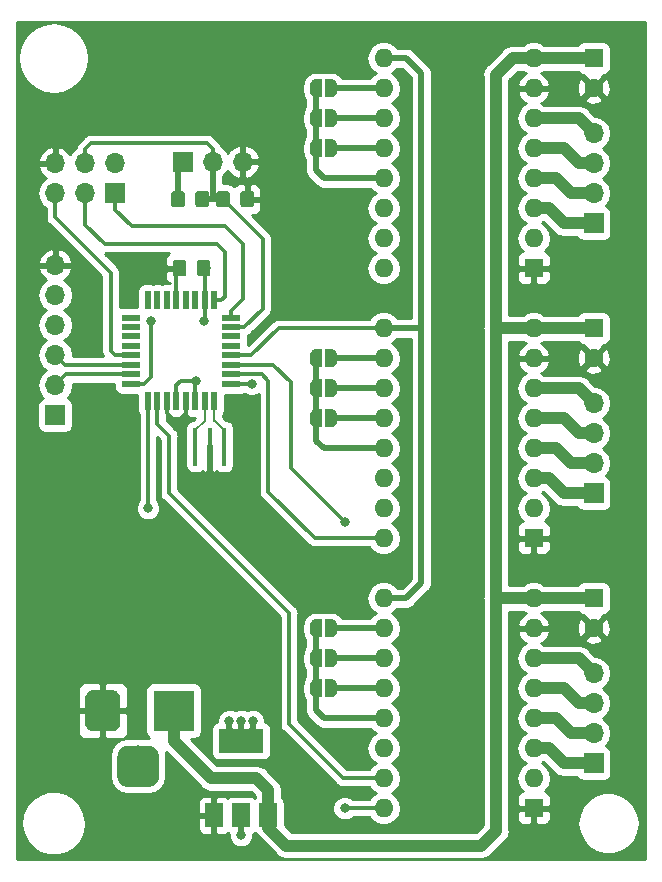
<source format=gbr>
G04 #@! TF.GenerationSoftware,KiCad,Pcbnew,(5.0.2-5-10.14)*
G04 #@! TF.CreationDate,2019-10-07T17:27:23-04:00*
G04 #@! TF.ProjectId,mobo,6d6f626f-2e6b-4696-9361-645f70636258,rev?*
G04 #@! TF.SameCoordinates,Original*
G04 #@! TF.FileFunction,Copper,L1,Top*
G04 #@! TF.FilePolarity,Positive*
%FSLAX46Y46*%
G04 Gerber Fmt 4.6, Leading zero omitted, Abs format (unit mm)*
G04 Created by KiCad (PCBNEW (5.0.2-5-10.14)) date Monday, October 07, 2019 at 05:27:23 PM*
%MOMM*%
%LPD*%
G01*
G04 APERTURE LIST*
G04 #@! TA.AperFunction,ComponentPad*
%ADD10R,1.600000X1.600000*%
G04 #@! TD*
G04 #@! TA.AperFunction,ComponentPad*
%ADD11O,1.600000X1.600000*%
G04 #@! TD*
G04 #@! TA.AperFunction,Conductor*
%ADD12C,0.100000*%
G04 #@! TD*
G04 #@! TA.AperFunction,SMDPad,CuDef*
%ADD13C,1.150000*%
G04 #@! TD*
G04 #@! TA.AperFunction,ComponentPad*
%ADD14C,1.600000*%
G04 #@! TD*
G04 #@! TA.AperFunction,ComponentPad*
%ADD15R,1.700000X1.700000*%
G04 #@! TD*
G04 #@! TA.AperFunction,ComponentPad*
%ADD16O,1.700000X1.700000*%
G04 #@! TD*
G04 #@! TA.AperFunction,ComponentPad*
%ADD17R,3.500000X3.500000*%
G04 #@! TD*
G04 #@! TA.AperFunction,ComponentPad*
%ADD18C,3.000000*%
G04 #@! TD*
G04 #@! TA.AperFunction,ComponentPad*
%ADD19C,3.500000*%
G04 #@! TD*
G04 #@! TA.AperFunction,SMDPad,CuDef*
%ADD20C,0.500000*%
G04 #@! TD*
G04 #@! TA.AperFunction,SMDPad,CuDef*
%ADD21R,3.800000X2.000000*%
G04 #@! TD*
G04 #@! TA.AperFunction,SMDPad,CuDef*
%ADD22R,1.500000X2.000000*%
G04 #@! TD*
G04 #@! TA.AperFunction,SMDPad,CuDef*
%ADD23R,0.550000X1.600000*%
G04 #@! TD*
G04 #@! TA.AperFunction,SMDPad,CuDef*
%ADD24R,1.600000X0.550000*%
G04 #@! TD*
G04 #@! TA.AperFunction,SMDPad,CuDef*
%ADD25R,0.400000X3.200000*%
G04 #@! TD*
G04 #@! TA.AperFunction,ViaPad*
%ADD26C,0.800000*%
G04 #@! TD*
G04 #@! TA.AperFunction,Conductor*
%ADD27C,0.300000*%
G04 #@! TD*
G04 #@! TA.AperFunction,Conductor*
%ADD28C,0.500000*%
G04 #@! TD*
G04 #@! TA.AperFunction,Conductor*
%ADD29C,1.000000*%
G04 #@! TD*
G04 #@! TA.AperFunction,Conductor*
%ADD30C,0.200000*%
G04 #@! TD*
G04 #@! TA.AperFunction,Conductor*
%ADD31C,0.254000*%
G04 #@! TD*
G04 APERTURE END LIST*
D10*
G04 #@! TO.P,A1,1*
G04 #@! TO.N,GND*
X210820000Y-91440000D03*
D11*
G04 #@! TO.P,A1,9*
G04 #@! TO.N,STP_EN*
X198120000Y-73660000D03*
G04 #@! TO.P,A1,2*
G04 #@! TO.N,Net-(A1-Pad2)*
X210820000Y-88900000D03*
G04 #@! TO.P,A1,10*
G04 #@! TO.N,Net-(A1-Pad10)*
X198120000Y-76200000D03*
G04 #@! TO.P,A1,3*
G04 #@! TO.N,Net-(A1-Pad3)*
X210820000Y-86360000D03*
G04 #@! TO.P,A1,11*
G04 #@! TO.N,Net-(A1-Pad11)*
X198120000Y-78740000D03*
G04 #@! TO.P,A1,4*
G04 #@! TO.N,Net-(A1-Pad4)*
X210820000Y-83820000D03*
G04 #@! TO.P,A1,12*
G04 #@! TO.N,Net-(A1-Pad12)*
X198120000Y-81280000D03*
G04 #@! TO.P,A1,5*
G04 #@! TO.N,Net-(A1-Pad5)*
X210820000Y-81280000D03*
G04 #@! TO.P,A1,13*
G04 #@! TO.N,+5V*
X198120000Y-83820000D03*
G04 #@! TO.P,A1,6*
G04 #@! TO.N,Net-(A1-Pad6)*
X210820000Y-78740000D03*
G04 #@! TO.P,A1,14*
G04 #@! TO.N,+5V*
X198120000Y-86360000D03*
G04 #@! TO.P,A1,7*
G04 #@! TO.N,GND*
X210820000Y-76200000D03*
G04 #@! TO.P,A1,15*
G04 #@! TO.N,V_STEP*
X198120000Y-88900000D03*
G04 #@! TO.P,A1,8*
G04 #@! TO.N,+12V*
X210820000Y-73660000D03*
G04 #@! TO.P,A1,16*
G04 #@! TO.N,V_DIR*
X198120000Y-91440000D03*
G04 #@! TD*
G04 #@! TO.P,A2,16*
G04 #@! TO.N,U_DIR*
X198120000Y-68580000D03*
G04 #@! TO.P,A2,8*
G04 #@! TO.N,+12V*
X210820000Y-50800000D03*
G04 #@! TO.P,A2,15*
G04 #@! TO.N,U_STEP*
X198120000Y-66040000D03*
G04 #@! TO.P,A2,7*
G04 #@! TO.N,GND*
X210820000Y-53340000D03*
G04 #@! TO.P,A2,14*
G04 #@! TO.N,+5V*
X198120000Y-63500000D03*
G04 #@! TO.P,A2,6*
G04 #@! TO.N,Net-(A2-Pad6)*
X210820000Y-55880000D03*
G04 #@! TO.P,A2,13*
G04 #@! TO.N,+5V*
X198120000Y-60960000D03*
G04 #@! TO.P,A2,5*
G04 #@! TO.N,Net-(A2-Pad5)*
X210820000Y-58420000D03*
G04 #@! TO.P,A2,12*
G04 #@! TO.N,Net-(A2-Pad12)*
X198120000Y-58420000D03*
G04 #@! TO.P,A2,4*
G04 #@! TO.N,Net-(A2-Pad4)*
X210820000Y-60960000D03*
G04 #@! TO.P,A2,11*
G04 #@! TO.N,Net-(A2-Pad11)*
X198120000Y-55880000D03*
G04 #@! TO.P,A2,3*
G04 #@! TO.N,Net-(A2-Pad3)*
X210820000Y-63500000D03*
G04 #@! TO.P,A2,10*
G04 #@! TO.N,Net-(A2-Pad10)*
X198120000Y-53340000D03*
G04 #@! TO.P,A2,2*
G04 #@! TO.N,Net-(A2-Pad2)*
X210820000Y-66040000D03*
G04 #@! TO.P,A2,9*
G04 #@! TO.N,STP_EN*
X198120000Y-50800000D03*
D10*
G04 #@! TO.P,A2,1*
G04 #@! TO.N,GND*
X210820000Y-68580000D03*
G04 #@! TD*
G04 #@! TO.P,A3,1*
G04 #@! TO.N,GND*
X210820000Y-45720000D03*
D11*
G04 #@! TO.P,A3,9*
G04 #@! TO.N,STP_EN*
X198120000Y-27940000D03*
G04 #@! TO.P,A3,2*
G04 #@! TO.N,Net-(A3-Pad2)*
X210820000Y-43180000D03*
G04 #@! TO.P,A3,10*
G04 #@! TO.N,Net-(A3-Pad10)*
X198120000Y-30480000D03*
G04 #@! TO.P,A3,3*
G04 #@! TO.N,Net-(A3-Pad3)*
X210820000Y-40640000D03*
G04 #@! TO.P,A3,11*
G04 #@! TO.N,Net-(A3-Pad11)*
X198120000Y-33020000D03*
G04 #@! TO.P,A3,4*
G04 #@! TO.N,Net-(A3-Pad4)*
X210820000Y-38100000D03*
G04 #@! TO.P,A3,12*
G04 #@! TO.N,Net-(A3-Pad12)*
X198120000Y-35560000D03*
G04 #@! TO.P,A3,5*
G04 #@! TO.N,Net-(A3-Pad5)*
X210820000Y-35560000D03*
G04 #@! TO.P,A3,13*
G04 #@! TO.N,+5V*
X198120000Y-38100000D03*
G04 #@! TO.P,A3,6*
G04 #@! TO.N,Net-(A3-Pad6)*
X210820000Y-33020000D03*
G04 #@! TO.P,A3,14*
G04 #@! TO.N,+5V*
X198120000Y-40640000D03*
G04 #@! TO.P,A3,7*
G04 #@! TO.N,GND*
X210820000Y-30480000D03*
G04 #@! TO.P,A3,15*
G04 #@! TO.N,X_STEP*
X198120000Y-43180000D03*
G04 #@! TO.P,A3,8*
G04 #@! TO.N,+12V*
X210820000Y-27940000D03*
G04 #@! TO.P,A3,16*
G04 #@! TO.N,X_DIR*
X198120000Y-45720000D03*
G04 #@! TD*
D12*
G04 #@! TO.N,+5V*
G04 #@! TO.C,C1*
G36*
X183238505Y-45021204D02*
X183262773Y-45024804D01*
X183286572Y-45030765D01*
X183309671Y-45039030D01*
X183331850Y-45049520D01*
X183352893Y-45062132D01*
X183372599Y-45076747D01*
X183390777Y-45093223D01*
X183407253Y-45111401D01*
X183421868Y-45131107D01*
X183434480Y-45152150D01*
X183444970Y-45174329D01*
X183453235Y-45197428D01*
X183459196Y-45221227D01*
X183462796Y-45245495D01*
X183464000Y-45269999D01*
X183464000Y-46170001D01*
X183462796Y-46194505D01*
X183459196Y-46218773D01*
X183453235Y-46242572D01*
X183444970Y-46265671D01*
X183434480Y-46287850D01*
X183421868Y-46308893D01*
X183407253Y-46328599D01*
X183390777Y-46346777D01*
X183372599Y-46363253D01*
X183352893Y-46377868D01*
X183331850Y-46390480D01*
X183309671Y-46400970D01*
X183286572Y-46409235D01*
X183262773Y-46415196D01*
X183238505Y-46418796D01*
X183214001Y-46420000D01*
X182563999Y-46420000D01*
X182539495Y-46418796D01*
X182515227Y-46415196D01*
X182491428Y-46409235D01*
X182468329Y-46400970D01*
X182446150Y-46390480D01*
X182425107Y-46377868D01*
X182405401Y-46363253D01*
X182387223Y-46346777D01*
X182370747Y-46328599D01*
X182356132Y-46308893D01*
X182343520Y-46287850D01*
X182333030Y-46265671D01*
X182324765Y-46242572D01*
X182318804Y-46218773D01*
X182315204Y-46194505D01*
X182314000Y-46170001D01*
X182314000Y-45269999D01*
X182315204Y-45245495D01*
X182318804Y-45221227D01*
X182324765Y-45197428D01*
X182333030Y-45174329D01*
X182343520Y-45152150D01*
X182356132Y-45131107D01*
X182370747Y-45111401D01*
X182387223Y-45093223D01*
X182405401Y-45076747D01*
X182425107Y-45062132D01*
X182446150Y-45049520D01*
X182468329Y-45039030D01*
X182491428Y-45030765D01*
X182515227Y-45024804D01*
X182539495Y-45021204D01*
X182563999Y-45020000D01*
X183214001Y-45020000D01*
X183238505Y-45021204D01*
X183238505Y-45021204D01*
G37*
D13*
G04 #@! TD*
G04 #@! TO.P,C1,1*
G04 #@! TO.N,+5V*
X182889000Y-45720000D03*
D12*
G04 #@! TO.N,GND*
G04 #@! TO.C,C1*
G36*
X181188505Y-45021204D02*
X181212773Y-45024804D01*
X181236572Y-45030765D01*
X181259671Y-45039030D01*
X181281850Y-45049520D01*
X181302893Y-45062132D01*
X181322599Y-45076747D01*
X181340777Y-45093223D01*
X181357253Y-45111401D01*
X181371868Y-45131107D01*
X181384480Y-45152150D01*
X181394970Y-45174329D01*
X181403235Y-45197428D01*
X181409196Y-45221227D01*
X181412796Y-45245495D01*
X181414000Y-45269999D01*
X181414000Y-46170001D01*
X181412796Y-46194505D01*
X181409196Y-46218773D01*
X181403235Y-46242572D01*
X181394970Y-46265671D01*
X181384480Y-46287850D01*
X181371868Y-46308893D01*
X181357253Y-46328599D01*
X181340777Y-46346777D01*
X181322599Y-46363253D01*
X181302893Y-46377868D01*
X181281850Y-46390480D01*
X181259671Y-46400970D01*
X181236572Y-46409235D01*
X181212773Y-46415196D01*
X181188505Y-46418796D01*
X181164001Y-46420000D01*
X180513999Y-46420000D01*
X180489495Y-46418796D01*
X180465227Y-46415196D01*
X180441428Y-46409235D01*
X180418329Y-46400970D01*
X180396150Y-46390480D01*
X180375107Y-46377868D01*
X180355401Y-46363253D01*
X180337223Y-46346777D01*
X180320747Y-46328599D01*
X180306132Y-46308893D01*
X180293520Y-46287850D01*
X180283030Y-46265671D01*
X180274765Y-46242572D01*
X180268804Y-46218773D01*
X180265204Y-46194505D01*
X180264000Y-46170001D01*
X180264000Y-45269999D01*
X180265204Y-45245495D01*
X180268804Y-45221227D01*
X180274765Y-45197428D01*
X180283030Y-45174329D01*
X180293520Y-45152150D01*
X180306132Y-45131107D01*
X180320747Y-45111401D01*
X180337223Y-45093223D01*
X180355401Y-45076747D01*
X180375107Y-45062132D01*
X180396150Y-45049520D01*
X180418329Y-45039030D01*
X180441428Y-45030765D01*
X180465227Y-45024804D01*
X180489495Y-45021204D01*
X180513999Y-45020000D01*
X181164001Y-45020000D01*
X181188505Y-45021204D01*
X181188505Y-45021204D01*
G37*
D13*
G04 #@! TD*
G04 #@! TO.P,C1,2*
G04 #@! TO.N,GND*
X180839000Y-45720000D03*
D10*
G04 #@! TO.P,C2,1*
G04 #@! TO.N,+12V*
X215900000Y-27940000D03*
D14*
G04 #@! TO.P,C2,2*
G04 #@! TO.N,GND*
X215900000Y-30440000D03*
G04 #@! TD*
G04 #@! TO.P,C3,2*
G04 #@! TO.N,GND*
X215900000Y-76160000D03*
D10*
G04 #@! TO.P,C3,1*
G04 #@! TO.N,+12V*
X215900000Y-73660000D03*
G04 #@! TD*
G04 #@! TO.P,C4,1*
G04 #@! TO.N,+12V*
X215900000Y-50800000D03*
D14*
G04 #@! TO.P,C4,2*
G04 #@! TO.N,GND*
X215900000Y-53300000D03*
G04 #@! TD*
D15*
G04 #@! TO.P,J1,1*
G04 #@! TO.N,RTS*
X170307000Y-58166000D03*
D16*
G04 #@! TO.P,J1,2*
G04 #@! TO.N,TX*
X170307000Y-55626000D03*
G04 #@! TO.P,J1,3*
G04 #@! TO.N,RX*
X170307000Y-53086000D03*
G04 #@! TO.P,J1,4*
G04 #@! TO.N,+5V*
X170307000Y-50546000D03*
G04 #@! TO.P,J1,5*
G04 #@! TO.N,CTS*
X170307000Y-48006000D03*
G04 #@! TO.P,J1,6*
G04 #@! TO.N,GND*
X170307000Y-45466000D03*
G04 #@! TD*
D17*
G04 #@! TO.P,J2,1*
G04 #@! TO.N,+12V*
X180340000Y-83185000D03*
D12*
G04 #@! TD*
G04 #@! TO.N,GND*
G04 #@! TO.C,J2*
G36*
X175163513Y-81438611D02*
X175236318Y-81449411D01*
X175307714Y-81467295D01*
X175377013Y-81492090D01*
X175443548Y-81523559D01*
X175506678Y-81561398D01*
X175565795Y-81605242D01*
X175620330Y-81654670D01*
X175669758Y-81709205D01*
X175713602Y-81768322D01*
X175751441Y-81831452D01*
X175782910Y-81897987D01*
X175807705Y-81967286D01*
X175825589Y-82038682D01*
X175836389Y-82111487D01*
X175840000Y-82185000D01*
X175840000Y-84185000D01*
X175836389Y-84258513D01*
X175825589Y-84331318D01*
X175807705Y-84402714D01*
X175782910Y-84472013D01*
X175751441Y-84538548D01*
X175713602Y-84601678D01*
X175669758Y-84660795D01*
X175620330Y-84715330D01*
X175565795Y-84764758D01*
X175506678Y-84808602D01*
X175443548Y-84846441D01*
X175377013Y-84877910D01*
X175307714Y-84902705D01*
X175236318Y-84920589D01*
X175163513Y-84931389D01*
X175090000Y-84935000D01*
X173590000Y-84935000D01*
X173516487Y-84931389D01*
X173443682Y-84920589D01*
X173372286Y-84902705D01*
X173302987Y-84877910D01*
X173236452Y-84846441D01*
X173173322Y-84808602D01*
X173114205Y-84764758D01*
X173059670Y-84715330D01*
X173010242Y-84660795D01*
X172966398Y-84601678D01*
X172928559Y-84538548D01*
X172897090Y-84472013D01*
X172872295Y-84402714D01*
X172854411Y-84331318D01*
X172843611Y-84258513D01*
X172840000Y-84185000D01*
X172840000Y-82185000D01*
X172843611Y-82111487D01*
X172854411Y-82038682D01*
X172872295Y-81967286D01*
X172897090Y-81897987D01*
X172928559Y-81831452D01*
X172966398Y-81768322D01*
X173010242Y-81709205D01*
X173059670Y-81654670D01*
X173114205Y-81605242D01*
X173173322Y-81561398D01*
X173236452Y-81523559D01*
X173302987Y-81492090D01*
X173372286Y-81467295D01*
X173443682Y-81449411D01*
X173516487Y-81438611D01*
X173590000Y-81435000D01*
X175090000Y-81435000D01*
X175163513Y-81438611D01*
X175163513Y-81438611D01*
G37*
D18*
G04 #@! TO.P,J2,2*
G04 #@! TO.N,GND*
X174340000Y-83185000D03*
D12*
G04 #@! TD*
G04 #@! TO.N,N/C*
G04 #@! TO.C,J2*
G36*
X178300765Y-86139213D02*
X178385704Y-86151813D01*
X178468999Y-86172677D01*
X178549848Y-86201605D01*
X178627472Y-86238319D01*
X178701124Y-86282464D01*
X178770094Y-86333616D01*
X178833718Y-86391282D01*
X178891384Y-86454906D01*
X178942536Y-86523876D01*
X178986681Y-86597528D01*
X179023395Y-86675152D01*
X179052323Y-86756001D01*
X179073187Y-86839296D01*
X179085787Y-86924235D01*
X179090000Y-87010000D01*
X179090000Y-88760000D01*
X179085787Y-88845765D01*
X179073187Y-88930704D01*
X179052323Y-89013999D01*
X179023395Y-89094848D01*
X178986681Y-89172472D01*
X178942536Y-89246124D01*
X178891384Y-89315094D01*
X178833718Y-89378718D01*
X178770094Y-89436384D01*
X178701124Y-89487536D01*
X178627472Y-89531681D01*
X178549848Y-89568395D01*
X178468999Y-89597323D01*
X178385704Y-89618187D01*
X178300765Y-89630787D01*
X178215000Y-89635000D01*
X176465000Y-89635000D01*
X176379235Y-89630787D01*
X176294296Y-89618187D01*
X176211001Y-89597323D01*
X176130152Y-89568395D01*
X176052528Y-89531681D01*
X175978876Y-89487536D01*
X175909906Y-89436384D01*
X175846282Y-89378718D01*
X175788616Y-89315094D01*
X175737464Y-89246124D01*
X175693319Y-89172472D01*
X175656605Y-89094848D01*
X175627677Y-89013999D01*
X175606813Y-88930704D01*
X175594213Y-88845765D01*
X175590000Y-88760000D01*
X175590000Y-87010000D01*
X175594213Y-86924235D01*
X175606813Y-86839296D01*
X175627677Y-86756001D01*
X175656605Y-86675152D01*
X175693319Y-86597528D01*
X175737464Y-86523876D01*
X175788616Y-86454906D01*
X175846282Y-86391282D01*
X175909906Y-86333616D01*
X175978876Y-86282464D01*
X176052528Y-86238319D01*
X176130152Y-86201605D01*
X176211001Y-86172677D01*
X176294296Y-86151813D01*
X176379235Y-86139213D01*
X176465000Y-86135000D01*
X178215000Y-86135000D01*
X178300765Y-86139213D01*
X178300765Y-86139213D01*
G37*
D19*
G04 #@! TO.P,J2,3*
G04 #@! TO.N,N/C*
X177340000Y-87885000D03*
G04 #@! TD*
D15*
G04 #@! TO.P,J3,1*
G04 #@! TO.N,MISO*
X175387000Y-39370000D03*
D16*
G04 #@! TO.P,J3,2*
G04 #@! TO.N,+5V*
X175387000Y-36830000D03*
G04 #@! TO.P,J3,3*
G04 #@! TO.N,SCK*
X172847000Y-39370000D03*
G04 #@! TO.P,J3,4*
G04 #@! TO.N,MOSI*
X172847000Y-36830000D03*
G04 #@! TO.P,J3,5*
G04 #@! TO.N,RESET*
X170307000Y-39370000D03*
G04 #@! TO.P,J3,6*
G04 #@! TO.N,GND*
X170307000Y-36830000D03*
G04 #@! TD*
D15*
G04 #@! TO.P,J4,1*
G04 #@! TO.N,+5V*
X181102000Y-36703000D03*
D16*
G04 #@! TO.P,J4,2*
G04 #@! TO.N,MOSI*
X183642000Y-36703000D03*
G04 #@! TO.P,J4,3*
G04 #@! TO.N,GND*
X186182000Y-36703000D03*
G04 #@! TD*
D20*
G04 #@! TO.P,JP1,1*
G04 #@! TO.N,+5V*
X192390000Y-76200000D03*
D12*
G04 #@! TD*
G04 #@! TO.N,+5V*
G04 #@! TO.C,JP1*
G36*
X192890000Y-76950000D02*
X192390000Y-76950000D01*
X192390000Y-76949398D01*
X192365466Y-76949398D01*
X192316635Y-76944588D01*
X192268510Y-76935016D01*
X192221555Y-76920772D01*
X192176222Y-76901995D01*
X192132949Y-76878864D01*
X192092150Y-76851604D01*
X192054221Y-76820476D01*
X192019524Y-76785779D01*
X191988396Y-76747850D01*
X191961136Y-76707051D01*
X191938005Y-76663778D01*
X191919228Y-76618445D01*
X191904984Y-76571490D01*
X191895412Y-76523365D01*
X191890602Y-76474534D01*
X191890602Y-76450000D01*
X191890000Y-76450000D01*
X191890000Y-75950000D01*
X191890602Y-75950000D01*
X191890602Y-75925466D01*
X191895412Y-75876635D01*
X191904984Y-75828510D01*
X191919228Y-75781555D01*
X191938005Y-75736222D01*
X191961136Y-75692949D01*
X191988396Y-75652150D01*
X192019524Y-75614221D01*
X192054221Y-75579524D01*
X192092150Y-75548396D01*
X192132949Y-75521136D01*
X192176222Y-75498005D01*
X192221555Y-75479228D01*
X192268510Y-75464984D01*
X192316635Y-75455412D01*
X192365466Y-75450602D01*
X192390000Y-75450602D01*
X192390000Y-75450000D01*
X192890000Y-75450000D01*
X192890000Y-76950000D01*
X192890000Y-76950000D01*
G37*
D20*
G04 #@! TO.P,JP1,2*
G04 #@! TO.N,Net-(A1-Pad10)*
X193690000Y-76200000D03*
D12*
G04 #@! TD*
G04 #@! TO.N,Net-(A1-Pad10)*
G04 #@! TO.C,JP1*
G36*
X193690000Y-75450602D02*
X193714534Y-75450602D01*
X193763365Y-75455412D01*
X193811490Y-75464984D01*
X193858445Y-75479228D01*
X193903778Y-75498005D01*
X193947051Y-75521136D01*
X193987850Y-75548396D01*
X194025779Y-75579524D01*
X194060476Y-75614221D01*
X194091604Y-75652150D01*
X194118864Y-75692949D01*
X194141995Y-75736222D01*
X194160772Y-75781555D01*
X194175016Y-75828510D01*
X194184588Y-75876635D01*
X194189398Y-75925466D01*
X194189398Y-75950000D01*
X194190000Y-75950000D01*
X194190000Y-76450000D01*
X194189398Y-76450000D01*
X194189398Y-76474534D01*
X194184588Y-76523365D01*
X194175016Y-76571490D01*
X194160772Y-76618445D01*
X194141995Y-76663778D01*
X194118864Y-76707051D01*
X194091604Y-76747850D01*
X194060476Y-76785779D01*
X194025779Y-76820476D01*
X193987850Y-76851604D01*
X193947051Y-76878864D01*
X193903778Y-76901995D01*
X193858445Y-76920772D01*
X193811490Y-76935016D01*
X193763365Y-76944588D01*
X193714534Y-76949398D01*
X193690000Y-76949398D01*
X193690000Y-76950000D01*
X193190000Y-76950000D01*
X193190000Y-75450000D01*
X193690000Y-75450000D01*
X193690000Y-75450602D01*
X193690000Y-75450602D01*
G37*
D20*
G04 #@! TO.P,JP2,2*
G04 #@! TO.N,Net-(A2-Pad10)*
X193690000Y-53340000D03*
D12*
G04 #@! TD*
G04 #@! TO.N,Net-(A2-Pad10)*
G04 #@! TO.C,JP2*
G36*
X193690000Y-52590602D02*
X193714534Y-52590602D01*
X193763365Y-52595412D01*
X193811490Y-52604984D01*
X193858445Y-52619228D01*
X193903778Y-52638005D01*
X193947051Y-52661136D01*
X193987850Y-52688396D01*
X194025779Y-52719524D01*
X194060476Y-52754221D01*
X194091604Y-52792150D01*
X194118864Y-52832949D01*
X194141995Y-52876222D01*
X194160772Y-52921555D01*
X194175016Y-52968510D01*
X194184588Y-53016635D01*
X194189398Y-53065466D01*
X194189398Y-53090000D01*
X194190000Y-53090000D01*
X194190000Y-53590000D01*
X194189398Y-53590000D01*
X194189398Y-53614534D01*
X194184588Y-53663365D01*
X194175016Y-53711490D01*
X194160772Y-53758445D01*
X194141995Y-53803778D01*
X194118864Y-53847051D01*
X194091604Y-53887850D01*
X194060476Y-53925779D01*
X194025779Y-53960476D01*
X193987850Y-53991604D01*
X193947051Y-54018864D01*
X193903778Y-54041995D01*
X193858445Y-54060772D01*
X193811490Y-54075016D01*
X193763365Y-54084588D01*
X193714534Y-54089398D01*
X193690000Y-54089398D01*
X193690000Y-54090000D01*
X193190000Y-54090000D01*
X193190000Y-52590000D01*
X193690000Y-52590000D01*
X193690000Y-52590602D01*
X193690000Y-52590602D01*
G37*
D20*
G04 #@! TO.P,JP2,1*
G04 #@! TO.N,+5V*
X192390000Y-53340000D03*
D12*
G04 #@! TD*
G04 #@! TO.N,+5V*
G04 #@! TO.C,JP2*
G36*
X192890000Y-54090000D02*
X192390000Y-54090000D01*
X192390000Y-54089398D01*
X192365466Y-54089398D01*
X192316635Y-54084588D01*
X192268510Y-54075016D01*
X192221555Y-54060772D01*
X192176222Y-54041995D01*
X192132949Y-54018864D01*
X192092150Y-53991604D01*
X192054221Y-53960476D01*
X192019524Y-53925779D01*
X191988396Y-53887850D01*
X191961136Y-53847051D01*
X191938005Y-53803778D01*
X191919228Y-53758445D01*
X191904984Y-53711490D01*
X191895412Y-53663365D01*
X191890602Y-53614534D01*
X191890602Y-53590000D01*
X191890000Y-53590000D01*
X191890000Y-53090000D01*
X191890602Y-53090000D01*
X191890602Y-53065466D01*
X191895412Y-53016635D01*
X191904984Y-52968510D01*
X191919228Y-52921555D01*
X191938005Y-52876222D01*
X191961136Y-52832949D01*
X191988396Y-52792150D01*
X192019524Y-52754221D01*
X192054221Y-52719524D01*
X192092150Y-52688396D01*
X192132949Y-52661136D01*
X192176222Y-52638005D01*
X192221555Y-52619228D01*
X192268510Y-52604984D01*
X192316635Y-52595412D01*
X192365466Y-52590602D01*
X192390000Y-52590602D01*
X192390000Y-52590000D01*
X192890000Y-52590000D01*
X192890000Y-54090000D01*
X192890000Y-54090000D01*
G37*
D20*
G04 #@! TO.P,JP3,1*
G04 #@! TO.N,+5V*
X192390000Y-30480000D03*
D12*
G04 #@! TD*
G04 #@! TO.N,+5V*
G04 #@! TO.C,JP3*
G36*
X192890000Y-31230000D02*
X192390000Y-31230000D01*
X192390000Y-31229398D01*
X192365466Y-31229398D01*
X192316635Y-31224588D01*
X192268510Y-31215016D01*
X192221555Y-31200772D01*
X192176222Y-31181995D01*
X192132949Y-31158864D01*
X192092150Y-31131604D01*
X192054221Y-31100476D01*
X192019524Y-31065779D01*
X191988396Y-31027850D01*
X191961136Y-30987051D01*
X191938005Y-30943778D01*
X191919228Y-30898445D01*
X191904984Y-30851490D01*
X191895412Y-30803365D01*
X191890602Y-30754534D01*
X191890602Y-30730000D01*
X191890000Y-30730000D01*
X191890000Y-30230000D01*
X191890602Y-30230000D01*
X191890602Y-30205466D01*
X191895412Y-30156635D01*
X191904984Y-30108510D01*
X191919228Y-30061555D01*
X191938005Y-30016222D01*
X191961136Y-29972949D01*
X191988396Y-29932150D01*
X192019524Y-29894221D01*
X192054221Y-29859524D01*
X192092150Y-29828396D01*
X192132949Y-29801136D01*
X192176222Y-29778005D01*
X192221555Y-29759228D01*
X192268510Y-29744984D01*
X192316635Y-29735412D01*
X192365466Y-29730602D01*
X192390000Y-29730602D01*
X192390000Y-29730000D01*
X192890000Y-29730000D01*
X192890000Y-31230000D01*
X192890000Y-31230000D01*
G37*
D20*
G04 #@! TO.P,JP3,2*
G04 #@! TO.N,Net-(A3-Pad10)*
X193690000Y-30480000D03*
D12*
G04 #@! TD*
G04 #@! TO.N,Net-(A3-Pad10)*
G04 #@! TO.C,JP3*
G36*
X193690000Y-29730602D02*
X193714534Y-29730602D01*
X193763365Y-29735412D01*
X193811490Y-29744984D01*
X193858445Y-29759228D01*
X193903778Y-29778005D01*
X193947051Y-29801136D01*
X193987850Y-29828396D01*
X194025779Y-29859524D01*
X194060476Y-29894221D01*
X194091604Y-29932150D01*
X194118864Y-29972949D01*
X194141995Y-30016222D01*
X194160772Y-30061555D01*
X194175016Y-30108510D01*
X194184588Y-30156635D01*
X194189398Y-30205466D01*
X194189398Y-30230000D01*
X194190000Y-30230000D01*
X194190000Y-30730000D01*
X194189398Y-30730000D01*
X194189398Y-30754534D01*
X194184588Y-30803365D01*
X194175016Y-30851490D01*
X194160772Y-30898445D01*
X194141995Y-30943778D01*
X194118864Y-30987051D01*
X194091604Y-31027850D01*
X194060476Y-31065779D01*
X194025779Y-31100476D01*
X193987850Y-31131604D01*
X193947051Y-31158864D01*
X193903778Y-31181995D01*
X193858445Y-31200772D01*
X193811490Y-31215016D01*
X193763365Y-31224588D01*
X193714534Y-31229398D01*
X193690000Y-31229398D01*
X193690000Y-31230000D01*
X193190000Y-31230000D01*
X193190000Y-29730000D01*
X193690000Y-29730000D01*
X193690000Y-29730602D01*
X193690000Y-29730602D01*
G37*
D20*
G04 #@! TO.P,JP4,2*
G04 #@! TO.N,Net-(A1-Pad11)*
X193690000Y-78740000D03*
D12*
G04 #@! TD*
G04 #@! TO.N,Net-(A1-Pad11)*
G04 #@! TO.C,JP4*
G36*
X193690000Y-77990602D02*
X193714534Y-77990602D01*
X193763365Y-77995412D01*
X193811490Y-78004984D01*
X193858445Y-78019228D01*
X193903778Y-78038005D01*
X193947051Y-78061136D01*
X193987850Y-78088396D01*
X194025779Y-78119524D01*
X194060476Y-78154221D01*
X194091604Y-78192150D01*
X194118864Y-78232949D01*
X194141995Y-78276222D01*
X194160772Y-78321555D01*
X194175016Y-78368510D01*
X194184588Y-78416635D01*
X194189398Y-78465466D01*
X194189398Y-78490000D01*
X194190000Y-78490000D01*
X194190000Y-78990000D01*
X194189398Y-78990000D01*
X194189398Y-79014534D01*
X194184588Y-79063365D01*
X194175016Y-79111490D01*
X194160772Y-79158445D01*
X194141995Y-79203778D01*
X194118864Y-79247051D01*
X194091604Y-79287850D01*
X194060476Y-79325779D01*
X194025779Y-79360476D01*
X193987850Y-79391604D01*
X193947051Y-79418864D01*
X193903778Y-79441995D01*
X193858445Y-79460772D01*
X193811490Y-79475016D01*
X193763365Y-79484588D01*
X193714534Y-79489398D01*
X193690000Y-79489398D01*
X193690000Y-79490000D01*
X193190000Y-79490000D01*
X193190000Y-77990000D01*
X193690000Y-77990000D01*
X193690000Y-77990602D01*
X193690000Y-77990602D01*
G37*
D20*
G04 #@! TO.P,JP4,1*
G04 #@! TO.N,+5V*
X192390000Y-78740000D03*
D12*
G04 #@! TD*
G04 #@! TO.N,+5V*
G04 #@! TO.C,JP4*
G36*
X192890000Y-79490000D02*
X192390000Y-79490000D01*
X192390000Y-79489398D01*
X192365466Y-79489398D01*
X192316635Y-79484588D01*
X192268510Y-79475016D01*
X192221555Y-79460772D01*
X192176222Y-79441995D01*
X192132949Y-79418864D01*
X192092150Y-79391604D01*
X192054221Y-79360476D01*
X192019524Y-79325779D01*
X191988396Y-79287850D01*
X191961136Y-79247051D01*
X191938005Y-79203778D01*
X191919228Y-79158445D01*
X191904984Y-79111490D01*
X191895412Y-79063365D01*
X191890602Y-79014534D01*
X191890602Y-78990000D01*
X191890000Y-78990000D01*
X191890000Y-78490000D01*
X191890602Y-78490000D01*
X191890602Y-78465466D01*
X191895412Y-78416635D01*
X191904984Y-78368510D01*
X191919228Y-78321555D01*
X191938005Y-78276222D01*
X191961136Y-78232949D01*
X191988396Y-78192150D01*
X192019524Y-78154221D01*
X192054221Y-78119524D01*
X192092150Y-78088396D01*
X192132949Y-78061136D01*
X192176222Y-78038005D01*
X192221555Y-78019228D01*
X192268510Y-78004984D01*
X192316635Y-77995412D01*
X192365466Y-77990602D01*
X192390000Y-77990602D01*
X192390000Y-77990000D01*
X192890000Y-77990000D01*
X192890000Y-79490000D01*
X192890000Y-79490000D01*
G37*
D20*
G04 #@! TO.P,JP5,1*
G04 #@! TO.N,+5V*
X192390000Y-55880000D03*
D12*
G04 #@! TD*
G04 #@! TO.N,+5V*
G04 #@! TO.C,JP5*
G36*
X192890000Y-56630000D02*
X192390000Y-56630000D01*
X192390000Y-56629398D01*
X192365466Y-56629398D01*
X192316635Y-56624588D01*
X192268510Y-56615016D01*
X192221555Y-56600772D01*
X192176222Y-56581995D01*
X192132949Y-56558864D01*
X192092150Y-56531604D01*
X192054221Y-56500476D01*
X192019524Y-56465779D01*
X191988396Y-56427850D01*
X191961136Y-56387051D01*
X191938005Y-56343778D01*
X191919228Y-56298445D01*
X191904984Y-56251490D01*
X191895412Y-56203365D01*
X191890602Y-56154534D01*
X191890602Y-56130000D01*
X191890000Y-56130000D01*
X191890000Y-55630000D01*
X191890602Y-55630000D01*
X191890602Y-55605466D01*
X191895412Y-55556635D01*
X191904984Y-55508510D01*
X191919228Y-55461555D01*
X191938005Y-55416222D01*
X191961136Y-55372949D01*
X191988396Y-55332150D01*
X192019524Y-55294221D01*
X192054221Y-55259524D01*
X192092150Y-55228396D01*
X192132949Y-55201136D01*
X192176222Y-55178005D01*
X192221555Y-55159228D01*
X192268510Y-55144984D01*
X192316635Y-55135412D01*
X192365466Y-55130602D01*
X192390000Y-55130602D01*
X192390000Y-55130000D01*
X192890000Y-55130000D01*
X192890000Y-56630000D01*
X192890000Y-56630000D01*
G37*
D20*
G04 #@! TO.P,JP5,2*
G04 #@! TO.N,Net-(A2-Pad11)*
X193690000Y-55880000D03*
D12*
G04 #@! TD*
G04 #@! TO.N,Net-(A2-Pad11)*
G04 #@! TO.C,JP5*
G36*
X193690000Y-55130602D02*
X193714534Y-55130602D01*
X193763365Y-55135412D01*
X193811490Y-55144984D01*
X193858445Y-55159228D01*
X193903778Y-55178005D01*
X193947051Y-55201136D01*
X193987850Y-55228396D01*
X194025779Y-55259524D01*
X194060476Y-55294221D01*
X194091604Y-55332150D01*
X194118864Y-55372949D01*
X194141995Y-55416222D01*
X194160772Y-55461555D01*
X194175016Y-55508510D01*
X194184588Y-55556635D01*
X194189398Y-55605466D01*
X194189398Y-55630000D01*
X194190000Y-55630000D01*
X194190000Y-56130000D01*
X194189398Y-56130000D01*
X194189398Y-56154534D01*
X194184588Y-56203365D01*
X194175016Y-56251490D01*
X194160772Y-56298445D01*
X194141995Y-56343778D01*
X194118864Y-56387051D01*
X194091604Y-56427850D01*
X194060476Y-56465779D01*
X194025779Y-56500476D01*
X193987850Y-56531604D01*
X193947051Y-56558864D01*
X193903778Y-56581995D01*
X193858445Y-56600772D01*
X193811490Y-56615016D01*
X193763365Y-56624588D01*
X193714534Y-56629398D01*
X193690000Y-56629398D01*
X193690000Y-56630000D01*
X193190000Y-56630000D01*
X193190000Y-55130000D01*
X193690000Y-55130000D01*
X193690000Y-55130602D01*
X193690000Y-55130602D01*
G37*
D20*
G04 #@! TO.P,JP6,2*
G04 #@! TO.N,Net-(A3-Pad11)*
X193690000Y-33020000D03*
D12*
G04 #@! TD*
G04 #@! TO.N,Net-(A3-Pad11)*
G04 #@! TO.C,JP6*
G36*
X193690000Y-32270602D02*
X193714534Y-32270602D01*
X193763365Y-32275412D01*
X193811490Y-32284984D01*
X193858445Y-32299228D01*
X193903778Y-32318005D01*
X193947051Y-32341136D01*
X193987850Y-32368396D01*
X194025779Y-32399524D01*
X194060476Y-32434221D01*
X194091604Y-32472150D01*
X194118864Y-32512949D01*
X194141995Y-32556222D01*
X194160772Y-32601555D01*
X194175016Y-32648510D01*
X194184588Y-32696635D01*
X194189398Y-32745466D01*
X194189398Y-32770000D01*
X194190000Y-32770000D01*
X194190000Y-33270000D01*
X194189398Y-33270000D01*
X194189398Y-33294534D01*
X194184588Y-33343365D01*
X194175016Y-33391490D01*
X194160772Y-33438445D01*
X194141995Y-33483778D01*
X194118864Y-33527051D01*
X194091604Y-33567850D01*
X194060476Y-33605779D01*
X194025779Y-33640476D01*
X193987850Y-33671604D01*
X193947051Y-33698864D01*
X193903778Y-33721995D01*
X193858445Y-33740772D01*
X193811490Y-33755016D01*
X193763365Y-33764588D01*
X193714534Y-33769398D01*
X193690000Y-33769398D01*
X193690000Y-33770000D01*
X193190000Y-33770000D01*
X193190000Y-32270000D01*
X193690000Y-32270000D01*
X193690000Y-32270602D01*
X193690000Y-32270602D01*
G37*
D20*
G04 #@! TO.P,JP6,1*
G04 #@! TO.N,+5V*
X192390000Y-33020000D03*
D12*
G04 #@! TD*
G04 #@! TO.N,+5V*
G04 #@! TO.C,JP6*
G36*
X192890000Y-33770000D02*
X192390000Y-33770000D01*
X192390000Y-33769398D01*
X192365466Y-33769398D01*
X192316635Y-33764588D01*
X192268510Y-33755016D01*
X192221555Y-33740772D01*
X192176222Y-33721995D01*
X192132949Y-33698864D01*
X192092150Y-33671604D01*
X192054221Y-33640476D01*
X192019524Y-33605779D01*
X191988396Y-33567850D01*
X191961136Y-33527051D01*
X191938005Y-33483778D01*
X191919228Y-33438445D01*
X191904984Y-33391490D01*
X191895412Y-33343365D01*
X191890602Y-33294534D01*
X191890602Y-33270000D01*
X191890000Y-33270000D01*
X191890000Y-32770000D01*
X191890602Y-32770000D01*
X191890602Y-32745466D01*
X191895412Y-32696635D01*
X191904984Y-32648510D01*
X191919228Y-32601555D01*
X191938005Y-32556222D01*
X191961136Y-32512949D01*
X191988396Y-32472150D01*
X192019524Y-32434221D01*
X192054221Y-32399524D01*
X192092150Y-32368396D01*
X192132949Y-32341136D01*
X192176222Y-32318005D01*
X192221555Y-32299228D01*
X192268510Y-32284984D01*
X192316635Y-32275412D01*
X192365466Y-32270602D01*
X192390000Y-32270602D01*
X192390000Y-32270000D01*
X192890000Y-32270000D01*
X192890000Y-33770000D01*
X192890000Y-33770000D01*
G37*
D20*
G04 #@! TO.P,JP7,1*
G04 #@! TO.N,+5V*
X192390000Y-81280000D03*
D12*
G04 #@! TD*
G04 #@! TO.N,+5V*
G04 #@! TO.C,JP7*
G36*
X192890000Y-82030000D02*
X192390000Y-82030000D01*
X192390000Y-82029398D01*
X192365466Y-82029398D01*
X192316635Y-82024588D01*
X192268510Y-82015016D01*
X192221555Y-82000772D01*
X192176222Y-81981995D01*
X192132949Y-81958864D01*
X192092150Y-81931604D01*
X192054221Y-81900476D01*
X192019524Y-81865779D01*
X191988396Y-81827850D01*
X191961136Y-81787051D01*
X191938005Y-81743778D01*
X191919228Y-81698445D01*
X191904984Y-81651490D01*
X191895412Y-81603365D01*
X191890602Y-81554534D01*
X191890602Y-81530000D01*
X191890000Y-81530000D01*
X191890000Y-81030000D01*
X191890602Y-81030000D01*
X191890602Y-81005466D01*
X191895412Y-80956635D01*
X191904984Y-80908510D01*
X191919228Y-80861555D01*
X191938005Y-80816222D01*
X191961136Y-80772949D01*
X191988396Y-80732150D01*
X192019524Y-80694221D01*
X192054221Y-80659524D01*
X192092150Y-80628396D01*
X192132949Y-80601136D01*
X192176222Y-80578005D01*
X192221555Y-80559228D01*
X192268510Y-80544984D01*
X192316635Y-80535412D01*
X192365466Y-80530602D01*
X192390000Y-80530602D01*
X192390000Y-80530000D01*
X192890000Y-80530000D01*
X192890000Y-82030000D01*
X192890000Y-82030000D01*
G37*
D20*
G04 #@! TO.P,JP7,2*
G04 #@! TO.N,Net-(A1-Pad12)*
X193690000Y-81280000D03*
D12*
G04 #@! TD*
G04 #@! TO.N,Net-(A1-Pad12)*
G04 #@! TO.C,JP7*
G36*
X193690000Y-80530602D02*
X193714534Y-80530602D01*
X193763365Y-80535412D01*
X193811490Y-80544984D01*
X193858445Y-80559228D01*
X193903778Y-80578005D01*
X193947051Y-80601136D01*
X193987850Y-80628396D01*
X194025779Y-80659524D01*
X194060476Y-80694221D01*
X194091604Y-80732150D01*
X194118864Y-80772949D01*
X194141995Y-80816222D01*
X194160772Y-80861555D01*
X194175016Y-80908510D01*
X194184588Y-80956635D01*
X194189398Y-81005466D01*
X194189398Y-81030000D01*
X194190000Y-81030000D01*
X194190000Y-81530000D01*
X194189398Y-81530000D01*
X194189398Y-81554534D01*
X194184588Y-81603365D01*
X194175016Y-81651490D01*
X194160772Y-81698445D01*
X194141995Y-81743778D01*
X194118864Y-81787051D01*
X194091604Y-81827850D01*
X194060476Y-81865779D01*
X194025779Y-81900476D01*
X193987850Y-81931604D01*
X193947051Y-81958864D01*
X193903778Y-81981995D01*
X193858445Y-82000772D01*
X193811490Y-82015016D01*
X193763365Y-82024588D01*
X193714534Y-82029398D01*
X193690000Y-82029398D01*
X193690000Y-82030000D01*
X193190000Y-82030000D01*
X193190000Y-80530000D01*
X193690000Y-80530000D01*
X193690000Y-80530602D01*
X193690000Y-80530602D01*
G37*
D20*
G04 #@! TO.P,JP8,2*
G04 #@! TO.N,Net-(A2-Pad12)*
X193690000Y-58420000D03*
D12*
G04 #@! TD*
G04 #@! TO.N,Net-(A2-Pad12)*
G04 #@! TO.C,JP8*
G36*
X193690000Y-57670602D02*
X193714534Y-57670602D01*
X193763365Y-57675412D01*
X193811490Y-57684984D01*
X193858445Y-57699228D01*
X193903778Y-57718005D01*
X193947051Y-57741136D01*
X193987850Y-57768396D01*
X194025779Y-57799524D01*
X194060476Y-57834221D01*
X194091604Y-57872150D01*
X194118864Y-57912949D01*
X194141995Y-57956222D01*
X194160772Y-58001555D01*
X194175016Y-58048510D01*
X194184588Y-58096635D01*
X194189398Y-58145466D01*
X194189398Y-58170000D01*
X194190000Y-58170000D01*
X194190000Y-58670000D01*
X194189398Y-58670000D01*
X194189398Y-58694534D01*
X194184588Y-58743365D01*
X194175016Y-58791490D01*
X194160772Y-58838445D01*
X194141995Y-58883778D01*
X194118864Y-58927051D01*
X194091604Y-58967850D01*
X194060476Y-59005779D01*
X194025779Y-59040476D01*
X193987850Y-59071604D01*
X193947051Y-59098864D01*
X193903778Y-59121995D01*
X193858445Y-59140772D01*
X193811490Y-59155016D01*
X193763365Y-59164588D01*
X193714534Y-59169398D01*
X193690000Y-59169398D01*
X193690000Y-59170000D01*
X193190000Y-59170000D01*
X193190000Y-57670000D01*
X193690000Y-57670000D01*
X193690000Y-57670602D01*
X193690000Y-57670602D01*
G37*
D20*
G04 #@! TO.P,JP8,1*
G04 #@! TO.N,+5V*
X192390000Y-58420000D03*
D12*
G04 #@! TD*
G04 #@! TO.N,+5V*
G04 #@! TO.C,JP8*
G36*
X192890000Y-59170000D02*
X192390000Y-59170000D01*
X192390000Y-59169398D01*
X192365466Y-59169398D01*
X192316635Y-59164588D01*
X192268510Y-59155016D01*
X192221555Y-59140772D01*
X192176222Y-59121995D01*
X192132949Y-59098864D01*
X192092150Y-59071604D01*
X192054221Y-59040476D01*
X192019524Y-59005779D01*
X191988396Y-58967850D01*
X191961136Y-58927051D01*
X191938005Y-58883778D01*
X191919228Y-58838445D01*
X191904984Y-58791490D01*
X191895412Y-58743365D01*
X191890602Y-58694534D01*
X191890602Y-58670000D01*
X191890000Y-58670000D01*
X191890000Y-58170000D01*
X191890602Y-58170000D01*
X191890602Y-58145466D01*
X191895412Y-58096635D01*
X191904984Y-58048510D01*
X191919228Y-58001555D01*
X191938005Y-57956222D01*
X191961136Y-57912949D01*
X191988396Y-57872150D01*
X192019524Y-57834221D01*
X192054221Y-57799524D01*
X192092150Y-57768396D01*
X192132949Y-57741136D01*
X192176222Y-57718005D01*
X192221555Y-57699228D01*
X192268510Y-57684984D01*
X192316635Y-57675412D01*
X192365466Y-57670602D01*
X192390000Y-57670602D01*
X192390000Y-57670000D01*
X192890000Y-57670000D01*
X192890000Y-59170000D01*
X192890000Y-59170000D01*
G37*
D20*
G04 #@! TO.P,JP9,1*
G04 #@! TO.N,+5V*
X192390000Y-35560000D03*
D12*
G04 #@! TD*
G04 #@! TO.N,+5V*
G04 #@! TO.C,JP9*
G36*
X192890000Y-36310000D02*
X192390000Y-36310000D01*
X192390000Y-36309398D01*
X192365466Y-36309398D01*
X192316635Y-36304588D01*
X192268510Y-36295016D01*
X192221555Y-36280772D01*
X192176222Y-36261995D01*
X192132949Y-36238864D01*
X192092150Y-36211604D01*
X192054221Y-36180476D01*
X192019524Y-36145779D01*
X191988396Y-36107850D01*
X191961136Y-36067051D01*
X191938005Y-36023778D01*
X191919228Y-35978445D01*
X191904984Y-35931490D01*
X191895412Y-35883365D01*
X191890602Y-35834534D01*
X191890602Y-35810000D01*
X191890000Y-35810000D01*
X191890000Y-35310000D01*
X191890602Y-35310000D01*
X191890602Y-35285466D01*
X191895412Y-35236635D01*
X191904984Y-35188510D01*
X191919228Y-35141555D01*
X191938005Y-35096222D01*
X191961136Y-35052949D01*
X191988396Y-35012150D01*
X192019524Y-34974221D01*
X192054221Y-34939524D01*
X192092150Y-34908396D01*
X192132949Y-34881136D01*
X192176222Y-34858005D01*
X192221555Y-34839228D01*
X192268510Y-34824984D01*
X192316635Y-34815412D01*
X192365466Y-34810602D01*
X192390000Y-34810602D01*
X192390000Y-34810000D01*
X192890000Y-34810000D01*
X192890000Y-36310000D01*
X192890000Y-36310000D01*
G37*
D20*
G04 #@! TO.P,JP9,2*
G04 #@! TO.N,Net-(A3-Pad12)*
X193690000Y-35560000D03*
D12*
G04 #@! TD*
G04 #@! TO.N,Net-(A3-Pad12)*
G04 #@! TO.C,JP9*
G36*
X193690000Y-34810602D02*
X193714534Y-34810602D01*
X193763365Y-34815412D01*
X193811490Y-34824984D01*
X193858445Y-34839228D01*
X193903778Y-34858005D01*
X193947051Y-34881136D01*
X193987850Y-34908396D01*
X194025779Y-34939524D01*
X194060476Y-34974221D01*
X194091604Y-35012150D01*
X194118864Y-35052949D01*
X194141995Y-35096222D01*
X194160772Y-35141555D01*
X194175016Y-35188510D01*
X194184588Y-35236635D01*
X194189398Y-35285466D01*
X194189398Y-35310000D01*
X194190000Y-35310000D01*
X194190000Y-35810000D01*
X194189398Y-35810000D01*
X194189398Y-35834534D01*
X194184588Y-35883365D01*
X194175016Y-35931490D01*
X194160772Y-35978445D01*
X194141995Y-36023778D01*
X194118864Y-36067051D01*
X194091604Y-36107850D01*
X194060476Y-36145779D01*
X194025779Y-36180476D01*
X193987850Y-36211604D01*
X193947051Y-36238864D01*
X193903778Y-36261995D01*
X193858445Y-36280772D01*
X193811490Y-36295016D01*
X193763365Y-36304588D01*
X193714534Y-36309398D01*
X193690000Y-36309398D01*
X193690000Y-36310000D01*
X193190000Y-36310000D01*
X193190000Y-34810000D01*
X193690000Y-34810000D01*
X193690000Y-34810602D01*
X193690000Y-34810602D01*
G37*
G04 #@! TO.N,MOSI*
G04 #@! TO.C,R1*
G36*
X183111505Y-39179204D02*
X183135773Y-39182804D01*
X183159572Y-39188765D01*
X183182671Y-39197030D01*
X183204850Y-39207520D01*
X183225893Y-39220132D01*
X183245599Y-39234747D01*
X183263777Y-39251223D01*
X183280253Y-39269401D01*
X183294868Y-39289107D01*
X183307480Y-39310150D01*
X183317970Y-39332329D01*
X183326235Y-39355428D01*
X183332196Y-39379227D01*
X183335796Y-39403495D01*
X183337000Y-39427999D01*
X183337000Y-40328001D01*
X183335796Y-40352505D01*
X183332196Y-40376773D01*
X183326235Y-40400572D01*
X183317970Y-40423671D01*
X183307480Y-40445850D01*
X183294868Y-40466893D01*
X183280253Y-40486599D01*
X183263777Y-40504777D01*
X183245599Y-40521253D01*
X183225893Y-40535868D01*
X183204850Y-40548480D01*
X183182671Y-40558970D01*
X183159572Y-40567235D01*
X183135773Y-40573196D01*
X183111505Y-40576796D01*
X183087001Y-40578000D01*
X182436999Y-40578000D01*
X182412495Y-40576796D01*
X182388227Y-40573196D01*
X182364428Y-40567235D01*
X182341329Y-40558970D01*
X182319150Y-40548480D01*
X182298107Y-40535868D01*
X182278401Y-40521253D01*
X182260223Y-40504777D01*
X182243747Y-40486599D01*
X182229132Y-40466893D01*
X182216520Y-40445850D01*
X182206030Y-40423671D01*
X182197765Y-40400572D01*
X182191804Y-40376773D01*
X182188204Y-40352505D01*
X182187000Y-40328001D01*
X182187000Y-39427999D01*
X182188204Y-39403495D01*
X182191804Y-39379227D01*
X182197765Y-39355428D01*
X182206030Y-39332329D01*
X182216520Y-39310150D01*
X182229132Y-39289107D01*
X182243747Y-39269401D01*
X182260223Y-39251223D01*
X182278401Y-39234747D01*
X182298107Y-39220132D01*
X182319150Y-39207520D01*
X182341329Y-39197030D01*
X182364428Y-39188765D01*
X182388227Y-39182804D01*
X182412495Y-39179204D01*
X182436999Y-39178000D01*
X183087001Y-39178000D01*
X183111505Y-39179204D01*
X183111505Y-39179204D01*
G37*
D13*
G04 #@! TD*
G04 #@! TO.P,R1,2*
G04 #@! TO.N,MOSI*
X182762000Y-39878000D03*
D12*
G04 #@! TO.N,+5V*
G04 #@! TO.C,R1*
G36*
X181061505Y-39179204D02*
X181085773Y-39182804D01*
X181109572Y-39188765D01*
X181132671Y-39197030D01*
X181154850Y-39207520D01*
X181175893Y-39220132D01*
X181195599Y-39234747D01*
X181213777Y-39251223D01*
X181230253Y-39269401D01*
X181244868Y-39289107D01*
X181257480Y-39310150D01*
X181267970Y-39332329D01*
X181276235Y-39355428D01*
X181282196Y-39379227D01*
X181285796Y-39403495D01*
X181287000Y-39427999D01*
X181287000Y-40328001D01*
X181285796Y-40352505D01*
X181282196Y-40376773D01*
X181276235Y-40400572D01*
X181267970Y-40423671D01*
X181257480Y-40445850D01*
X181244868Y-40466893D01*
X181230253Y-40486599D01*
X181213777Y-40504777D01*
X181195599Y-40521253D01*
X181175893Y-40535868D01*
X181154850Y-40548480D01*
X181132671Y-40558970D01*
X181109572Y-40567235D01*
X181085773Y-40573196D01*
X181061505Y-40576796D01*
X181037001Y-40578000D01*
X180386999Y-40578000D01*
X180362495Y-40576796D01*
X180338227Y-40573196D01*
X180314428Y-40567235D01*
X180291329Y-40558970D01*
X180269150Y-40548480D01*
X180248107Y-40535868D01*
X180228401Y-40521253D01*
X180210223Y-40504777D01*
X180193747Y-40486599D01*
X180179132Y-40466893D01*
X180166520Y-40445850D01*
X180156030Y-40423671D01*
X180147765Y-40400572D01*
X180141804Y-40376773D01*
X180138204Y-40352505D01*
X180137000Y-40328001D01*
X180137000Y-39427999D01*
X180138204Y-39403495D01*
X180141804Y-39379227D01*
X180147765Y-39355428D01*
X180156030Y-39332329D01*
X180166520Y-39310150D01*
X180179132Y-39289107D01*
X180193747Y-39269401D01*
X180210223Y-39251223D01*
X180228401Y-39234747D01*
X180248107Y-39220132D01*
X180269150Y-39207520D01*
X180291329Y-39197030D01*
X180314428Y-39188765D01*
X180338227Y-39182804D01*
X180362495Y-39179204D01*
X180386999Y-39178000D01*
X181037001Y-39178000D01*
X181061505Y-39179204D01*
X181061505Y-39179204D01*
G37*
D13*
G04 #@! TD*
G04 #@! TO.P,R1,1*
G04 #@! TO.N,+5V*
X180712000Y-39878000D03*
D12*
G04 #@! TO.N,GND*
G04 #@! TO.C,R2*
G36*
X186921505Y-39179204D02*
X186945773Y-39182804D01*
X186969572Y-39188765D01*
X186992671Y-39197030D01*
X187014850Y-39207520D01*
X187035893Y-39220132D01*
X187055599Y-39234747D01*
X187073777Y-39251223D01*
X187090253Y-39269401D01*
X187104868Y-39289107D01*
X187117480Y-39310150D01*
X187127970Y-39332329D01*
X187136235Y-39355428D01*
X187142196Y-39379227D01*
X187145796Y-39403495D01*
X187147000Y-39427999D01*
X187147000Y-40328001D01*
X187145796Y-40352505D01*
X187142196Y-40376773D01*
X187136235Y-40400572D01*
X187127970Y-40423671D01*
X187117480Y-40445850D01*
X187104868Y-40466893D01*
X187090253Y-40486599D01*
X187073777Y-40504777D01*
X187055599Y-40521253D01*
X187035893Y-40535868D01*
X187014850Y-40548480D01*
X186992671Y-40558970D01*
X186969572Y-40567235D01*
X186945773Y-40573196D01*
X186921505Y-40576796D01*
X186897001Y-40578000D01*
X186246999Y-40578000D01*
X186222495Y-40576796D01*
X186198227Y-40573196D01*
X186174428Y-40567235D01*
X186151329Y-40558970D01*
X186129150Y-40548480D01*
X186108107Y-40535868D01*
X186088401Y-40521253D01*
X186070223Y-40504777D01*
X186053747Y-40486599D01*
X186039132Y-40466893D01*
X186026520Y-40445850D01*
X186016030Y-40423671D01*
X186007765Y-40400572D01*
X186001804Y-40376773D01*
X185998204Y-40352505D01*
X185997000Y-40328001D01*
X185997000Y-39427999D01*
X185998204Y-39403495D01*
X186001804Y-39379227D01*
X186007765Y-39355428D01*
X186016030Y-39332329D01*
X186026520Y-39310150D01*
X186039132Y-39289107D01*
X186053747Y-39269401D01*
X186070223Y-39251223D01*
X186088401Y-39234747D01*
X186108107Y-39220132D01*
X186129150Y-39207520D01*
X186151329Y-39197030D01*
X186174428Y-39188765D01*
X186198227Y-39182804D01*
X186222495Y-39179204D01*
X186246999Y-39178000D01*
X186897001Y-39178000D01*
X186921505Y-39179204D01*
X186921505Y-39179204D01*
G37*
D13*
G04 #@! TD*
G04 #@! TO.P,R2,1*
G04 #@! TO.N,GND*
X186572000Y-39878000D03*
D12*
G04 #@! TO.N,MOSI*
G04 #@! TO.C,R2*
G36*
X184871505Y-39179204D02*
X184895773Y-39182804D01*
X184919572Y-39188765D01*
X184942671Y-39197030D01*
X184964850Y-39207520D01*
X184985893Y-39220132D01*
X185005599Y-39234747D01*
X185023777Y-39251223D01*
X185040253Y-39269401D01*
X185054868Y-39289107D01*
X185067480Y-39310150D01*
X185077970Y-39332329D01*
X185086235Y-39355428D01*
X185092196Y-39379227D01*
X185095796Y-39403495D01*
X185097000Y-39427999D01*
X185097000Y-40328001D01*
X185095796Y-40352505D01*
X185092196Y-40376773D01*
X185086235Y-40400572D01*
X185077970Y-40423671D01*
X185067480Y-40445850D01*
X185054868Y-40466893D01*
X185040253Y-40486599D01*
X185023777Y-40504777D01*
X185005599Y-40521253D01*
X184985893Y-40535868D01*
X184964850Y-40548480D01*
X184942671Y-40558970D01*
X184919572Y-40567235D01*
X184895773Y-40573196D01*
X184871505Y-40576796D01*
X184847001Y-40578000D01*
X184196999Y-40578000D01*
X184172495Y-40576796D01*
X184148227Y-40573196D01*
X184124428Y-40567235D01*
X184101329Y-40558970D01*
X184079150Y-40548480D01*
X184058107Y-40535868D01*
X184038401Y-40521253D01*
X184020223Y-40504777D01*
X184003747Y-40486599D01*
X183989132Y-40466893D01*
X183976520Y-40445850D01*
X183966030Y-40423671D01*
X183957765Y-40400572D01*
X183951804Y-40376773D01*
X183948204Y-40352505D01*
X183947000Y-40328001D01*
X183947000Y-39427999D01*
X183948204Y-39403495D01*
X183951804Y-39379227D01*
X183957765Y-39355428D01*
X183966030Y-39332329D01*
X183976520Y-39310150D01*
X183989132Y-39289107D01*
X184003747Y-39269401D01*
X184020223Y-39251223D01*
X184038401Y-39234747D01*
X184058107Y-39220132D01*
X184079150Y-39207520D01*
X184101329Y-39197030D01*
X184124428Y-39188765D01*
X184148227Y-39182804D01*
X184172495Y-39179204D01*
X184196999Y-39178000D01*
X184847001Y-39178000D01*
X184871505Y-39179204D01*
X184871505Y-39179204D01*
G37*
D13*
G04 #@! TD*
G04 #@! TO.P,R2,2*
G04 #@! TO.N,MOSI*
X184522000Y-39878000D03*
D21*
G04 #@! TO.P,U1,2*
G04 #@! TO.N,+5V*
X186055000Y-85750000D03*
D22*
X186055000Y-92050000D03*
G04 #@! TO.P,U1,3*
G04 #@! TO.N,+12V*
X188355000Y-92050000D03*
G04 #@! TO.P,U1,1*
G04 #@! TO.N,GND*
X183755000Y-92050000D03*
G04 #@! TD*
D23*
G04 #@! TO.P,U2,1*
G04 #@! TO.N,U_STEP*
X178175000Y-56955000D03*
G04 #@! TO.P,U2,2*
G04 #@! TO.N,V_STEP*
X178975000Y-56955000D03*
G04 #@! TO.P,U2,3*
G04 #@! TO.N,GND*
X179775000Y-56955000D03*
G04 #@! TO.P,U2,4*
G04 #@! TO.N,+5V*
X180575000Y-56955000D03*
G04 #@! TO.P,U2,5*
G04 #@! TO.N,GND*
X181375000Y-56955000D03*
G04 #@! TO.P,U2,6*
G04 #@! TO.N,+5V*
X182175000Y-56955000D03*
G04 #@! TO.P,U2,7*
G04 #@! TO.N,Net-(U2-Pad7)*
X182975000Y-56955000D03*
G04 #@! TO.P,U2,8*
G04 #@! TO.N,Net-(U2-Pad8)*
X183775000Y-56955000D03*
D24*
G04 #@! TO.P,U2,9*
G04 #@! TO.N,X_DIR*
X185225000Y-55505000D03*
G04 #@! TO.P,U2,10*
G04 #@! TO.N,U_DIR*
X185225000Y-54705000D03*
G04 #@! TO.P,U2,11*
G04 #@! TO.N,V_DIR*
X185225000Y-53905000D03*
G04 #@! TO.P,U2,12*
G04 #@! TO.N,STP_EN*
X185225000Y-53105000D03*
G04 #@! TO.P,U2,13*
G04 #@! TO.N,Net-(U2-Pad13)*
X185225000Y-52305000D03*
G04 #@! TO.P,U2,14*
G04 #@! TO.N,Net-(U2-Pad14)*
X185225000Y-51505000D03*
G04 #@! TO.P,U2,15*
G04 #@! TO.N,MOSI*
X185225000Y-50705000D03*
G04 #@! TO.P,U2,16*
G04 #@! TO.N,MISO*
X185225000Y-49905000D03*
D23*
G04 #@! TO.P,U2,17*
G04 #@! TO.N,SCK*
X183775000Y-48455000D03*
G04 #@! TO.P,U2,18*
G04 #@! TO.N,+5V*
X182975000Y-48455000D03*
G04 #@! TO.P,U2,19*
G04 #@! TO.N,Net-(U2-Pad19)*
X182175000Y-48455000D03*
G04 #@! TO.P,U2,20*
G04 #@! TO.N,Net-(U2-Pad20)*
X181375000Y-48455000D03*
G04 #@! TO.P,U2,21*
G04 #@! TO.N,GND*
X180575000Y-48455000D03*
G04 #@! TO.P,U2,22*
G04 #@! TO.N,Net-(U2-Pad22)*
X179775000Y-48455000D03*
G04 #@! TO.P,U2,23*
G04 #@! TO.N,Net-(U2-Pad23)*
X178975000Y-48455000D03*
G04 #@! TO.P,U2,24*
G04 #@! TO.N,Net-(U2-Pad24)*
X178175000Y-48455000D03*
D24*
G04 #@! TO.P,U2,25*
G04 #@! TO.N,Net-(U2-Pad25)*
X176725000Y-49905000D03*
G04 #@! TO.P,U2,26*
G04 #@! TO.N,Net-(U2-Pad26)*
X176725000Y-50705000D03*
G04 #@! TO.P,U2,27*
G04 #@! TO.N,SDA*
X176725000Y-51505000D03*
G04 #@! TO.P,U2,28*
G04 #@! TO.N,SCL*
X176725000Y-52305000D03*
G04 #@! TO.P,U2,29*
G04 #@! TO.N,RESET*
X176725000Y-53105000D03*
G04 #@! TO.P,U2,30*
G04 #@! TO.N,RX*
X176725000Y-53905000D03*
G04 #@! TO.P,U2,31*
G04 #@! TO.N,TX*
X176725000Y-54705000D03*
G04 #@! TO.P,U2,32*
G04 #@! TO.N,X_STEP*
X176725000Y-55505000D03*
G04 #@! TD*
D25*
G04 #@! TO.P,Y1,1*
G04 #@! TO.N,Net-(U2-Pad8)*
X184588000Y-60833000D03*
G04 #@! TO.P,Y1,2*
G04 #@! TO.N,GND*
X183388000Y-60833000D03*
G04 #@! TO.P,Y1,3*
G04 #@! TO.N,Net-(U2-Pad7)*
X182188000Y-60833000D03*
G04 #@! TD*
D15*
G04 #@! TO.P,J5,1*
G04 #@! TO.N,Net-(A1-Pad3)*
X215900000Y-87630000D03*
D16*
G04 #@! TO.P,J5,2*
G04 #@! TO.N,Net-(A1-Pad4)*
X215900000Y-85090000D03*
G04 #@! TO.P,J5,3*
G04 #@! TO.N,Net-(A1-Pad5)*
X215900000Y-82550000D03*
G04 #@! TO.P,J5,4*
G04 #@! TO.N,Net-(A1-Pad6)*
X215900000Y-80010000D03*
G04 #@! TD*
G04 #@! TO.P,J6,4*
G04 #@! TO.N,Net-(A2-Pad6)*
X215900000Y-57150000D03*
G04 #@! TO.P,J6,3*
G04 #@! TO.N,Net-(A2-Pad5)*
X215900000Y-59690000D03*
G04 #@! TO.P,J6,2*
G04 #@! TO.N,Net-(A2-Pad4)*
X215900000Y-62230000D03*
D15*
G04 #@! TO.P,J6,1*
G04 #@! TO.N,Net-(A2-Pad3)*
X215900000Y-64770000D03*
G04 #@! TD*
G04 #@! TO.P,J7,1*
G04 #@! TO.N,Net-(A3-Pad3)*
X215900000Y-41910000D03*
D16*
G04 #@! TO.P,J7,2*
G04 #@! TO.N,Net-(A3-Pad4)*
X215900000Y-39370000D03*
G04 #@! TO.P,J7,3*
G04 #@! TO.N,Net-(A3-Pad5)*
X215900000Y-36830000D03*
G04 #@! TO.P,J7,4*
G04 #@! TO.N,Net-(A3-Pad6)*
X215900000Y-34290000D03*
G04 #@! TD*
D26*
G04 #@! TO.N,GND*
X180594000Y-58801000D03*
X183388000Y-63119000D03*
X179451000Y-45847000D03*
G04 #@! TO.N,+5V*
X182245000Y-55245000D03*
X182880000Y-50165000D03*
X186055000Y-84074000D03*
X185039000Y-84074000D03*
X187071000Y-84074000D03*
X186055000Y-93726000D03*
G04 #@! TO.N,+12V*
X189865000Y-94615000D03*
X206375000Y-94615000D03*
G04 #@! TO.N,V_DIR*
X194818000Y-67183000D03*
X194818000Y-91440000D03*
G04 #@! TO.N,U_STEP*
X178181000Y-66040000D03*
G04 #@! TO.N,X_STEP*
X178435000Y-50165000D03*
G04 #@! TO.N,X_DIR*
X186944000Y-55499000D03*
G04 #@! TD*
D27*
G04 #@! TO.N,GND*
X181375000Y-58020000D02*
X180594000Y-58801000D01*
X181375000Y-56955000D02*
X181375000Y-58020000D01*
X179775000Y-57982000D02*
X180594000Y-58801000D01*
X179775000Y-56955000D02*
X179775000Y-57982000D01*
X183388000Y-60833000D02*
X183388000Y-63119000D01*
X180575000Y-45984000D02*
X180575000Y-48455000D01*
X180839000Y-45720000D02*
X180575000Y-45984000D01*
X179578000Y-45720000D02*
X179451000Y-45847000D01*
X180839000Y-45720000D02*
X179578000Y-45720000D01*
D28*
G04 #@! TO.N,STP_EN*
X198120000Y-27940000D02*
X200025000Y-27940000D01*
X200025000Y-27940000D02*
X201295000Y-29210000D01*
X198120000Y-50800000D02*
X201295000Y-50800000D01*
X201295000Y-29210000D02*
X201295000Y-50800000D01*
X200025000Y-73660000D02*
X201295000Y-72390000D01*
X201295000Y-50800000D02*
X201295000Y-72390000D01*
X200025000Y-73660000D02*
X198120000Y-73660000D01*
D27*
X185225000Y-53105000D02*
X186925000Y-53105000D01*
X186925000Y-53105000D02*
X189230000Y-50800000D01*
X189230000Y-50800000D02*
X198120000Y-50800000D01*
D28*
G04 #@! TO.N,Net-(A1-Pad10)*
X193690000Y-76200000D02*
X198120000Y-76200000D01*
D29*
G04 #@! TO.N,Net-(A1-Pad3)*
X215900000Y-87630000D02*
X213360000Y-87630000D01*
X213360000Y-87630000D02*
X212090000Y-86360000D01*
X212090000Y-86360000D02*
X210820000Y-86360000D01*
D28*
G04 #@! TO.N,Net-(A1-Pad11)*
X193690000Y-78740000D02*
X198120000Y-78740000D01*
D29*
G04 #@! TO.N,Net-(A1-Pad4)*
X215900000Y-85090000D02*
X213995000Y-85090000D01*
X213995000Y-85090000D02*
X212725000Y-83820000D01*
X212725000Y-83820000D02*
X210820000Y-83820000D01*
D28*
G04 #@! TO.N,Net-(A1-Pad12)*
X193690000Y-81280000D02*
X198120000Y-81280000D01*
D29*
G04 #@! TO.N,Net-(A1-Pad5)*
X215900000Y-82550000D02*
X214630000Y-82550000D01*
X214630000Y-82550000D02*
X213360000Y-81280000D01*
X213360000Y-81280000D02*
X210820000Y-81280000D01*
D28*
G04 #@! TO.N,+5V*
X192390000Y-76200000D02*
X192390000Y-78740000D01*
X192390000Y-78740000D02*
X192390000Y-81280000D01*
X192390000Y-81280000D02*
X192390000Y-83170000D01*
X193040000Y-83820000D02*
X198120000Y-83820000D01*
X192390000Y-83170000D02*
X193040000Y-83820000D01*
X192390000Y-53340000D02*
X192390000Y-55880000D01*
X192390000Y-55880000D02*
X192390000Y-58420000D01*
X192390000Y-58420000D02*
X192390000Y-59675000D01*
X192390000Y-59675000D02*
X192405000Y-59690000D01*
X192405000Y-59690000D02*
X192405000Y-60325000D01*
X192405000Y-60325000D02*
X193040000Y-60960000D01*
X193040000Y-60960000D02*
X198120000Y-60960000D01*
X192390000Y-30480000D02*
X192390000Y-33020000D01*
X192390000Y-33020000D02*
X192390000Y-35560000D01*
X192390000Y-35560000D02*
X192390000Y-37450000D01*
X192390000Y-37450000D02*
X193040000Y-38100000D01*
X193040000Y-38100000D02*
X198120000Y-38100000D01*
X180712000Y-37093000D02*
X181102000Y-36703000D01*
X180712000Y-39878000D02*
X180712000Y-37093000D01*
D27*
X182975000Y-45806000D02*
X182889000Y-45720000D01*
X182975000Y-48455000D02*
X182975000Y-45806000D01*
X182175000Y-55315000D02*
X182245000Y-55245000D01*
X182175000Y-56955000D02*
X182175000Y-55315000D01*
X182975000Y-50070000D02*
X182880000Y-50165000D01*
X182975000Y-48455000D02*
X182975000Y-50070000D01*
X180575000Y-56955000D02*
X180575000Y-55645000D01*
X180975000Y-55245000D02*
X182245000Y-55245000D01*
X180575000Y-55645000D02*
X180975000Y-55245000D01*
D28*
X186055000Y-85750000D02*
X186055000Y-84074000D01*
X186055000Y-85750000D02*
X186055000Y-85725000D01*
X185039000Y-84709000D02*
X185039000Y-84074000D01*
X186055000Y-85725000D02*
X185039000Y-84709000D01*
X187071000Y-84709000D02*
X187071000Y-84074000D01*
X186055000Y-85725000D02*
X187071000Y-84709000D01*
X186055000Y-92050000D02*
X186055000Y-93726000D01*
D29*
G04 #@! TO.N,Net-(A1-Pad6)*
X214630000Y-78740000D02*
X210820000Y-78740000D01*
X215900000Y-80010000D02*
X214630000Y-78740000D01*
D27*
G04 #@! TO.N,V_STEP*
X178975000Y-58928000D02*
X178975000Y-56955000D01*
X179959000Y-64770000D02*
X179959000Y-59912000D01*
X190119000Y-74930000D02*
X179959000Y-64770000D01*
X179959000Y-59912000D02*
X178975000Y-58928000D01*
X198120000Y-88900000D02*
X194691000Y-88900000D01*
X190119000Y-84328000D02*
X190119000Y-74930000D01*
X194691000Y-88900000D02*
X190119000Y-84328000D01*
D29*
G04 #@! TO.N,+12V*
X210820000Y-50800000D02*
X207645000Y-50800000D01*
X210820000Y-73660000D02*
X207645000Y-73660000D01*
X207645000Y-50800000D02*
X207645000Y-73660000D01*
X207645000Y-50800000D02*
X207645000Y-29337000D01*
X207645000Y-29337000D02*
X209042000Y-27940000D01*
X209042000Y-27940000D02*
X210820000Y-27940000D01*
X210820000Y-73660000D02*
X215900000Y-73660000D01*
X210820000Y-50800000D02*
X215900000Y-50800000D01*
X210820000Y-27940000D02*
X214757000Y-27940000D01*
X214757000Y-27940000D02*
X215900000Y-27940000D01*
X188355000Y-89930000D02*
X188355000Y-92050000D01*
X183515000Y-88900000D02*
X187325000Y-88900000D01*
X180340000Y-85725000D02*
X183515000Y-88900000D01*
X187325000Y-88900000D02*
X188355000Y-89930000D01*
X188355000Y-93105000D02*
X188355000Y-92050000D01*
X206375000Y-94615000D02*
X189865000Y-94615000D01*
X189865000Y-94615000D02*
X188355000Y-93105000D01*
X207645000Y-93345000D02*
X206375000Y-94615000D01*
X207645000Y-73660000D02*
X207645000Y-93345000D01*
X180340000Y-85725000D02*
X180340000Y-83185000D01*
D27*
G04 #@! TO.N,V_DIR*
X185225000Y-53905000D02*
X188779000Y-53905000D01*
X188779000Y-53905000D02*
X190246000Y-55372000D01*
X190246000Y-55372000D02*
X190246000Y-62611000D01*
X190246000Y-62611000D02*
X194818000Y-67183000D01*
X194818000Y-91440000D02*
X198120000Y-91440000D01*
G04 #@! TO.N,U_DIR*
X185225000Y-54705000D02*
X187801000Y-54705000D01*
X187801000Y-54705000D02*
X188341000Y-55245000D01*
X188341000Y-55245000D02*
X188341000Y-64643000D01*
X192278000Y-68580000D02*
X198120000Y-68580000D01*
X188341000Y-64643000D02*
X192278000Y-68580000D01*
G04 #@! TO.N,U_STEP*
X178175000Y-65272000D02*
X178175000Y-56955000D01*
X178181000Y-66040000D02*
X178175000Y-65272000D01*
D29*
G04 #@! TO.N,Net-(A2-Pad6)*
X214630000Y-55880000D02*
X210820000Y-55880000D01*
X215900000Y-57150000D02*
X214630000Y-55880000D01*
G04 #@! TO.N,Net-(A2-Pad5)*
X215900000Y-59690000D02*
X214630000Y-59690000D01*
X214630000Y-59690000D02*
X213360000Y-58420000D01*
X213360000Y-58420000D02*
X210820000Y-58420000D01*
D28*
G04 #@! TO.N,Net-(A2-Pad12)*
X193690000Y-58420000D02*
X198120000Y-58420000D01*
D29*
G04 #@! TO.N,Net-(A2-Pad4)*
X215900000Y-62230000D02*
X213995000Y-62230000D01*
X213995000Y-62230000D02*
X212725000Y-60960000D01*
X212725000Y-60960000D02*
X210820000Y-60960000D01*
D28*
G04 #@! TO.N,Net-(A2-Pad11)*
X193690000Y-55880000D02*
X198120000Y-55880000D01*
D29*
G04 #@! TO.N,Net-(A2-Pad3)*
X215900000Y-64770000D02*
X213360000Y-64770000D01*
X213360000Y-64770000D02*
X212090000Y-63500000D01*
X212090000Y-63500000D02*
X210820000Y-63500000D01*
D28*
G04 #@! TO.N,Net-(A2-Pad10)*
X193690000Y-53340000D02*
X198120000Y-53340000D01*
G04 #@! TO.N,Net-(A3-Pad10)*
X193690000Y-30480000D02*
X198120000Y-30480000D01*
D29*
G04 #@! TO.N,Net-(A3-Pad3)*
X215900000Y-41910000D02*
X213360000Y-41910000D01*
X213360000Y-41910000D02*
X212090000Y-40640000D01*
X212090000Y-40640000D02*
X210820000Y-40640000D01*
D28*
G04 #@! TO.N,Net-(A3-Pad11)*
X193690000Y-33020000D02*
X198120000Y-33020000D01*
D29*
G04 #@! TO.N,Net-(A3-Pad4)*
X215900000Y-39370000D02*
X213995000Y-39370000D01*
X213995000Y-39370000D02*
X212725000Y-38100000D01*
X212725000Y-38100000D02*
X210820000Y-38100000D01*
D28*
G04 #@! TO.N,Net-(A3-Pad12)*
X193690000Y-35560000D02*
X198120000Y-35560000D01*
D29*
G04 #@! TO.N,Net-(A3-Pad5)*
X215900000Y-36830000D02*
X214630000Y-36830000D01*
X214630000Y-36830000D02*
X213360000Y-35560000D01*
X213360000Y-35560000D02*
X210820000Y-35560000D01*
G04 #@! TO.N,Net-(A3-Pad6)*
X214630000Y-33020000D02*
X210820000Y-33020000D01*
X215900000Y-34290000D02*
X214630000Y-33020000D01*
D27*
G04 #@! TO.N,X_STEP*
X178435000Y-54895000D02*
X178435000Y-50165000D01*
X177825000Y-55505000D02*
X178435000Y-54895000D01*
X176725000Y-55505000D02*
X177825000Y-55505000D01*
G04 #@! TO.N,X_DIR*
X186938000Y-55505000D02*
X186944000Y-55499000D01*
X185225000Y-55505000D02*
X186938000Y-55505000D01*
G04 #@! TO.N,TX*
X171228000Y-54705000D02*
X170307000Y-55626000D01*
X176725000Y-54705000D02*
X171228000Y-54705000D01*
G04 #@! TO.N,RX*
X171126000Y-53905000D02*
X170307000Y-53086000D01*
X176725000Y-53905000D02*
X171126000Y-53905000D01*
G04 #@! TO.N,MISO*
X185225000Y-49330000D02*
X185225000Y-49905000D01*
X185225000Y-49330000D02*
X186182000Y-48373000D01*
X186182000Y-48373000D02*
X186182000Y-43688000D01*
X186182000Y-43688000D02*
X184658000Y-42164000D01*
X184658000Y-42164000D02*
X176784000Y-42164000D01*
X175387000Y-40767000D02*
X175387000Y-39370000D01*
X176784000Y-42164000D02*
X175387000Y-40767000D01*
G04 #@! TO.N,SCK*
X184023000Y-43688000D02*
X174498000Y-43688000D01*
X184658000Y-44323000D02*
X184023000Y-43688000D01*
X184658000Y-48147000D02*
X184658000Y-44323000D01*
X172847000Y-42037000D02*
X172847000Y-39370000D01*
X174498000Y-43688000D02*
X172847000Y-42037000D01*
X184350000Y-48455000D02*
X184658000Y-48147000D01*
X183775000Y-48455000D02*
X184350000Y-48455000D01*
D28*
G04 #@! TO.N,MOSI*
X183642000Y-36703000D02*
X183642000Y-39878000D01*
X183642000Y-39878000D02*
X182762000Y-39878000D01*
X184522000Y-39878000D02*
X183642000Y-39878000D01*
D27*
X185225000Y-50705000D02*
X186325000Y-50705000D01*
X187881000Y-43237000D02*
X187706000Y-43062000D01*
X187706000Y-43062000D02*
X184522000Y-39878000D01*
X187881000Y-49149000D02*
X187881000Y-43237000D01*
X186325000Y-50705000D02*
X187881000Y-49149000D01*
X172847000Y-35627919D02*
X172847000Y-36830000D01*
X173355000Y-35119919D02*
X172847000Y-35627919D01*
X183134000Y-35119919D02*
X173355000Y-35119919D01*
X183642000Y-35627919D02*
X183134000Y-35119919D01*
X183642000Y-36703000D02*
X183642000Y-35627919D01*
G04 #@! TO.N,RESET*
X176725000Y-53105000D02*
X175406000Y-53105000D01*
X175406000Y-53105000D02*
X175006000Y-52705000D01*
X175006000Y-46101000D02*
X170307000Y-41402000D01*
X170307000Y-41402000D02*
X170307000Y-39370000D01*
X175006000Y-52705000D02*
X175006000Y-46101000D01*
D30*
G04 #@! TO.N,Net-(U2-Pad7)*
X182188000Y-59433000D02*
X182188000Y-60833000D01*
X182975000Y-58646000D02*
X182188000Y-59433000D01*
X182975000Y-56955000D02*
X182975000Y-58646000D01*
G04 #@! TO.N,Net-(U2-Pad8)*
X183775000Y-57480000D02*
X183769000Y-57486000D01*
X183775000Y-56955000D02*
X183775000Y-57480000D01*
X183769000Y-57486000D02*
X183769000Y-58674000D01*
X184588000Y-59433000D02*
X184588000Y-60833000D01*
X183829000Y-58674000D02*
X184588000Y-59433000D01*
X183769000Y-58674000D02*
X183829000Y-58674000D01*
G04 #@! TD*
D31*
G04 #@! TO.N,GND*
G36*
X220245001Y-95785000D02*
X167105000Y-95785000D01*
X167105000Y-92743451D01*
X167442158Y-92743451D01*
X167561594Y-93510527D01*
X167891521Y-94213250D01*
X168405418Y-94795127D01*
X169061972Y-95209382D01*
X169808405Y-95422713D01*
X170584709Y-95417971D01*
X171328479Y-95195536D01*
X171979924Y-94773291D01*
X172486673Y-94185179D01*
X172807991Y-93478478D01*
X172918046Y-92710000D01*
X172917229Y-92643104D01*
X172865520Y-92335750D01*
X182370000Y-92335750D01*
X182370000Y-93176309D01*
X182466673Y-93409698D01*
X182645301Y-93588327D01*
X182878690Y-93685000D01*
X183469250Y-93685000D01*
X183628000Y-93526250D01*
X183628000Y-92177000D01*
X182528750Y-92177000D01*
X182370000Y-92335750D01*
X172865520Y-92335750D01*
X172788431Y-91877543D01*
X172449943Y-91178904D01*
X172218936Y-90923691D01*
X182370000Y-90923691D01*
X182370000Y-91764250D01*
X182528750Y-91923000D01*
X183628000Y-91923000D01*
X183628000Y-90573750D01*
X183469250Y-90415000D01*
X182878690Y-90415000D01*
X182645301Y-90511673D01*
X182466673Y-90690302D01*
X182370000Y-90923691D01*
X172218936Y-90923691D01*
X171928976Y-90603349D01*
X171267409Y-90197146D01*
X170518427Y-89992950D01*
X169742238Y-90007175D01*
X169001241Y-90238680D01*
X168355003Y-90668852D01*
X167855476Y-91263112D01*
X167542817Y-91973685D01*
X167442158Y-92743451D01*
X167105000Y-92743451D01*
X167105000Y-87010000D01*
X174942560Y-87010000D01*
X174942560Y-88760000D01*
X175058449Y-89342613D01*
X175388472Y-89836528D01*
X175882387Y-90166551D01*
X176465000Y-90282440D01*
X178215000Y-90282440D01*
X178797613Y-90166551D01*
X179291528Y-89836528D01*
X179621551Y-89342613D01*
X179737440Y-88760000D01*
X179737440Y-87010000D01*
X179667312Y-86657443D01*
X182633389Y-89623521D01*
X182696711Y-89718289D01*
X183013559Y-89930000D01*
X183072145Y-89969146D01*
X183514999Y-90057235D01*
X183626782Y-90035000D01*
X186854869Y-90035000D01*
X187220000Y-90400132D01*
X187220000Y-90543541D01*
X187205000Y-90553564D01*
X187052765Y-90451843D01*
X186805000Y-90402560D01*
X185305000Y-90402560D01*
X185057235Y-90451843D01*
X184905953Y-90552927D01*
X184864699Y-90511673D01*
X184631310Y-90415000D01*
X184040750Y-90415000D01*
X183882000Y-90573750D01*
X183882000Y-91923000D01*
X183902000Y-91923000D01*
X183902000Y-92177000D01*
X183882000Y-92177000D01*
X183882000Y-93526250D01*
X184040750Y-93685000D01*
X184631310Y-93685000D01*
X184864699Y-93588327D01*
X184905953Y-93547073D01*
X185020000Y-93623277D01*
X185020000Y-93931874D01*
X185177569Y-94312280D01*
X185468720Y-94603431D01*
X185849126Y-94761000D01*
X186260874Y-94761000D01*
X186641280Y-94603431D01*
X186932431Y-94312280D01*
X187090000Y-93931874D01*
X187090000Y-93623277D01*
X187205000Y-93546436D01*
X187349357Y-93642893D01*
X187536711Y-93923289D01*
X187631481Y-93986613D01*
X188983391Y-95338524D01*
X189046711Y-95433289D01*
X189422145Y-95684146D01*
X189753217Y-95750000D01*
X189864999Y-95772235D01*
X189976781Y-95750000D01*
X206263217Y-95750000D01*
X206375000Y-95772235D01*
X206486783Y-95750000D01*
X206817855Y-95684146D01*
X207193289Y-95433289D01*
X207256613Y-95338518D01*
X208368521Y-94226611D01*
X208463289Y-94163289D01*
X208714146Y-93787855D01*
X208751345Y-93600844D01*
X208802235Y-93345001D01*
X208780000Y-93233218D01*
X208780000Y-91725750D01*
X209385000Y-91725750D01*
X209385000Y-92366310D01*
X209481673Y-92599699D01*
X209660302Y-92778327D01*
X209893691Y-92875000D01*
X210534250Y-92875000D01*
X210693000Y-92716250D01*
X210693000Y-91567000D01*
X210947000Y-91567000D01*
X210947000Y-92716250D01*
X211105750Y-92875000D01*
X211746309Y-92875000D01*
X211979698Y-92778327D01*
X212015833Y-92742192D01*
X214535197Y-92742192D01*
X214650137Y-93480399D01*
X214967648Y-94156675D01*
X215462204Y-94716653D01*
X216094049Y-95115318D01*
X216812389Y-95320621D01*
X217559478Y-95316057D01*
X218275256Y-95101994D01*
X218902184Y-94695640D01*
X219389862Y-94129661D01*
X219699087Y-93449557D01*
X219805000Y-92710000D01*
X219804213Y-92645621D01*
X219680263Y-91908873D01*
X219354514Y-91236527D01*
X218853153Y-90682632D01*
X218216485Y-90291717D01*
X217495690Y-90095205D01*
X216748713Y-90108896D01*
X216035603Y-90331688D01*
X215413687Y-90745671D01*
X214932960Y-91317565D01*
X214632067Y-92001396D01*
X214535197Y-92742192D01*
X212015833Y-92742192D01*
X212158327Y-92599699D01*
X212255000Y-92366310D01*
X212255000Y-91725750D01*
X212096250Y-91567000D01*
X210947000Y-91567000D01*
X210693000Y-91567000D01*
X209543750Y-91567000D01*
X209385000Y-91725750D01*
X208780000Y-91725750D01*
X208780000Y-78740000D01*
X209356887Y-78740000D01*
X209468260Y-79299909D01*
X209785423Y-79774577D01*
X210137758Y-80010000D01*
X209785423Y-80245423D01*
X209468260Y-80720091D01*
X209356887Y-81280000D01*
X209468260Y-81839909D01*
X209785423Y-82314577D01*
X210137758Y-82550000D01*
X209785423Y-82785423D01*
X209468260Y-83260091D01*
X209356887Y-83820000D01*
X209468260Y-84379909D01*
X209785423Y-84854577D01*
X210137758Y-85090000D01*
X209785423Y-85325423D01*
X209468260Y-85800091D01*
X209356887Y-86360000D01*
X209468260Y-86919909D01*
X209785423Y-87394577D01*
X210137758Y-87630000D01*
X209785423Y-87865423D01*
X209468260Y-88340091D01*
X209356887Y-88900000D01*
X209468260Y-89459909D01*
X209785423Y-89934577D01*
X209891918Y-90005735D01*
X209660302Y-90101673D01*
X209481673Y-90280301D01*
X209385000Y-90513690D01*
X209385000Y-91154250D01*
X209543750Y-91313000D01*
X210693000Y-91313000D01*
X210693000Y-91293000D01*
X210947000Y-91293000D01*
X210947000Y-91313000D01*
X212096250Y-91313000D01*
X212255000Y-91154250D01*
X212255000Y-90513690D01*
X212158327Y-90280301D01*
X211979698Y-90101673D01*
X211748082Y-90005735D01*
X211854577Y-89934577D01*
X212171740Y-89459909D01*
X212283113Y-88900000D01*
X212171740Y-88340091D01*
X211854577Y-87865423D01*
X211502242Y-87630000D01*
X211653680Y-87528812D01*
X212478389Y-88353521D01*
X212541711Y-88448289D01*
X212917145Y-88699146D01*
X213359999Y-88787235D01*
X213471782Y-88765000D01*
X214476723Y-88765000D01*
X214592191Y-88937809D01*
X214802235Y-89078157D01*
X215050000Y-89127440D01*
X216750000Y-89127440D01*
X216997765Y-89078157D01*
X217207809Y-88937809D01*
X217348157Y-88727765D01*
X217397440Y-88480000D01*
X217397440Y-86780000D01*
X217348157Y-86532235D01*
X217207809Y-86322191D01*
X216997765Y-86181843D01*
X216952381Y-86172816D01*
X216970625Y-86160625D01*
X217298839Y-85669418D01*
X217414092Y-85090000D01*
X217298839Y-84510582D01*
X216970625Y-84019375D01*
X216672239Y-83820000D01*
X216970625Y-83620625D01*
X217298839Y-83129418D01*
X217414092Y-82550000D01*
X217298839Y-81970582D01*
X216970625Y-81479375D01*
X216672239Y-81280000D01*
X216970625Y-81080625D01*
X217298839Y-80589418D01*
X217414092Y-80010000D01*
X217298839Y-79430582D01*
X216970625Y-78939375D01*
X216479418Y-78611161D01*
X216046256Y-78525000D01*
X216020131Y-78525000D01*
X215511613Y-78016482D01*
X215448289Y-77921711D01*
X215072855Y-77670854D01*
X214741783Y-77605000D01*
X214630000Y-77582765D01*
X214518217Y-77605000D01*
X211704283Y-77605000D01*
X211470892Y-77449053D01*
X211675134Y-77352389D01*
X211842398Y-77167745D01*
X215071861Y-77167745D01*
X215145995Y-77413864D01*
X215683223Y-77606965D01*
X216253454Y-77579778D01*
X216654005Y-77413864D01*
X216728139Y-77167745D01*
X215900000Y-76339605D01*
X215071861Y-77167745D01*
X211842398Y-77167745D01*
X212051041Y-76937423D01*
X212211904Y-76549039D01*
X212089915Y-76327000D01*
X210947000Y-76327000D01*
X210947000Y-76347000D01*
X210693000Y-76347000D01*
X210693000Y-76327000D01*
X209550085Y-76327000D01*
X209428096Y-76549039D01*
X209588959Y-76937423D01*
X209964866Y-77352389D01*
X210169108Y-77449053D01*
X209785423Y-77705423D01*
X209468260Y-78180091D01*
X209356887Y-78740000D01*
X208780000Y-78740000D01*
X208780000Y-74795000D01*
X209935717Y-74795000D01*
X210169108Y-74950947D01*
X209964866Y-75047611D01*
X209588959Y-75462577D01*
X209428096Y-75850961D01*
X209550085Y-76073000D01*
X210693000Y-76073000D01*
X210693000Y-76053000D01*
X210947000Y-76053000D01*
X210947000Y-76073000D01*
X212089915Y-76073000D01*
X212161214Y-75943223D01*
X214453035Y-75943223D01*
X214480222Y-76513454D01*
X214646136Y-76914005D01*
X214892255Y-76988139D01*
X215720395Y-76160000D01*
X216079605Y-76160000D01*
X216907745Y-76988139D01*
X217153864Y-76914005D01*
X217346965Y-76376777D01*
X217319778Y-75806546D01*
X217153864Y-75405995D01*
X216907745Y-75331861D01*
X216079605Y-76160000D01*
X215720395Y-76160000D01*
X214892255Y-75331861D01*
X214646136Y-75405995D01*
X214453035Y-75943223D01*
X212161214Y-75943223D01*
X212211904Y-75850961D01*
X212051041Y-75462577D01*
X211675134Y-75047611D01*
X211470892Y-74950947D01*
X211704283Y-74795000D01*
X214560132Y-74795000D01*
X214642191Y-74917809D01*
X214852235Y-75058157D01*
X215086187Y-75104693D01*
X215071861Y-75152255D01*
X215900000Y-75980395D01*
X216728139Y-75152255D01*
X216713813Y-75104693D01*
X216947765Y-75058157D01*
X217157809Y-74917809D01*
X217298157Y-74707765D01*
X217347440Y-74460000D01*
X217347440Y-72860000D01*
X217298157Y-72612235D01*
X217157809Y-72402191D01*
X216947765Y-72261843D01*
X216700000Y-72212560D01*
X215100000Y-72212560D01*
X214852235Y-72261843D01*
X214642191Y-72402191D01*
X214560132Y-72525000D01*
X211704283Y-72525000D01*
X211379909Y-72308260D01*
X210961333Y-72225000D01*
X210678667Y-72225000D01*
X210260091Y-72308260D01*
X209935717Y-72525000D01*
X208780000Y-72525000D01*
X208780000Y-68865750D01*
X209385000Y-68865750D01*
X209385000Y-69506310D01*
X209481673Y-69739699D01*
X209660302Y-69918327D01*
X209893691Y-70015000D01*
X210534250Y-70015000D01*
X210693000Y-69856250D01*
X210693000Y-68707000D01*
X210947000Y-68707000D01*
X210947000Y-69856250D01*
X211105750Y-70015000D01*
X211746309Y-70015000D01*
X211979698Y-69918327D01*
X212158327Y-69739699D01*
X212255000Y-69506310D01*
X212255000Y-68865750D01*
X212096250Y-68707000D01*
X210947000Y-68707000D01*
X210693000Y-68707000D01*
X209543750Y-68707000D01*
X209385000Y-68865750D01*
X208780000Y-68865750D01*
X208780000Y-55880000D01*
X209356887Y-55880000D01*
X209468260Y-56439909D01*
X209785423Y-56914577D01*
X210137758Y-57150000D01*
X209785423Y-57385423D01*
X209468260Y-57860091D01*
X209356887Y-58420000D01*
X209468260Y-58979909D01*
X209785423Y-59454577D01*
X210137758Y-59690000D01*
X209785423Y-59925423D01*
X209468260Y-60400091D01*
X209356887Y-60960000D01*
X209468260Y-61519909D01*
X209785423Y-61994577D01*
X210137758Y-62230000D01*
X209785423Y-62465423D01*
X209468260Y-62940091D01*
X209356887Y-63500000D01*
X209468260Y-64059909D01*
X209785423Y-64534577D01*
X210137758Y-64770000D01*
X209785423Y-65005423D01*
X209468260Y-65480091D01*
X209356887Y-66040000D01*
X209468260Y-66599909D01*
X209785423Y-67074577D01*
X209891918Y-67145735D01*
X209660302Y-67241673D01*
X209481673Y-67420301D01*
X209385000Y-67653690D01*
X209385000Y-68294250D01*
X209543750Y-68453000D01*
X210693000Y-68453000D01*
X210693000Y-68433000D01*
X210947000Y-68433000D01*
X210947000Y-68453000D01*
X212096250Y-68453000D01*
X212255000Y-68294250D01*
X212255000Y-67653690D01*
X212158327Y-67420301D01*
X211979698Y-67241673D01*
X211748082Y-67145735D01*
X211854577Y-67074577D01*
X212171740Y-66599909D01*
X212283113Y-66040000D01*
X212171740Y-65480091D01*
X211854577Y-65005423D01*
X211502242Y-64770000D01*
X211653680Y-64668812D01*
X212478389Y-65493521D01*
X212541711Y-65588289D01*
X212909632Y-65834126D01*
X212917145Y-65839146D01*
X213359999Y-65927235D01*
X213471782Y-65905000D01*
X214476723Y-65905000D01*
X214592191Y-66077809D01*
X214802235Y-66218157D01*
X215050000Y-66267440D01*
X216750000Y-66267440D01*
X216997765Y-66218157D01*
X217207809Y-66077809D01*
X217348157Y-65867765D01*
X217397440Y-65620000D01*
X217397440Y-63920000D01*
X217348157Y-63672235D01*
X217207809Y-63462191D01*
X216997765Y-63321843D01*
X216952381Y-63312816D01*
X216970625Y-63300625D01*
X217298839Y-62809418D01*
X217414092Y-62230000D01*
X217298839Y-61650582D01*
X216970625Y-61159375D01*
X216672239Y-60960000D01*
X216970625Y-60760625D01*
X217298839Y-60269418D01*
X217414092Y-59690000D01*
X217298839Y-59110582D01*
X216970625Y-58619375D01*
X216672239Y-58420000D01*
X216970625Y-58220625D01*
X217298839Y-57729418D01*
X217414092Y-57150000D01*
X217298839Y-56570582D01*
X216970625Y-56079375D01*
X216479418Y-55751161D01*
X216046256Y-55665000D01*
X216020131Y-55665000D01*
X215511613Y-55156482D01*
X215448289Y-55061711D01*
X215072855Y-54810854D01*
X214741783Y-54745000D01*
X214630000Y-54722765D01*
X214518217Y-54745000D01*
X211704283Y-54745000D01*
X211470892Y-54589053D01*
X211675134Y-54492389D01*
X211842398Y-54307745D01*
X215071861Y-54307745D01*
X215145995Y-54553864D01*
X215683223Y-54746965D01*
X216253454Y-54719778D01*
X216654005Y-54553864D01*
X216728139Y-54307745D01*
X215900000Y-53479605D01*
X215071861Y-54307745D01*
X211842398Y-54307745D01*
X212051041Y-54077423D01*
X212211904Y-53689039D01*
X212089915Y-53467000D01*
X210947000Y-53467000D01*
X210947000Y-53487000D01*
X210693000Y-53487000D01*
X210693000Y-53467000D01*
X209550085Y-53467000D01*
X209428096Y-53689039D01*
X209588959Y-54077423D01*
X209964866Y-54492389D01*
X210169108Y-54589053D01*
X209785423Y-54845423D01*
X209468260Y-55320091D01*
X209356887Y-55880000D01*
X208780000Y-55880000D01*
X208780000Y-51935000D01*
X209935717Y-51935000D01*
X210169108Y-52090947D01*
X209964866Y-52187611D01*
X209588959Y-52602577D01*
X209428096Y-52990961D01*
X209550085Y-53213000D01*
X210693000Y-53213000D01*
X210693000Y-53193000D01*
X210947000Y-53193000D01*
X210947000Y-53213000D01*
X212089915Y-53213000D01*
X212161214Y-53083223D01*
X214453035Y-53083223D01*
X214480222Y-53653454D01*
X214646136Y-54054005D01*
X214892255Y-54128139D01*
X215720395Y-53300000D01*
X216079605Y-53300000D01*
X216907745Y-54128139D01*
X217153864Y-54054005D01*
X217346965Y-53516777D01*
X217319778Y-52946546D01*
X217153864Y-52545995D01*
X216907745Y-52471861D01*
X216079605Y-53300000D01*
X215720395Y-53300000D01*
X214892255Y-52471861D01*
X214646136Y-52545995D01*
X214453035Y-53083223D01*
X212161214Y-53083223D01*
X212211904Y-52990961D01*
X212051041Y-52602577D01*
X211675134Y-52187611D01*
X211470892Y-52090947D01*
X211704283Y-51935000D01*
X214560132Y-51935000D01*
X214642191Y-52057809D01*
X214852235Y-52198157D01*
X215086187Y-52244693D01*
X215071861Y-52292255D01*
X215900000Y-53120395D01*
X216728139Y-52292255D01*
X216713813Y-52244693D01*
X216947765Y-52198157D01*
X217157809Y-52057809D01*
X217298157Y-51847765D01*
X217347440Y-51600000D01*
X217347440Y-50000000D01*
X217298157Y-49752235D01*
X217157809Y-49542191D01*
X216947765Y-49401843D01*
X216700000Y-49352560D01*
X215100000Y-49352560D01*
X214852235Y-49401843D01*
X214642191Y-49542191D01*
X214560132Y-49665000D01*
X211704283Y-49665000D01*
X211379909Y-49448260D01*
X210961333Y-49365000D01*
X210678667Y-49365000D01*
X210260091Y-49448260D01*
X209935717Y-49665000D01*
X208780000Y-49665000D01*
X208780000Y-46005750D01*
X209385000Y-46005750D01*
X209385000Y-46646310D01*
X209481673Y-46879699D01*
X209660302Y-47058327D01*
X209893691Y-47155000D01*
X210534250Y-47155000D01*
X210693000Y-46996250D01*
X210693000Y-45847000D01*
X210947000Y-45847000D01*
X210947000Y-46996250D01*
X211105750Y-47155000D01*
X211746309Y-47155000D01*
X211979698Y-47058327D01*
X212158327Y-46879699D01*
X212255000Y-46646310D01*
X212255000Y-46005750D01*
X212096250Y-45847000D01*
X210947000Y-45847000D01*
X210693000Y-45847000D01*
X209543750Y-45847000D01*
X209385000Y-46005750D01*
X208780000Y-46005750D01*
X208780000Y-33020000D01*
X209356887Y-33020000D01*
X209468260Y-33579909D01*
X209785423Y-34054577D01*
X210137758Y-34290000D01*
X209785423Y-34525423D01*
X209468260Y-35000091D01*
X209356887Y-35560000D01*
X209468260Y-36119909D01*
X209785423Y-36594577D01*
X210137758Y-36830000D01*
X209785423Y-37065423D01*
X209468260Y-37540091D01*
X209356887Y-38100000D01*
X209468260Y-38659909D01*
X209785423Y-39134577D01*
X210137758Y-39370000D01*
X209785423Y-39605423D01*
X209468260Y-40080091D01*
X209356887Y-40640000D01*
X209468260Y-41199909D01*
X209785423Y-41674577D01*
X210137758Y-41910000D01*
X209785423Y-42145423D01*
X209468260Y-42620091D01*
X209356887Y-43180000D01*
X209468260Y-43739909D01*
X209785423Y-44214577D01*
X209891918Y-44285735D01*
X209660302Y-44381673D01*
X209481673Y-44560301D01*
X209385000Y-44793690D01*
X209385000Y-45434250D01*
X209543750Y-45593000D01*
X210693000Y-45593000D01*
X210693000Y-45573000D01*
X210947000Y-45573000D01*
X210947000Y-45593000D01*
X212096250Y-45593000D01*
X212255000Y-45434250D01*
X212255000Y-44793690D01*
X212158327Y-44560301D01*
X211979698Y-44381673D01*
X211748082Y-44285735D01*
X211854577Y-44214577D01*
X212171740Y-43739909D01*
X212283113Y-43180000D01*
X212171740Y-42620091D01*
X211854577Y-42145423D01*
X211502242Y-41910000D01*
X211653680Y-41808812D01*
X212478389Y-42633521D01*
X212541711Y-42728289D01*
X212895043Y-42964378D01*
X212917145Y-42979146D01*
X213359999Y-43067235D01*
X213471782Y-43045000D01*
X214476723Y-43045000D01*
X214592191Y-43217809D01*
X214802235Y-43358157D01*
X215050000Y-43407440D01*
X216750000Y-43407440D01*
X216997765Y-43358157D01*
X217207809Y-43217809D01*
X217348157Y-43007765D01*
X217397440Y-42760000D01*
X217397440Y-41060000D01*
X217348157Y-40812235D01*
X217207809Y-40602191D01*
X216997765Y-40461843D01*
X216952381Y-40452816D01*
X216970625Y-40440625D01*
X217298839Y-39949418D01*
X217414092Y-39370000D01*
X217298839Y-38790582D01*
X216970625Y-38299375D01*
X216672239Y-38100000D01*
X216970625Y-37900625D01*
X217298839Y-37409418D01*
X217414092Y-36830000D01*
X217298839Y-36250582D01*
X216970625Y-35759375D01*
X216672239Y-35560000D01*
X216970625Y-35360625D01*
X217298839Y-34869418D01*
X217414092Y-34290000D01*
X217298839Y-33710582D01*
X216970625Y-33219375D01*
X216479418Y-32891161D01*
X216046256Y-32805000D01*
X216020131Y-32805000D01*
X215511613Y-32296482D01*
X215448289Y-32201711D01*
X215072855Y-31950854D01*
X214741783Y-31885000D01*
X214630000Y-31862765D01*
X214518217Y-31885000D01*
X211704283Y-31885000D01*
X211470892Y-31729053D01*
X211675134Y-31632389D01*
X211842398Y-31447745D01*
X215071861Y-31447745D01*
X215145995Y-31693864D01*
X215683223Y-31886965D01*
X216253454Y-31859778D01*
X216654005Y-31693864D01*
X216728139Y-31447745D01*
X215900000Y-30619605D01*
X215071861Y-31447745D01*
X211842398Y-31447745D01*
X212051041Y-31217423D01*
X212211904Y-30829039D01*
X212089915Y-30607000D01*
X210947000Y-30607000D01*
X210947000Y-30627000D01*
X210693000Y-30627000D01*
X210693000Y-30607000D01*
X209550085Y-30607000D01*
X209428096Y-30829039D01*
X209588959Y-31217423D01*
X209964866Y-31632389D01*
X210169108Y-31729053D01*
X209785423Y-31985423D01*
X209468260Y-32460091D01*
X209356887Y-33020000D01*
X208780000Y-33020000D01*
X208780000Y-29807131D01*
X209512132Y-29075000D01*
X209935717Y-29075000D01*
X210169108Y-29230947D01*
X209964866Y-29327611D01*
X209588959Y-29742577D01*
X209428096Y-30130961D01*
X209550085Y-30353000D01*
X210693000Y-30353000D01*
X210693000Y-30333000D01*
X210947000Y-30333000D01*
X210947000Y-30353000D01*
X212089915Y-30353000D01*
X212161214Y-30223223D01*
X214453035Y-30223223D01*
X214480222Y-30793454D01*
X214646136Y-31194005D01*
X214892255Y-31268139D01*
X215720395Y-30440000D01*
X216079605Y-30440000D01*
X216907745Y-31268139D01*
X217153864Y-31194005D01*
X217346965Y-30656777D01*
X217319778Y-30086546D01*
X217153864Y-29685995D01*
X216907745Y-29611861D01*
X216079605Y-30440000D01*
X215720395Y-30440000D01*
X214892255Y-29611861D01*
X214646136Y-29685995D01*
X214453035Y-30223223D01*
X212161214Y-30223223D01*
X212211904Y-30130961D01*
X212051041Y-29742577D01*
X211675134Y-29327611D01*
X211470892Y-29230947D01*
X211704283Y-29075000D01*
X214560132Y-29075000D01*
X214642191Y-29197809D01*
X214852235Y-29338157D01*
X215086187Y-29384693D01*
X215071861Y-29432255D01*
X215900000Y-30260395D01*
X216728139Y-29432255D01*
X216713813Y-29384693D01*
X216947765Y-29338157D01*
X217157809Y-29197809D01*
X217298157Y-28987765D01*
X217347440Y-28740000D01*
X217347440Y-27140000D01*
X217298157Y-26892235D01*
X217157809Y-26682191D01*
X216947765Y-26541843D01*
X216700000Y-26492560D01*
X215100000Y-26492560D01*
X214852235Y-26541843D01*
X214642191Y-26682191D01*
X214560132Y-26805000D01*
X211704283Y-26805000D01*
X211379909Y-26588260D01*
X210961333Y-26505000D01*
X210678667Y-26505000D01*
X210260091Y-26588260D01*
X209935717Y-26805000D01*
X209153781Y-26805000D01*
X209041999Y-26782765D01*
X208930217Y-26805000D01*
X208599145Y-26870854D01*
X208223711Y-27121711D01*
X208160389Y-27216479D01*
X206921480Y-28455389D01*
X206826712Y-28518711D01*
X206666631Y-28758289D01*
X206575854Y-28894146D01*
X206487765Y-29337000D01*
X206510001Y-29448788D01*
X206510000Y-50688217D01*
X206487765Y-50800000D01*
X206510000Y-50911782D01*
X206510001Y-73548212D01*
X206487765Y-73660000D01*
X206510000Y-73771783D01*
X206510001Y-92874867D01*
X205904869Y-93480000D01*
X190335133Y-93480000D01*
X189752440Y-92897308D01*
X189752440Y-91050000D01*
X189703157Y-90802235D01*
X189562809Y-90592191D01*
X189490000Y-90543541D01*
X189490000Y-90041783D01*
X189512235Y-89930000D01*
X189424146Y-89487145D01*
X189327734Y-89342855D01*
X189173289Y-89111711D01*
X189078521Y-89048389D01*
X188206613Y-88176481D01*
X188143289Y-88081711D01*
X187767855Y-87830854D01*
X187436783Y-87765000D01*
X187325000Y-87742765D01*
X187213217Y-87765000D01*
X183985132Y-87765000D01*
X181802571Y-85582440D01*
X182090000Y-85582440D01*
X182337765Y-85533157D01*
X182547809Y-85392809D01*
X182688157Y-85182765D01*
X182737440Y-84935000D01*
X182737440Y-84750000D01*
X183507560Y-84750000D01*
X183507560Y-86750000D01*
X183556843Y-86997765D01*
X183697191Y-87207809D01*
X183907235Y-87348157D01*
X184155000Y-87397440D01*
X187955000Y-87397440D01*
X188202765Y-87348157D01*
X188412809Y-87207809D01*
X188553157Y-86997765D01*
X188602440Y-86750000D01*
X188602440Y-84750000D01*
X188553157Y-84502235D01*
X188412809Y-84292191D01*
X188202765Y-84151843D01*
X188106000Y-84132595D01*
X188106000Y-83868126D01*
X187948431Y-83487720D01*
X187657280Y-83196569D01*
X187276874Y-83039000D01*
X186865126Y-83039000D01*
X186563000Y-83164144D01*
X186260874Y-83039000D01*
X185849126Y-83039000D01*
X185547000Y-83164144D01*
X185244874Y-83039000D01*
X184833126Y-83039000D01*
X184452720Y-83196569D01*
X184161569Y-83487720D01*
X184004000Y-83868126D01*
X184004000Y-84132595D01*
X183907235Y-84151843D01*
X183697191Y-84292191D01*
X183556843Y-84502235D01*
X183507560Y-84750000D01*
X182737440Y-84750000D01*
X182737440Y-81435000D01*
X182688157Y-81187235D01*
X182547809Y-80977191D01*
X182337765Y-80836843D01*
X182090000Y-80787560D01*
X178590000Y-80787560D01*
X178342235Y-80836843D01*
X178132191Y-80977191D01*
X177991843Y-81187235D01*
X177942560Y-81435000D01*
X177942560Y-84935000D01*
X177991843Y-85182765D01*
X178132191Y-85392809D01*
X178299001Y-85504269D01*
X178215000Y-85487560D01*
X176465000Y-85487560D01*
X175882387Y-85603449D01*
X175388472Y-85933472D01*
X175058449Y-86427387D01*
X174942560Y-87010000D01*
X167105000Y-87010000D01*
X167105000Y-83470750D01*
X172205000Y-83470750D01*
X172205000Y-85061310D01*
X172301673Y-85294699D01*
X172480302Y-85473327D01*
X172713691Y-85570000D01*
X174054250Y-85570000D01*
X174213000Y-85411250D01*
X174213000Y-83312000D01*
X174467000Y-83312000D01*
X174467000Y-85411250D01*
X174625750Y-85570000D01*
X175966309Y-85570000D01*
X176199698Y-85473327D01*
X176378327Y-85294699D01*
X176475000Y-85061310D01*
X176475000Y-83470750D01*
X176316250Y-83312000D01*
X174467000Y-83312000D01*
X174213000Y-83312000D01*
X172363750Y-83312000D01*
X172205000Y-83470750D01*
X167105000Y-83470750D01*
X167105000Y-81308690D01*
X172205000Y-81308690D01*
X172205000Y-82899250D01*
X172363750Y-83058000D01*
X174213000Y-83058000D01*
X174213000Y-80958750D01*
X174467000Y-80958750D01*
X174467000Y-83058000D01*
X176316250Y-83058000D01*
X176475000Y-82899250D01*
X176475000Y-81308690D01*
X176378327Y-81075301D01*
X176199698Y-80896673D01*
X175966309Y-80800000D01*
X174625750Y-80800000D01*
X174467000Y-80958750D01*
X174213000Y-80958750D01*
X174054250Y-80800000D01*
X172713691Y-80800000D01*
X172480302Y-80896673D01*
X172301673Y-81075301D01*
X172205000Y-81308690D01*
X167105000Y-81308690D01*
X167105000Y-45109110D01*
X168865524Y-45109110D01*
X168986845Y-45339000D01*
X170180000Y-45339000D01*
X170180000Y-44145181D01*
X170434000Y-44145181D01*
X170434000Y-45339000D01*
X171627155Y-45339000D01*
X171748476Y-45109110D01*
X171578645Y-44699076D01*
X171188358Y-44270817D01*
X170663892Y-44024514D01*
X170434000Y-44145181D01*
X170180000Y-44145181D01*
X169950108Y-44024514D01*
X169425642Y-44270817D01*
X169035355Y-44699076D01*
X168865524Y-45109110D01*
X167105000Y-45109110D01*
X167105000Y-39370000D01*
X168792908Y-39370000D01*
X168908161Y-39949418D01*
X169236375Y-40440625D01*
X169522000Y-40631474D01*
X169522000Y-41324688D01*
X169506622Y-41402000D01*
X169522000Y-41479312D01*
X169522000Y-41479315D01*
X169567546Y-41708291D01*
X169741047Y-41967953D01*
X169806592Y-42011749D01*
X174221001Y-46426158D01*
X174221000Y-52627688D01*
X174205622Y-52705000D01*
X174221000Y-52782312D01*
X174221000Y-52782315D01*
X174260831Y-52982560D01*
X174266546Y-53011291D01*
X174339183Y-53120000D01*
X171814329Y-53120000D01*
X171821092Y-53086000D01*
X171705839Y-52506582D01*
X171377625Y-52015375D01*
X171079239Y-51816000D01*
X171377625Y-51616625D01*
X171705839Y-51125418D01*
X171821092Y-50546000D01*
X171705839Y-49966582D01*
X171377625Y-49475375D01*
X171079239Y-49276000D01*
X171377625Y-49076625D01*
X171705839Y-48585418D01*
X171821092Y-48006000D01*
X171705839Y-47426582D01*
X171377625Y-46935375D01*
X171058522Y-46722157D01*
X171188358Y-46661183D01*
X171578645Y-46232924D01*
X171748476Y-45822890D01*
X171627155Y-45593000D01*
X170434000Y-45593000D01*
X170434000Y-45613000D01*
X170180000Y-45613000D01*
X170180000Y-45593000D01*
X168986845Y-45593000D01*
X168865524Y-45822890D01*
X169035355Y-46232924D01*
X169425642Y-46661183D01*
X169555478Y-46722157D01*
X169236375Y-46935375D01*
X168908161Y-47426582D01*
X168792908Y-48006000D01*
X168908161Y-48585418D01*
X169236375Y-49076625D01*
X169534761Y-49276000D01*
X169236375Y-49475375D01*
X168908161Y-49966582D01*
X168792908Y-50546000D01*
X168908161Y-51125418D01*
X169236375Y-51616625D01*
X169534761Y-51816000D01*
X169236375Y-52015375D01*
X168908161Y-52506582D01*
X168792908Y-53086000D01*
X168908161Y-53665418D01*
X169236375Y-54156625D01*
X169534761Y-54356000D01*
X169236375Y-54555375D01*
X168908161Y-55046582D01*
X168792908Y-55626000D01*
X168908161Y-56205418D01*
X169236375Y-56696625D01*
X169254619Y-56708816D01*
X169209235Y-56717843D01*
X168999191Y-56858191D01*
X168858843Y-57068235D01*
X168809560Y-57316000D01*
X168809560Y-59016000D01*
X168858843Y-59263765D01*
X168999191Y-59473809D01*
X169209235Y-59614157D01*
X169457000Y-59663440D01*
X171157000Y-59663440D01*
X171404765Y-59614157D01*
X171614809Y-59473809D01*
X171755157Y-59263765D01*
X171804440Y-59016000D01*
X171804440Y-57316000D01*
X171755157Y-57068235D01*
X171614809Y-56858191D01*
X171404765Y-56717843D01*
X171359381Y-56708816D01*
X171377625Y-56696625D01*
X171705839Y-56205418D01*
X171821092Y-55626000D01*
X171794040Y-55490000D01*
X175277560Y-55490000D01*
X175277560Y-55780000D01*
X175326843Y-56027765D01*
X175467191Y-56237809D01*
X175677235Y-56378157D01*
X175925000Y-56427440D01*
X177252560Y-56427440D01*
X177252560Y-57755000D01*
X177301843Y-58002765D01*
X177390001Y-58134702D01*
X177390000Y-65197779D01*
X177389420Y-65200819D01*
X177390000Y-65275060D01*
X177390000Y-65349315D01*
X177390604Y-65352351D01*
X177390715Y-65366574D01*
X177303569Y-65453720D01*
X177146000Y-65834126D01*
X177146000Y-66245874D01*
X177303569Y-66626280D01*
X177594720Y-66917431D01*
X177975126Y-67075000D01*
X178386874Y-67075000D01*
X178767280Y-66917431D01*
X179058431Y-66626280D01*
X179216000Y-66245874D01*
X179216000Y-65834126D01*
X179058431Y-65453720D01*
X178960680Y-65355969D01*
X178960000Y-65268938D01*
X178960000Y-60023158D01*
X179174001Y-60237159D01*
X179174000Y-64692688D01*
X179158622Y-64770000D01*
X179174000Y-64847312D01*
X179174000Y-64847315D01*
X179219546Y-65076291D01*
X179393047Y-65335953D01*
X179458592Y-65379749D01*
X189334001Y-75255159D01*
X189334000Y-84250688D01*
X189318622Y-84328000D01*
X189334000Y-84405312D01*
X189334000Y-84405315D01*
X189379546Y-84634291D01*
X189553047Y-84893953D01*
X189618592Y-84937749D01*
X194081253Y-89400411D01*
X194125047Y-89465953D01*
X194190589Y-89509747D01*
X194190591Y-89509749D01*
X194317746Y-89594711D01*
X194384708Y-89639454D01*
X194613684Y-89685000D01*
X194613688Y-89685000D01*
X194690999Y-89700378D01*
X194768310Y-89685000D01*
X196918661Y-89685000D01*
X197085423Y-89934577D01*
X197437758Y-90170000D01*
X197085423Y-90405423D01*
X196918661Y-90655000D01*
X195496711Y-90655000D01*
X195404280Y-90562569D01*
X195023874Y-90405000D01*
X194612126Y-90405000D01*
X194231720Y-90562569D01*
X193940569Y-90853720D01*
X193783000Y-91234126D01*
X193783000Y-91645874D01*
X193940569Y-92026280D01*
X194231720Y-92317431D01*
X194612126Y-92475000D01*
X195023874Y-92475000D01*
X195404280Y-92317431D01*
X195496711Y-92225000D01*
X196918661Y-92225000D01*
X197085423Y-92474577D01*
X197560091Y-92791740D01*
X197978667Y-92875000D01*
X198261333Y-92875000D01*
X198679909Y-92791740D01*
X199154577Y-92474577D01*
X199471740Y-91999909D01*
X199583113Y-91440000D01*
X199471740Y-90880091D01*
X199154577Y-90405423D01*
X198802242Y-90170000D01*
X199154577Y-89934577D01*
X199471740Y-89459909D01*
X199583113Y-88900000D01*
X199471740Y-88340091D01*
X199154577Y-87865423D01*
X198802242Y-87630000D01*
X199154577Y-87394577D01*
X199471740Y-86919909D01*
X199583113Y-86360000D01*
X199471740Y-85800091D01*
X199154577Y-85325423D01*
X198802242Y-85090000D01*
X199154577Y-84854577D01*
X199471740Y-84379909D01*
X199583113Y-83820000D01*
X199471740Y-83260091D01*
X199154577Y-82785423D01*
X198802242Y-82550000D01*
X199154577Y-82314577D01*
X199471740Y-81839909D01*
X199583113Y-81280000D01*
X199471740Y-80720091D01*
X199154577Y-80245423D01*
X198802242Y-80010000D01*
X199154577Y-79774577D01*
X199471740Y-79299909D01*
X199583113Y-78740000D01*
X199471740Y-78180091D01*
X199154577Y-77705423D01*
X198802242Y-77470000D01*
X199154577Y-77234577D01*
X199471740Y-76759909D01*
X199583113Y-76200000D01*
X199471740Y-75640091D01*
X199154577Y-75165423D01*
X198802242Y-74930000D01*
X199154577Y-74694577D01*
X199254521Y-74545000D01*
X199937839Y-74545000D01*
X200025000Y-74562337D01*
X200112161Y-74545000D01*
X200112165Y-74545000D01*
X200370310Y-74493652D01*
X200663049Y-74298049D01*
X200712425Y-74224153D01*
X201859156Y-73077423D01*
X201933049Y-73028049D01*
X202128652Y-72735310D01*
X202180000Y-72477165D01*
X202180000Y-72477161D01*
X202197337Y-72390001D01*
X202180000Y-72302841D01*
X202180000Y-50887165D01*
X202197338Y-50800000D01*
X202180000Y-50712835D01*
X202180000Y-29297159D01*
X202197337Y-29209999D01*
X202180000Y-29122839D01*
X202180000Y-29122835D01*
X202128652Y-28864690D01*
X202032982Y-28721511D01*
X201982424Y-28645845D01*
X201982423Y-28645844D01*
X201933049Y-28571951D01*
X201859156Y-28522577D01*
X200712425Y-27375847D01*
X200663049Y-27301951D01*
X200370310Y-27106348D01*
X200112165Y-27055000D01*
X200112161Y-27055000D01*
X200025000Y-27037663D01*
X199937839Y-27055000D01*
X199254521Y-27055000D01*
X199154577Y-26905423D01*
X198679909Y-26588260D01*
X198261333Y-26505000D01*
X197978667Y-26505000D01*
X197560091Y-26588260D01*
X197085423Y-26905423D01*
X196768260Y-27380091D01*
X196656887Y-27940000D01*
X196768260Y-28499909D01*
X197085423Y-28974577D01*
X197437758Y-29210000D01*
X197085423Y-29445423D01*
X196985479Y-29595000D01*
X194642825Y-29595000D01*
X194614831Y-29553104D01*
X194534314Y-29454994D01*
X194465006Y-29385686D01*
X194366896Y-29305169D01*
X194285397Y-29250713D01*
X194173460Y-29190881D01*
X194082904Y-29153372D01*
X193961451Y-29116530D01*
X193865318Y-29097408D01*
X193739009Y-29084968D01*
X193702106Y-29084968D01*
X193690000Y-29082560D01*
X193190000Y-29082560D01*
X193040000Y-29112397D01*
X192890000Y-29082560D01*
X192390000Y-29082560D01*
X192377894Y-29084968D01*
X192340991Y-29084968D01*
X192214682Y-29097408D01*
X192118549Y-29116530D01*
X191997096Y-29153372D01*
X191906540Y-29190881D01*
X191794603Y-29250713D01*
X191713104Y-29305169D01*
X191614994Y-29385686D01*
X191545686Y-29454994D01*
X191465169Y-29553104D01*
X191410713Y-29634603D01*
X191350881Y-29746540D01*
X191313372Y-29837096D01*
X191276530Y-29958549D01*
X191257408Y-30054682D01*
X191244968Y-30180991D01*
X191244968Y-30217894D01*
X191242560Y-30230000D01*
X191242560Y-30730000D01*
X191244968Y-30742106D01*
X191244968Y-30779009D01*
X191257408Y-30905318D01*
X191276530Y-31001451D01*
X191313372Y-31122904D01*
X191350881Y-31213460D01*
X191410713Y-31325397D01*
X191465169Y-31406896D01*
X191505000Y-31455431D01*
X191505001Y-32044569D01*
X191465169Y-32093104D01*
X191410713Y-32174603D01*
X191350881Y-32286540D01*
X191313372Y-32377096D01*
X191276530Y-32498549D01*
X191257408Y-32594682D01*
X191244968Y-32720991D01*
X191244968Y-32757894D01*
X191242560Y-32770000D01*
X191242560Y-33270000D01*
X191244968Y-33282106D01*
X191244968Y-33319009D01*
X191257408Y-33445318D01*
X191276530Y-33541451D01*
X191313372Y-33662904D01*
X191350881Y-33753460D01*
X191410713Y-33865397D01*
X191465169Y-33946896D01*
X191505000Y-33995431D01*
X191505001Y-34584569D01*
X191465169Y-34633104D01*
X191410713Y-34714603D01*
X191350881Y-34826540D01*
X191313372Y-34917096D01*
X191276530Y-35038549D01*
X191257408Y-35134682D01*
X191244968Y-35260991D01*
X191244968Y-35297894D01*
X191242560Y-35310000D01*
X191242560Y-35810000D01*
X191244968Y-35822106D01*
X191244968Y-35859009D01*
X191257408Y-35985318D01*
X191276530Y-36081451D01*
X191313372Y-36202904D01*
X191350881Y-36293460D01*
X191410713Y-36405397D01*
X191465169Y-36486896D01*
X191505001Y-36535431D01*
X191505001Y-37362835D01*
X191487663Y-37450000D01*
X191556348Y-37795309D01*
X191702576Y-38014154D01*
X191702578Y-38014156D01*
X191751952Y-38088049D01*
X191825844Y-38137423D01*
X192352577Y-38664156D01*
X192401951Y-38738049D01*
X192475844Y-38787423D01*
X192475845Y-38787424D01*
X192484810Y-38793414D01*
X192694690Y-38933652D01*
X192952835Y-38985000D01*
X192952839Y-38985000D01*
X193040000Y-39002337D01*
X193127161Y-38985000D01*
X196985479Y-38985000D01*
X197085423Y-39134577D01*
X197437758Y-39370000D01*
X197085423Y-39605423D01*
X196768260Y-40080091D01*
X196656887Y-40640000D01*
X196768260Y-41199909D01*
X197085423Y-41674577D01*
X197437758Y-41910000D01*
X197085423Y-42145423D01*
X196768260Y-42620091D01*
X196656887Y-43180000D01*
X196768260Y-43739909D01*
X197085423Y-44214577D01*
X197437758Y-44450000D01*
X197085423Y-44685423D01*
X196768260Y-45160091D01*
X196656887Y-45720000D01*
X196768260Y-46279909D01*
X197085423Y-46754577D01*
X197560091Y-47071740D01*
X197978667Y-47155000D01*
X198261333Y-47155000D01*
X198679909Y-47071740D01*
X199154577Y-46754577D01*
X199471740Y-46279909D01*
X199583113Y-45720000D01*
X199471740Y-45160091D01*
X199154577Y-44685423D01*
X198802242Y-44450000D01*
X199154577Y-44214577D01*
X199471740Y-43739909D01*
X199583113Y-43180000D01*
X199471740Y-42620091D01*
X199154577Y-42145423D01*
X198802242Y-41910000D01*
X199154577Y-41674577D01*
X199471740Y-41199909D01*
X199583113Y-40640000D01*
X199471740Y-40080091D01*
X199154577Y-39605423D01*
X198802242Y-39370000D01*
X199154577Y-39134577D01*
X199471740Y-38659909D01*
X199583113Y-38100000D01*
X199471740Y-37540091D01*
X199154577Y-37065423D01*
X198802242Y-36830000D01*
X199154577Y-36594577D01*
X199471740Y-36119909D01*
X199583113Y-35560000D01*
X199471740Y-35000091D01*
X199154577Y-34525423D01*
X198802242Y-34290000D01*
X199154577Y-34054577D01*
X199471740Y-33579909D01*
X199583113Y-33020000D01*
X199471740Y-32460091D01*
X199154577Y-31985423D01*
X198802242Y-31750000D01*
X199154577Y-31514577D01*
X199471740Y-31039909D01*
X199583113Y-30480000D01*
X199471740Y-29920091D01*
X199154577Y-29445423D01*
X198802242Y-29210000D01*
X199154577Y-28974577D01*
X199254521Y-28825000D01*
X199658422Y-28825000D01*
X200410000Y-29576579D01*
X200410001Y-49915000D01*
X199254521Y-49915000D01*
X199154577Y-49765423D01*
X198679909Y-49448260D01*
X198261333Y-49365000D01*
X197978667Y-49365000D01*
X197560091Y-49448260D01*
X197085423Y-49765423D01*
X196918661Y-50015000D01*
X189307310Y-50015000D01*
X189229999Y-49999622D01*
X189152688Y-50015000D01*
X189152684Y-50015000D01*
X188923708Y-50060546D01*
X188819198Y-50130378D01*
X188729591Y-50190251D01*
X188729589Y-50190253D01*
X188664047Y-50234047D01*
X188620253Y-50299589D01*
X186672440Y-52247403D01*
X186672440Y-52030000D01*
X186647576Y-51905000D01*
X186672440Y-51780000D01*
X186672440Y-51416960D01*
X186890953Y-51270953D01*
X186934749Y-51205408D01*
X188381411Y-49758747D01*
X188446953Y-49714953D01*
X188490747Y-49649411D01*
X188490749Y-49649409D01*
X188588733Y-49502765D01*
X188620454Y-49455292D01*
X188666000Y-49226316D01*
X188666000Y-49226312D01*
X188681378Y-49149001D01*
X188666000Y-49071690D01*
X188666000Y-43314310D01*
X188681378Y-43236999D01*
X188666000Y-43159688D01*
X188666000Y-43159684D01*
X188620454Y-42930708D01*
X188446953Y-42671047D01*
X188381408Y-42627251D01*
X188315751Y-42561594D01*
X188315749Y-42561591D01*
X186967158Y-41213000D01*
X187273309Y-41213000D01*
X187506698Y-41116327D01*
X187685327Y-40937699D01*
X187782000Y-40704310D01*
X187782000Y-40163750D01*
X187623250Y-40005000D01*
X186699000Y-40005000D01*
X186699000Y-40025000D01*
X186445000Y-40025000D01*
X186445000Y-40005000D01*
X186425000Y-40005000D01*
X186425000Y-39751000D01*
X186445000Y-39751000D01*
X186445000Y-38701750D01*
X186699000Y-38701750D01*
X186699000Y-39751000D01*
X187623250Y-39751000D01*
X187782000Y-39592250D01*
X187782000Y-39051690D01*
X187685327Y-38818301D01*
X187506698Y-38639673D01*
X187273309Y-38543000D01*
X186857750Y-38543000D01*
X186699000Y-38701750D01*
X186445000Y-38701750D01*
X186286250Y-38543000D01*
X185870691Y-38543000D01*
X185637302Y-38639673D01*
X185482377Y-38794597D01*
X185481586Y-38793414D01*
X185190436Y-38598873D01*
X184847001Y-38530560D01*
X184527000Y-38530560D01*
X184527000Y-37897656D01*
X184712625Y-37773625D01*
X184925843Y-37454522D01*
X184986817Y-37584358D01*
X185415076Y-37974645D01*
X185825110Y-38144476D01*
X186055000Y-38023155D01*
X186055000Y-36830000D01*
X186309000Y-36830000D01*
X186309000Y-38023155D01*
X186538890Y-38144476D01*
X186948924Y-37974645D01*
X187377183Y-37584358D01*
X187623486Y-37059892D01*
X187502819Y-36830000D01*
X186309000Y-36830000D01*
X186055000Y-36830000D01*
X186035000Y-36830000D01*
X186035000Y-36576000D01*
X186055000Y-36576000D01*
X186055000Y-35382845D01*
X186309000Y-35382845D01*
X186309000Y-36576000D01*
X187502819Y-36576000D01*
X187623486Y-36346108D01*
X187377183Y-35821642D01*
X186948924Y-35431355D01*
X186538890Y-35261524D01*
X186309000Y-35382845D01*
X186055000Y-35382845D01*
X185825110Y-35261524D01*
X185415076Y-35431355D01*
X184986817Y-35821642D01*
X184925843Y-35951478D01*
X184712625Y-35632375D01*
X184401978Y-35424807D01*
X184381454Y-35321627D01*
X184256541Y-35134682D01*
X184251749Y-35127510D01*
X184251747Y-35127508D01*
X184207953Y-35061966D01*
X184142410Y-35018172D01*
X183743749Y-34619511D01*
X183699953Y-34553966D01*
X183440292Y-34380465D01*
X183211316Y-34334919D01*
X183211312Y-34334919D01*
X183134000Y-34319541D01*
X183056688Y-34334919D01*
X173432310Y-34334919D01*
X173354999Y-34319541D01*
X173277688Y-34334919D01*
X173277684Y-34334919D01*
X173048708Y-34380465D01*
X173048706Y-34380466D01*
X173048707Y-34380466D01*
X172854591Y-34510170D01*
X172854589Y-34510172D01*
X172789047Y-34553966D01*
X172745253Y-34619509D01*
X172346592Y-35018170D01*
X172281047Y-35061966D01*
X172237252Y-35127510D01*
X172237251Y-35127511D01*
X172207786Y-35171608D01*
X172107546Y-35321628D01*
X172062000Y-35550604D01*
X172062000Y-35550607D01*
X172057889Y-35571273D01*
X171776375Y-35759375D01*
X171563157Y-36078478D01*
X171502183Y-35948642D01*
X171073924Y-35558355D01*
X170663890Y-35388524D01*
X170434000Y-35509845D01*
X170434000Y-36703000D01*
X170454000Y-36703000D01*
X170454000Y-36957000D01*
X170434000Y-36957000D01*
X170434000Y-36977000D01*
X170180000Y-36977000D01*
X170180000Y-36957000D01*
X168986181Y-36957000D01*
X168865514Y-37186892D01*
X169111817Y-37711358D01*
X169536786Y-38098647D01*
X169236375Y-38299375D01*
X168908161Y-38790582D01*
X168792908Y-39370000D01*
X167105000Y-39370000D01*
X167105000Y-36473108D01*
X168865514Y-36473108D01*
X168986181Y-36703000D01*
X170180000Y-36703000D01*
X170180000Y-35509845D01*
X169950110Y-35388524D01*
X169540076Y-35558355D01*
X169111817Y-35948642D01*
X168865514Y-36473108D01*
X167105000Y-36473108D01*
X167105000Y-27940000D01*
X167160475Y-27940000D01*
X167263363Y-28721511D01*
X167565015Y-29449762D01*
X168044873Y-30075127D01*
X168670237Y-30554985D01*
X169398489Y-30856637D01*
X170180000Y-30959525D01*
X170961511Y-30856637D01*
X171689763Y-30554985D01*
X172315127Y-30075127D01*
X172794985Y-29449762D01*
X173096637Y-28721511D01*
X173199525Y-27940000D01*
X173096637Y-27158489D01*
X172794985Y-26430238D01*
X172315127Y-25804873D01*
X171689763Y-25325015D01*
X170961511Y-25023363D01*
X170180000Y-24920475D01*
X169398489Y-25023363D01*
X168670238Y-25325015D01*
X168044873Y-25804873D01*
X167565015Y-26430238D01*
X167263363Y-27158489D01*
X167160475Y-27940000D01*
X167105000Y-27940000D01*
X167105000Y-24865000D01*
X220245000Y-24865000D01*
X220245001Y-95785000D01*
X220245001Y-95785000D01*
G37*
X220245001Y-95785000D02*
X167105000Y-95785000D01*
X167105000Y-92743451D01*
X167442158Y-92743451D01*
X167561594Y-93510527D01*
X167891521Y-94213250D01*
X168405418Y-94795127D01*
X169061972Y-95209382D01*
X169808405Y-95422713D01*
X170584709Y-95417971D01*
X171328479Y-95195536D01*
X171979924Y-94773291D01*
X172486673Y-94185179D01*
X172807991Y-93478478D01*
X172918046Y-92710000D01*
X172917229Y-92643104D01*
X172865520Y-92335750D01*
X182370000Y-92335750D01*
X182370000Y-93176309D01*
X182466673Y-93409698D01*
X182645301Y-93588327D01*
X182878690Y-93685000D01*
X183469250Y-93685000D01*
X183628000Y-93526250D01*
X183628000Y-92177000D01*
X182528750Y-92177000D01*
X182370000Y-92335750D01*
X172865520Y-92335750D01*
X172788431Y-91877543D01*
X172449943Y-91178904D01*
X172218936Y-90923691D01*
X182370000Y-90923691D01*
X182370000Y-91764250D01*
X182528750Y-91923000D01*
X183628000Y-91923000D01*
X183628000Y-90573750D01*
X183469250Y-90415000D01*
X182878690Y-90415000D01*
X182645301Y-90511673D01*
X182466673Y-90690302D01*
X182370000Y-90923691D01*
X172218936Y-90923691D01*
X171928976Y-90603349D01*
X171267409Y-90197146D01*
X170518427Y-89992950D01*
X169742238Y-90007175D01*
X169001241Y-90238680D01*
X168355003Y-90668852D01*
X167855476Y-91263112D01*
X167542817Y-91973685D01*
X167442158Y-92743451D01*
X167105000Y-92743451D01*
X167105000Y-87010000D01*
X174942560Y-87010000D01*
X174942560Y-88760000D01*
X175058449Y-89342613D01*
X175388472Y-89836528D01*
X175882387Y-90166551D01*
X176465000Y-90282440D01*
X178215000Y-90282440D01*
X178797613Y-90166551D01*
X179291528Y-89836528D01*
X179621551Y-89342613D01*
X179737440Y-88760000D01*
X179737440Y-87010000D01*
X179667312Y-86657443D01*
X182633389Y-89623521D01*
X182696711Y-89718289D01*
X183013559Y-89930000D01*
X183072145Y-89969146D01*
X183514999Y-90057235D01*
X183626782Y-90035000D01*
X186854869Y-90035000D01*
X187220000Y-90400132D01*
X187220000Y-90543541D01*
X187205000Y-90553564D01*
X187052765Y-90451843D01*
X186805000Y-90402560D01*
X185305000Y-90402560D01*
X185057235Y-90451843D01*
X184905953Y-90552927D01*
X184864699Y-90511673D01*
X184631310Y-90415000D01*
X184040750Y-90415000D01*
X183882000Y-90573750D01*
X183882000Y-91923000D01*
X183902000Y-91923000D01*
X183902000Y-92177000D01*
X183882000Y-92177000D01*
X183882000Y-93526250D01*
X184040750Y-93685000D01*
X184631310Y-93685000D01*
X184864699Y-93588327D01*
X184905953Y-93547073D01*
X185020000Y-93623277D01*
X185020000Y-93931874D01*
X185177569Y-94312280D01*
X185468720Y-94603431D01*
X185849126Y-94761000D01*
X186260874Y-94761000D01*
X186641280Y-94603431D01*
X186932431Y-94312280D01*
X187090000Y-93931874D01*
X187090000Y-93623277D01*
X187205000Y-93546436D01*
X187349357Y-93642893D01*
X187536711Y-93923289D01*
X187631481Y-93986613D01*
X188983391Y-95338524D01*
X189046711Y-95433289D01*
X189422145Y-95684146D01*
X189753217Y-95750000D01*
X189864999Y-95772235D01*
X189976781Y-95750000D01*
X206263217Y-95750000D01*
X206375000Y-95772235D01*
X206486783Y-95750000D01*
X206817855Y-95684146D01*
X207193289Y-95433289D01*
X207256613Y-95338518D01*
X208368521Y-94226611D01*
X208463289Y-94163289D01*
X208714146Y-93787855D01*
X208751345Y-93600844D01*
X208802235Y-93345001D01*
X208780000Y-93233218D01*
X208780000Y-91725750D01*
X209385000Y-91725750D01*
X209385000Y-92366310D01*
X209481673Y-92599699D01*
X209660302Y-92778327D01*
X209893691Y-92875000D01*
X210534250Y-92875000D01*
X210693000Y-92716250D01*
X210693000Y-91567000D01*
X210947000Y-91567000D01*
X210947000Y-92716250D01*
X211105750Y-92875000D01*
X211746309Y-92875000D01*
X211979698Y-92778327D01*
X212015833Y-92742192D01*
X214535197Y-92742192D01*
X214650137Y-93480399D01*
X214967648Y-94156675D01*
X215462204Y-94716653D01*
X216094049Y-95115318D01*
X216812389Y-95320621D01*
X217559478Y-95316057D01*
X218275256Y-95101994D01*
X218902184Y-94695640D01*
X219389862Y-94129661D01*
X219699087Y-93449557D01*
X219805000Y-92710000D01*
X219804213Y-92645621D01*
X219680263Y-91908873D01*
X219354514Y-91236527D01*
X218853153Y-90682632D01*
X218216485Y-90291717D01*
X217495690Y-90095205D01*
X216748713Y-90108896D01*
X216035603Y-90331688D01*
X215413687Y-90745671D01*
X214932960Y-91317565D01*
X214632067Y-92001396D01*
X214535197Y-92742192D01*
X212015833Y-92742192D01*
X212158327Y-92599699D01*
X212255000Y-92366310D01*
X212255000Y-91725750D01*
X212096250Y-91567000D01*
X210947000Y-91567000D01*
X210693000Y-91567000D01*
X209543750Y-91567000D01*
X209385000Y-91725750D01*
X208780000Y-91725750D01*
X208780000Y-78740000D01*
X209356887Y-78740000D01*
X209468260Y-79299909D01*
X209785423Y-79774577D01*
X210137758Y-80010000D01*
X209785423Y-80245423D01*
X209468260Y-80720091D01*
X209356887Y-81280000D01*
X209468260Y-81839909D01*
X209785423Y-82314577D01*
X210137758Y-82550000D01*
X209785423Y-82785423D01*
X209468260Y-83260091D01*
X209356887Y-83820000D01*
X209468260Y-84379909D01*
X209785423Y-84854577D01*
X210137758Y-85090000D01*
X209785423Y-85325423D01*
X209468260Y-85800091D01*
X209356887Y-86360000D01*
X209468260Y-86919909D01*
X209785423Y-87394577D01*
X210137758Y-87630000D01*
X209785423Y-87865423D01*
X209468260Y-88340091D01*
X209356887Y-88900000D01*
X209468260Y-89459909D01*
X209785423Y-89934577D01*
X209891918Y-90005735D01*
X209660302Y-90101673D01*
X209481673Y-90280301D01*
X209385000Y-90513690D01*
X209385000Y-91154250D01*
X209543750Y-91313000D01*
X210693000Y-91313000D01*
X210693000Y-91293000D01*
X210947000Y-91293000D01*
X210947000Y-91313000D01*
X212096250Y-91313000D01*
X212255000Y-91154250D01*
X212255000Y-90513690D01*
X212158327Y-90280301D01*
X211979698Y-90101673D01*
X211748082Y-90005735D01*
X211854577Y-89934577D01*
X212171740Y-89459909D01*
X212283113Y-88900000D01*
X212171740Y-88340091D01*
X211854577Y-87865423D01*
X211502242Y-87630000D01*
X211653680Y-87528812D01*
X212478389Y-88353521D01*
X212541711Y-88448289D01*
X212917145Y-88699146D01*
X213359999Y-88787235D01*
X213471782Y-88765000D01*
X214476723Y-88765000D01*
X214592191Y-88937809D01*
X214802235Y-89078157D01*
X215050000Y-89127440D01*
X216750000Y-89127440D01*
X216997765Y-89078157D01*
X217207809Y-88937809D01*
X217348157Y-88727765D01*
X217397440Y-88480000D01*
X217397440Y-86780000D01*
X217348157Y-86532235D01*
X217207809Y-86322191D01*
X216997765Y-86181843D01*
X216952381Y-86172816D01*
X216970625Y-86160625D01*
X217298839Y-85669418D01*
X217414092Y-85090000D01*
X217298839Y-84510582D01*
X216970625Y-84019375D01*
X216672239Y-83820000D01*
X216970625Y-83620625D01*
X217298839Y-83129418D01*
X217414092Y-82550000D01*
X217298839Y-81970582D01*
X216970625Y-81479375D01*
X216672239Y-81280000D01*
X216970625Y-81080625D01*
X217298839Y-80589418D01*
X217414092Y-80010000D01*
X217298839Y-79430582D01*
X216970625Y-78939375D01*
X216479418Y-78611161D01*
X216046256Y-78525000D01*
X216020131Y-78525000D01*
X215511613Y-78016482D01*
X215448289Y-77921711D01*
X215072855Y-77670854D01*
X214741783Y-77605000D01*
X214630000Y-77582765D01*
X214518217Y-77605000D01*
X211704283Y-77605000D01*
X211470892Y-77449053D01*
X211675134Y-77352389D01*
X211842398Y-77167745D01*
X215071861Y-77167745D01*
X215145995Y-77413864D01*
X215683223Y-77606965D01*
X216253454Y-77579778D01*
X216654005Y-77413864D01*
X216728139Y-77167745D01*
X215900000Y-76339605D01*
X215071861Y-77167745D01*
X211842398Y-77167745D01*
X212051041Y-76937423D01*
X212211904Y-76549039D01*
X212089915Y-76327000D01*
X210947000Y-76327000D01*
X210947000Y-76347000D01*
X210693000Y-76347000D01*
X210693000Y-76327000D01*
X209550085Y-76327000D01*
X209428096Y-76549039D01*
X209588959Y-76937423D01*
X209964866Y-77352389D01*
X210169108Y-77449053D01*
X209785423Y-77705423D01*
X209468260Y-78180091D01*
X209356887Y-78740000D01*
X208780000Y-78740000D01*
X208780000Y-74795000D01*
X209935717Y-74795000D01*
X210169108Y-74950947D01*
X209964866Y-75047611D01*
X209588959Y-75462577D01*
X209428096Y-75850961D01*
X209550085Y-76073000D01*
X210693000Y-76073000D01*
X210693000Y-76053000D01*
X210947000Y-76053000D01*
X210947000Y-76073000D01*
X212089915Y-76073000D01*
X212161214Y-75943223D01*
X214453035Y-75943223D01*
X214480222Y-76513454D01*
X214646136Y-76914005D01*
X214892255Y-76988139D01*
X215720395Y-76160000D01*
X216079605Y-76160000D01*
X216907745Y-76988139D01*
X217153864Y-76914005D01*
X217346965Y-76376777D01*
X217319778Y-75806546D01*
X217153864Y-75405995D01*
X216907745Y-75331861D01*
X216079605Y-76160000D01*
X215720395Y-76160000D01*
X214892255Y-75331861D01*
X214646136Y-75405995D01*
X214453035Y-75943223D01*
X212161214Y-75943223D01*
X212211904Y-75850961D01*
X212051041Y-75462577D01*
X211675134Y-75047611D01*
X211470892Y-74950947D01*
X211704283Y-74795000D01*
X214560132Y-74795000D01*
X214642191Y-74917809D01*
X214852235Y-75058157D01*
X215086187Y-75104693D01*
X215071861Y-75152255D01*
X215900000Y-75980395D01*
X216728139Y-75152255D01*
X216713813Y-75104693D01*
X216947765Y-75058157D01*
X217157809Y-74917809D01*
X217298157Y-74707765D01*
X217347440Y-74460000D01*
X217347440Y-72860000D01*
X217298157Y-72612235D01*
X217157809Y-72402191D01*
X216947765Y-72261843D01*
X216700000Y-72212560D01*
X215100000Y-72212560D01*
X214852235Y-72261843D01*
X214642191Y-72402191D01*
X214560132Y-72525000D01*
X211704283Y-72525000D01*
X211379909Y-72308260D01*
X210961333Y-72225000D01*
X210678667Y-72225000D01*
X210260091Y-72308260D01*
X209935717Y-72525000D01*
X208780000Y-72525000D01*
X208780000Y-68865750D01*
X209385000Y-68865750D01*
X209385000Y-69506310D01*
X209481673Y-69739699D01*
X209660302Y-69918327D01*
X209893691Y-70015000D01*
X210534250Y-70015000D01*
X210693000Y-69856250D01*
X210693000Y-68707000D01*
X210947000Y-68707000D01*
X210947000Y-69856250D01*
X211105750Y-70015000D01*
X211746309Y-70015000D01*
X211979698Y-69918327D01*
X212158327Y-69739699D01*
X212255000Y-69506310D01*
X212255000Y-68865750D01*
X212096250Y-68707000D01*
X210947000Y-68707000D01*
X210693000Y-68707000D01*
X209543750Y-68707000D01*
X209385000Y-68865750D01*
X208780000Y-68865750D01*
X208780000Y-55880000D01*
X209356887Y-55880000D01*
X209468260Y-56439909D01*
X209785423Y-56914577D01*
X210137758Y-57150000D01*
X209785423Y-57385423D01*
X209468260Y-57860091D01*
X209356887Y-58420000D01*
X209468260Y-58979909D01*
X209785423Y-59454577D01*
X210137758Y-59690000D01*
X209785423Y-59925423D01*
X209468260Y-60400091D01*
X209356887Y-60960000D01*
X209468260Y-61519909D01*
X209785423Y-61994577D01*
X210137758Y-62230000D01*
X209785423Y-62465423D01*
X209468260Y-62940091D01*
X209356887Y-63500000D01*
X209468260Y-64059909D01*
X209785423Y-64534577D01*
X210137758Y-64770000D01*
X209785423Y-65005423D01*
X209468260Y-65480091D01*
X209356887Y-66040000D01*
X209468260Y-66599909D01*
X209785423Y-67074577D01*
X209891918Y-67145735D01*
X209660302Y-67241673D01*
X209481673Y-67420301D01*
X209385000Y-67653690D01*
X209385000Y-68294250D01*
X209543750Y-68453000D01*
X210693000Y-68453000D01*
X210693000Y-68433000D01*
X210947000Y-68433000D01*
X210947000Y-68453000D01*
X212096250Y-68453000D01*
X212255000Y-68294250D01*
X212255000Y-67653690D01*
X212158327Y-67420301D01*
X211979698Y-67241673D01*
X211748082Y-67145735D01*
X211854577Y-67074577D01*
X212171740Y-66599909D01*
X212283113Y-66040000D01*
X212171740Y-65480091D01*
X211854577Y-65005423D01*
X211502242Y-64770000D01*
X211653680Y-64668812D01*
X212478389Y-65493521D01*
X212541711Y-65588289D01*
X212909632Y-65834126D01*
X212917145Y-65839146D01*
X213359999Y-65927235D01*
X213471782Y-65905000D01*
X214476723Y-65905000D01*
X214592191Y-66077809D01*
X214802235Y-66218157D01*
X215050000Y-66267440D01*
X216750000Y-66267440D01*
X216997765Y-66218157D01*
X217207809Y-66077809D01*
X217348157Y-65867765D01*
X217397440Y-65620000D01*
X217397440Y-63920000D01*
X217348157Y-63672235D01*
X217207809Y-63462191D01*
X216997765Y-63321843D01*
X216952381Y-63312816D01*
X216970625Y-63300625D01*
X217298839Y-62809418D01*
X217414092Y-62230000D01*
X217298839Y-61650582D01*
X216970625Y-61159375D01*
X216672239Y-60960000D01*
X216970625Y-60760625D01*
X217298839Y-60269418D01*
X217414092Y-59690000D01*
X217298839Y-59110582D01*
X216970625Y-58619375D01*
X216672239Y-58420000D01*
X216970625Y-58220625D01*
X217298839Y-57729418D01*
X217414092Y-57150000D01*
X217298839Y-56570582D01*
X216970625Y-56079375D01*
X216479418Y-55751161D01*
X216046256Y-55665000D01*
X216020131Y-55665000D01*
X215511613Y-55156482D01*
X215448289Y-55061711D01*
X215072855Y-54810854D01*
X214741783Y-54745000D01*
X214630000Y-54722765D01*
X214518217Y-54745000D01*
X211704283Y-54745000D01*
X211470892Y-54589053D01*
X211675134Y-54492389D01*
X211842398Y-54307745D01*
X215071861Y-54307745D01*
X215145995Y-54553864D01*
X215683223Y-54746965D01*
X216253454Y-54719778D01*
X216654005Y-54553864D01*
X216728139Y-54307745D01*
X215900000Y-53479605D01*
X215071861Y-54307745D01*
X211842398Y-54307745D01*
X212051041Y-54077423D01*
X212211904Y-53689039D01*
X212089915Y-53467000D01*
X210947000Y-53467000D01*
X210947000Y-53487000D01*
X210693000Y-53487000D01*
X210693000Y-53467000D01*
X209550085Y-53467000D01*
X209428096Y-53689039D01*
X209588959Y-54077423D01*
X209964866Y-54492389D01*
X210169108Y-54589053D01*
X209785423Y-54845423D01*
X209468260Y-55320091D01*
X209356887Y-55880000D01*
X208780000Y-55880000D01*
X208780000Y-51935000D01*
X209935717Y-51935000D01*
X210169108Y-52090947D01*
X209964866Y-52187611D01*
X209588959Y-52602577D01*
X209428096Y-52990961D01*
X209550085Y-53213000D01*
X210693000Y-53213000D01*
X210693000Y-53193000D01*
X210947000Y-53193000D01*
X210947000Y-53213000D01*
X212089915Y-53213000D01*
X212161214Y-53083223D01*
X214453035Y-53083223D01*
X214480222Y-53653454D01*
X214646136Y-54054005D01*
X214892255Y-54128139D01*
X215720395Y-53300000D01*
X216079605Y-53300000D01*
X216907745Y-54128139D01*
X217153864Y-54054005D01*
X217346965Y-53516777D01*
X217319778Y-52946546D01*
X217153864Y-52545995D01*
X216907745Y-52471861D01*
X216079605Y-53300000D01*
X215720395Y-53300000D01*
X214892255Y-52471861D01*
X214646136Y-52545995D01*
X214453035Y-53083223D01*
X212161214Y-53083223D01*
X212211904Y-52990961D01*
X212051041Y-52602577D01*
X211675134Y-52187611D01*
X211470892Y-52090947D01*
X211704283Y-51935000D01*
X214560132Y-51935000D01*
X214642191Y-52057809D01*
X214852235Y-52198157D01*
X215086187Y-52244693D01*
X215071861Y-52292255D01*
X215900000Y-53120395D01*
X216728139Y-52292255D01*
X216713813Y-52244693D01*
X216947765Y-52198157D01*
X217157809Y-52057809D01*
X217298157Y-51847765D01*
X217347440Y-51600000D01*
X217347440Y-50000000D01*
X217298157Y-49752235D01*
X217157809Y-49542191D01*
X216947765Y-49401843D01*
X216700000Y-49352560D01*
X215100000Y-49352560D01*
X214852235Y-49401843D01*
X214642191Y-49542191D01*
X214560132Y-49665000D01*
X211704283Y-49665000D01*
X211379909Y-49448260D01*
X210961333Y-49365000D01*
X210678667Y-49365000D01*
X210260091Y-49448260D01*
X209935717Y-49665000D01*
X208780000Y-49665000D01*
X208780000Y-46005750D01*
X209385000Y-46005750D01*
X209385000Y-46646310D01*
X209481673Y-46879699D01*
X209660302Y-47058327D01*
X209893691Y-47155000D01*
X210534250Y-47155000D01*
X210693000Y-46996250D01*
X210693000Y-45847000D01*
X210947000Y-45847000D01*
X210947000Y-46996250D01*
X211105750Y-47155000D01*
X211746309Y-47155000D01*
X211979698Y-47058327D01*
X212158327Y-46879699D01*
X212255000Y-46646310D01*
X212255000Y-46005750D01*
X212096250Y-45847000D01*
X210947000Y-45847000D01*
X210693000Y-45847000D01*
X209543750Y-45847000D01*
X209385000Y-46005750D01*
X208780000Y-46005750D01*
X208780000Y-33020000D01*
X209356887Y-33020000D01*
X209468260Y-33579909D01*
X209785423Y-34054577D01*
X210137758Y-34290000D01*
X209785423Y-34525423D01*
X209468260Y-35000091D01*
X209356887Y-35560000D01*
X209468260Y-36119909D01*
X209785423Y-36594577D01*
X210137758Y-36830000D01*
X209785423Y-37065423D01*
X209468260Y-37540091D01*
X209356887Y-38100000D01*
X209468260Y-38659909D01*
X209785423Y-39134577D01*
X210137758Y-39370000D01*
X209785423Y-39605423D01*
X209468260Y-40080091D01*
X209356887Y-40640000D01*
X209468260Y-41199909D01*
X209785423Y-41674577D01*
X210137758Y-41910000D01*
X209785423Y-42145423D01*
X209468260Y-42620091D01*
X209356887Y-43180000D01*
X209468260Y-43739909D01*
X209785423Y-44214577D01*
X209891918Y-44285735D01*
X209660302Y-44381673D01*
X209481673Y-44560301D01*
X209385000Y-44793690D01*
X209385000Y-45434250D01*
X209543750Y-45593000D01*
X210693000Y-45593000D01*
X210693000Y-45573000D01*
X210947000Y-45573000D01*
X210947000Y-45593000D01*
X212096250Y-45593000D01*
X212255000Y-45434250D01*
X212255000Y-44793690D01*
X212158327Y-44560301D01*
X211979698Y-44381673D01*
X211748082Y-44285735D01*
X211854577Y-44214577D01*
X212171740Y-43739909D01*
X212283113Y-43180000D01*
X212171740Y-42620091D01*
X211854577Y-42145423D01*
X211502242Y-41910000D01*
X211653680Y-41808812D01*
X212478389Y-42633521D01*
X212541711Y-42728289D01*
X212895043Y-42964378D01*
X212917145Y-42979146D01*
X213359999Y-43067235D01*
X213471782Y-43045000D01*
X214476723Y-43045000D01*
X214592191Y-43217809D01*
X214802235Y-43358157D01*
X215050000Y-43407440D01*
X216750000Y-43407440D01*
X216997765Y-43358157D01*
X217207809Y-43217809D01*
X217348157Y-43007765D01*
X217397440Y-42760000D01*
X217397440Y-41060000D01*
X217348157Y-40812235D01*
X217207809Y-40602191D01*
X216997765Y-40461843D01*
X216952381Y-40452816D01*
X216970625Y-40440625D01*
X217298839Y-39949418D01*
X217414092Y-39370000D01*
X217298839Y-38790582D01*
X216970625Y-38299375D01*
X216672239Y-38100000D01*
X216970625Y-37900625D01*
X217298839Y-37409418D01*
X217414092Y-36830000D01*
X217298839Y-36250582D01*
X216970625Y-35759375D01*
X216672239Y-35560000D01*
X216970625Y-35360625D01*
X217298839Y-34869418D01*
X217414092Y-34290000D01*
X217298839Y-33710582D01*
X216970625Y-33219375D01*
X216479418Y-32891161D01*
X216046256Y-32805000D01*
X216020131Y-32805000D01*
X215511613Y-32296482D01*
X215448289Y-32201711D01*
X215072855Y-31950854D01*
X214741783Y-31885000D01*
X214630000Y-31862765D01*
X214518217Y-31885000D01*
X211704283Y-31885000D01*
X211470892Y-31729053D01*
X211675134Y-31632389D01*
X211842398Y-31447745D01*
X215071861Y-31447745D01*
X215145995Y-31693864D01*
X215683223Y-31886965D01*
X216253454Y-31859778D01*
X216654005Y-31693864D01*
X216728139Y-31447745D01*
X215900000Y-30619605D01*
X215071861Y-31447745D01*
X211842398Y-31447745D01*
X212051041Y-31217423D01*
X212211904Y-30829039D01*
X212089915Y-30607000D01*
X210947000Y-30607000D01*
X210947000Y-30627000D01*
X210693000Y-30627000D01*
X210693000Y-30607000D01*
X209550085Y-30607000D01*
X209428096Y-30829039D01*
X209588959Y-31217423D01*
X209964866Y-31632389D01*
X210169108Y-31729053D01*
X209785423Y-31985423D01*
X209468260Y-32460091D01*
X209356887Y-33020000D01*
X208780000Y-33020000D01*
X208780000Y-29807131D01*
X209512132Y-29075000D01*
X209935717Y-29075000D01*
X210169108Y-29230947D01*
X209964866Y-29327611D01*
X209588959Y-29742577D01*
X209428096Y-30130961D01*
X209550085Y-30353000D01*
X210693000Y-30353000D01*
X210693000Y-30333000D01*
X210947000Y-30333000D01*
X210947000Y-30353000D01*
X212089915Y-30353000D01*
X212161214Y-30223223D01*
X214453035Y-30223223D01*
X214480222Y-30793454D01*
X214646136Y-31194005D01*
X214892255Y-31268139D01*
X215720395Y-30440000D01*
X216079605Y-30440000D01*
X216907745Y-31268139D01*
X217153864Y-31194005D01*
X217346965Y-30656777D01*
X217319778Y-30086546D01*
X217153864Y-29685995D01*
X216907745Y-29611861D01*
X216079605Y-30440000D01*
X215720395Y-30440000D01*
X214892255Y-29611861D01*
X214646136Y-29685995D01*
X214453035Y-30223223D01*
X212161214Y-30223223D01*
X212211904Y-30130961D01*
X212051041Y-29742577D01*
X211675134Y-29327611D01*
X211470892Y-29230947D01*
X211704283Y-29075000D01*
X214560132Y-29075000D01*
X214642191Y-29197809D01*
X214852235Y-29338157D01*
X215086187Y-29384693D01*
X215071861Y-29432255D01*
X215900000Y-30260395D01*
X216728139Y-29432255D01*
X216713813Y-29384693D01*
X216947765Y-29338157D01*
X217157809Y-29197809D01*
X217298157Y-28987765D01*
X217347440Y-28740000D01*
X217347440Y-27140000D01*
X217298157Y-26892235D01*
X217157809Y-26682191D01*
X216947765Y-26541843D01*
X216700000Y-26492560D01*
X215100000Y-26492560D01*
X214852235Y-26541843D01*
X214642191Y-26682191D01*
X214560132Y-26805000D01*
X211704283Y-26805000D01*
X211379909Y-26588260D01*
X210961333Y-26505000D01*
X210678667Y-26505000D01*
X210260091Y-26588260D01*
X209935717Y-26805000D01*
X209153781Y-26805000D01*
X209041999Y-26782765D01*
X208930217Y-26805000D01*
X208599145Y-26870854D01*
X208223711Y-27121711D01*
X208160389Y-27216479D01*
X206921480Y-28455389D01*
X206826712Y-28518711D01*
X206666631Y-28758289D01*
X206575854Y-28894146D01*
X206487765Y-29337000D01*
X206510001Y-29448788D01*
X206510000Y-50688217D01*
X206487765Y-50800000D01*
X206510000Y-50911782D01*
X206510001Y-73548212D01*
X206487765Y-73660000D01*
X206510000Y-73771783D01*
X206510001Y-92874867D01*
X205904869Y-93480000D01*
X190335133Y-93480000D01*
X189752440Y-92897308D01*
X189752440Y-91050000D01*
X189703157Y-90802235D01*
X189562809Y-90592191D01*
X189490000Y-90543541D01*
X189490000Y-90041783D01*
X189512235Y-89930000D01*
X189424146Y-89487145D01*
X189327734Y-89342855D01*
X189173289Y-89111711D01*
X189078521Y-89048389D01*
X188206613Y-88176481D01*
X188143289Y-88081711D01*
X187767855Y-87830854D01*
X187436783Y-87765000D01*
X187325000Y-87742765D01*
X187213217Y-87765000D01*
X183985132Y-87765000D01*
X181802571Y-85582440D01*
X182090000Y-85582440D01*
X182337765Y-85533157D01*
X182547809Y-85392809D01*
X182688157Y-85182765D01*
X182737440Y-84935000D01*
X182737440Y-84750000D01*
X183507560Y-84750000D01*
X183507560Y-86750000D01*
X183556843Y-86997765D01*
X183697191Y-87207809D01*
X183907235Y-87348157D01*
X184155000Y-87397440D01*
X187955000Y-87397440D01*
X188202765Y-87348157D01*
X188412809Y-87207809D01*
X188553157Y-86997765D01*
X188602440Y-86750000D01*
X188602440Y-84750000D01*
X188553157Y-84502235D01*
X188412809Y-84292191D01*
X188202765Y-84151843D01*
X188106000Y-84132595D01*
X188106000Y-83868126D01*
X187948431Y-83487720D01*
X187657280Y-83196569D01*
X187276874Y-83039000D01*
X186865126Y-83039000D01*
X186563000Y-83164144D01*
X186260874Y-83039000D01*
X185849126Y-83039000D01*
X185547000Y-83164144D01*
X185244874Y-83039000D01*
X184833126Y-83039000D01*
X184452720Y-83196569D01*
X184161569Y-83487720D01*
X184004000Y-83868126D01*
X184004000Y-84132595D01*
X183907235Y-84151843D01*
X183697191Y-84292191D01*
X183556843Y-84502235D01*
X183507560Y-84750000D01*
X182737440Y-84750000D01*
X182737440Y-81435000D01*
X182688157Y-81187235D01*
X182547809Y-80977191D01*
X182337765Y-80836843D01*
X182090000Y-80787560D01*
X178590000Y-80787560D01*
X178342235Y-80836843D01*
X178132191Y-80977191D01*
X177991843Y-81187235D01*
X177942560Y-81435000D01*
X177942560Y-84935000D01*
X177991843Y-85182765D01*
X178132191Y-85392809D01*
X178299001Y-85504269D01*
X178215000Y-85487560D01*
X176465000Y-85487560D01*
X175882387Y-85603449D01*
X175388472Y-85933472D01*
X175058449Y-86427387D01*
X174942560Y-87010000D01*
X167105000Y-87010000D01*
X167105000Y-83470750D01*
X172205000Y-83470750D01*
X172205000Y-85061310D01*
X172301673Y-85294699D01*
X172480302Y-85473327D01*
X172713691Y-85570000D01*
X174054250Y-85570000D01*
X174213000Y-85411250D01*
X174213000Y-83312000D01*
X174467000Y-83312000D01*
X174467000Y-85411250D01*
X174625750Y-85570000D01*
X175966309Y-85570000D01*
X176199698Y-85473327D01*
X176378327Y-85294699D01*
X176475000Y-85061310D01*
X176475000Y-83470750D01*
X176316250Y-83312000D01*
X174467000Y-83312000D01*
X174213000Y-83312000D01*
X172363750Y-83312000D01*
X172205000Y-83470750D01*
X167105000Y-83470750D01*
X167105000Y-81308690D01*
X172205000Y-81308690D01*
X172205000Y-82899250D01*
X172363750Y-83058000D01*
X174213000Y-83058000D01*
X174213000Y-80958750D01*
X174467000Y-80958750D01*
X174467000Y-83058000D01*
X176316250Y-83058000D01*
X176475000Y-82899250D01*
X176475000Y-81308690D01*
X176378327Y-81075301D01*
X176199698Y-80896673D01*
X175966309Y-80800000D01*
X174625750Y-80800000D01*
X174467000Y-80958750D01*
X174213000Y-80958750D01*
X174054250Y-80800000D01*
X172713691Y-80800000D01*
X172480302Y-80896673D01*
X172301673Y-81075301D01*
X172205000Y-81308690D01*
X167105000Y-81308690D01*
X167105000Y-45109110D01*
X168865524Y-45109110D01*
X168986845Y-45339000D01*
X170180000Y-45339000D01*
X170180000Y-44145181D01*
X170434000Y-44145181D01*
X170434000Y-45339000D01*
X171627155Y-45339000D01*
X171748476Y-45109110D01*
X171578645Y-44699076D01*
X171188358Y-44270817D01*
X170663892Y-44024514D01*
X170434000Y-44145181D01*
X170180000Y-44145181D01*
X169950108Y-44024514D01*
X169425642Y-44270817D01*
X169035355Y-44699076D01*
X168865524Y-45109110D01*
X167105000Y-45109110D01*
X167105000Y-39370000D01*
X168792908Y-39370000D01*
X168908161Y-39949418D01*
X169236375Y-40440625D01*
X169522000Y-40631474D01*
X169522000Y-41324688D01*
X169506622Y-41402000D01*
X169522000Y-41479312D01*
X169522000Y-41479315D01*
X169567546Y-41708291D01*
X169741047Y-41967953D01*
X169806592Y-42011749D01*
X174221001Y-46426158D01*
X174221000Y-52627688D01*
X174205622Y-52705000D01*
X174221000Y-52782312D01*
X174221000Y-52782315D01*
X174260831Y-52982560D01*
X174266546Y-53011291D01*
X174339183Y-53120000D01*
X171814329Y-53120000D01*
X171821092Y-53086000D01*
X171705839Y-52506582D01*
X171377625Y-52015375D01*
X171079239Y-51816000D01*
X171377625Y-51616625D01*
X171705839Y-51125418D01*
X171821092Y-50546000D01*
X171705839Y-49966582D01*
X171377625Y-49475375D01*
X171079239Y-49276000D01*
X171377625Y-49076625D01*
X171705839Y-48585418D01*
X171821092Y-48006000D01*
X171705839Y-47426582D01*
X171377625Y-46935375D01*
X171058522Y-46722157D01*
X171188358Y-46661183D01*
X171578645Y-46232924D01*
X171748476Y-45822890D01*
X171627155Y-45593000D01*
X170434000Y-45593000D01*
X170434000Y-45613000D01*
X170180000Y-45613000D01*
X170180000Y-45593000D01*
X168986845Y-45593000D01*
X168865524Y-45822890D01*
X169035355Y-46232924D01*
X169425642Y-46661183D01*
X169555478Y-46722157D01*
X169236375Y-46935375D01*
X168908161Y-47426582D01*
X168792908Y-48006000D01*
X168908161Y-48585418D01*
X169236375Y-49076625D01*
X169534761Y-49276000D01*
X169236375Y-49475375D01*
X168908161Y-49966582D01*
X168792908Y-50546000D01*
X168908161Y-51125418D01*
X169236375Y-51616625D01*
X169534761Y-51816000D01*
X169236375Y-52015375D01*
X168908161Y-52506582D01*
X168792908Y-53086000D01*
X168908161Y-53665418D01*
X169236375Y-54156625D01*
X169534761Y-54356000D01*
X169236375Y-54555375D01*
X168908161Y-55046582D01*
X168792908Y-55626000D01*
X168908161Y-56205418D01*
X169236375Y-56696625D01*
X169254619Y-56708816D01*
X169209235Y-56717843D01*
X168999191Y-56858191D01*
X168858843Y-57068235D01*
X168809560Y-57316000D01*
X168809560Y-59016000D01*
X168858843Y-59263765D01*
X168999191Y-59473809D01*
X169209235Y-59614157D01*
X169457000Y-59663440D01*
X171157000Y-59663440D01*
X171404765Y-59614157D01*
X171614809Y-59473809D01*
X171755157Y-59263765D01*
X171804440Y-59016000D01*
X171804440Y-57316000D01*
X171755157Y-57068235D01*
X171614809Y-56858191D01*
X171404765Y-56717843D01*
X171359381Y-56708816D01*
X171377625Y-56696625D01*
X171705839Y-56205418D01*
X171821092Y-55626000D01*
X171794040Y-55490000D01*
X175277560Y-55490000D01*
X175277560Y-55780000D01*
X175326843Y-56027765D01*
X175467191Y-56237809D01*
X175677235Y-56378157D01*
X175925000Y-56427440D01*
X177252560Y-56427440D01*
X177252560Y-57755000D01*
X177301843Y-58002765D01*
X177390001Y-58134702D01*
X177390000Y-65197779D01*
X177389420Y-65200819D01*
X177390000Y-65275060D01*
X177390000Y-65349315D01*
X177390604Y-65352351D01*
X177390715Y-65366574D01*
X177303569Y-65453720D01*
X177146000Y-65834126D01*
X177146000Y-66245874D01*
X177303569Y-66626280D01*
X177594720Y-66917431D01*
X177975126Y-67075000D01*
X178386874Y-67075000D01*
X178767280Y-66917431D01*
X179058431Y-66626280D01*
X179216000Y-66245874D01*
X179216000Y-65834126D01*
X179058431Y-65453720D01*
X178960680Y-65355969D01*
X178960000Y-65268938D01*
X178960000Y-60023158D01*
X179174001Y-60237159D01*
X179174000Y-64692688D01*
X179158622Y-64770000D01*
X179174000Y-64847312D01*
X179174000Y-64847315D01*
X179219546Y-65076291D01*
X179393047Y-65335953D01*
X179458592Y-65379749D01*
X189334001Y-75255159D01*
X189334000Y-84250688D01*
X189318622Y-84328000D01*
X189334000Y-84405312D01*
X189334000Y-84405315D01*
X189379546Y-84634291D01*
X189553047Y-84893953D01*
X189618592Y-84937749D01*
X194081253Y-89400411D01*
X194125047Y-89465953D01*
X194190589Y-89509747D01*
X194190591Y-89509749D01*
X194317746Y-89594711D01*
X194384708Y-89639454D01*
X194613684Y-89685000D01*
X194613688Y-89685000D01*
X194690999Y-89700378D01*
X194768310Y-89685000D01*
X196918661Y-89685000D01*
X197085423Y-89934577D01*
X197437758Y-90170000D01*
X197085423Y-90405423D01*
X196918661Y-90655000D01*
X195496711Y-90655000D01*
X195404280Y-90562569D01*
X195023874Y-90405000D01*
X194612126Y-90405000D01*
X194231720Y-90562569D01*
X193940569Y-90853720D01*
X193783000Y-91234126D01*
X193783000Y-91645874D01*
X193940569Y-92026280D01*
X194231720Y-92317431D01*
X194612126Y-92475000D01*
X195023874Y-92475000D01*
X195404280Y-92317431D01*
X195496711Y-92225000D01*
X196918661Y-92225000D01*
X197085423Y-92474577D01*
X197560091Y-92791740D01*
X197978667Y-92875000D01*
X198261333Y-92875000D01*
X198679909Y-92791740D01*
X199154577Y-92474577D01*
X199471740Y-91999909D01*
X199583113Y-91440000D01*
X199471740Y-90880091D01*
X199154577Y-90405423D01*
X198802242Y-90170000D01*
X199154577Y-89934577D01*
X199471740Y-89459909D01*
X199583113Y-88900000D01*
X199471740Y-88340091D01*
X199154577Y-87865423D01*
X198802242Y-87630000D01*
X199154577Y-87394577D01*
X199471740Y-86919909D01*
X199583113Y-86360000D01*
X199471740Y-85800091D01*
X199154577Y-85325423D01*
X198802242Y-85090000D01*
X199154577Y-84854577D01*
X199471740Y-84379909D01*
X199583113Y-83820000D01*
X199471740Y-83260091D01*
X199154577Y-82785423D01*
X198802242Y-82550000D01*
X199154577Y-82314577D01*
X199471740Y-81839909D01*
X199583113Y-81280000D01*
X199471740Y-80720091D01*
X199154577Y-80245423D01*
X198802242Y-80010000D01*
X199154577Y-79774577D01*
X199471740Y-79299909D01*
X199583113Y-78740000D01*
X199471740Y-78180091D01*
X199154577Y-77705423D01*
X198802242Y-77470000D01*
X199154577Y-77234577D01*
X199471740Y-76759909D01*
X199583113Y-76200000D01*
X199471740Y-75640091D01*
X199154577Y-75165423D01*
X198802242Y-74930000D01*
X199154577Y-74694577D01*
X199254521Y-74545000D01*
X199937839Y-74545000D01*
X200025000Y-74562337D01*
X200112161Y-74545000D01*
X200112165Y-74545000D01*
X200370310Y-74493652D01*
X200663049Y-74298049D01*
X200712425Y-74224153D01*
X201859156Y-73077423D01*
X201933049Y-73028049D01*
X202128652Y-72735310D01*
X202180000Y-72477165D01*
X202180000Y-72477161D01*
X202197337Y-72390001D01*
X202180000Y-72302841D01*
X202180000Y-50887165D01*
X202197338Y-50800000D01*
X202180000Y-50712835D01*
X202180000Y-29297159D01*
X202197337Y-29209999D01*
X202180000Y-29122839D01*
X202180000Y-29122835D01*
X202128652Y-28864690D01*
X202032982Y-28721511D01*
X201982424Y-28645845D01*
X201982423Y-28645844D01*
X201933049Y-28571951D01*
X201859156Y-28522577D01*
X200712425Y-27375847D01*
X200663049Y-27301951D01*
X200370310Y-27106348D01*
X200112165Y-27055000D01*
X200112161Y-27055000D01*
X200025000Y-27037663D01*
X199937839Y-27055000D01*
X199254521Y-27055000D01*
X199154577Y-26905423D01*
X198679909Y-26588260D01*
X198261333Y-26505000D01*
X197978667Y-26505000D01*
X197560091Y-26588260D01*
X197085423Y-26905423D01*
X196768260Y-27380091D01*
X196656887Y-27940000D01*
X196768260Y-28499909D01*
X197085423Y-28974577D01*
X197437758Y-29210000D01*
X197085423Y-29445423D01*
X196985479Y-29595000D01*
X194642825Y-29595000D01*
X194614831Y-29553104D01*
X194534314Y-29454994D01*
X194465006Y-29385686D01*
X194366896Y-29305169D01*
X194285397Y-29250713D01*
X194173460Y-29190881D01*
X194082904Y-29153372D01*
X193961451Y-29116530D01*
X193865318Y-29097408D01*
X193739009Y-29084968D01*
X193702106Y-29084968D01*
X193690000Y-29082560D01*
X193190000Y-29082560D01*
X193040000Y-29112397D01*
X192890000Y-29082560D01*
X192390000Y-29082560D01*
X192377894Y-29084968D01*
X192340991Y-29084968D01*
X192214682Y-29097408D01*
X192118549Y-29116530D01*
X191997096Y-29153372D01*
X191906540Y-29190881D01*
X191794603Y-29250713D01*
X191713104Y-29305169D01*
X191614994Y-29385686D01*
X191545686Y-29454994D01*
X191465169Y-29553104D01*
X191410713Y-29634603D01*
X191350881Y-29746540D01*
X191313372Y-29837096D01*
X191276530Y-29958549D01*
X191257408Y-30054682D01*
X191244968Y-30180991D01*
X191244968Y-30217894D01*
X191242560Y-30230000D01*
X191242560Y-30730000D01*
X191244968Y-30742106D01*
X191244968Y-30779009D01*
X191257408Y-30905318D01*
X191276530Y-31001451D01*
X191313372Y-31122904D01*
X191350881Y-31213460D01*
X191410713Y-31325397D01*
X191465169Y-31406896D01*
X191505000Y-31455431D01*
X191505001Y-32044569D01*
X191465169Y-32093104D01*
X191410713Y-32174603D01*
X191350881Y-32286540D01*
X191313372Y-32377096D01*
X191276530Y-32498549D01*
X191257408Y-32594682D01*
X191244968Y-32720991D01*
X191244968Y-32757894D01*
X191242560Y-32770000D01*
X191242560Y-33270000D01*
X191244968Y-33282106D01*
X191244968Y-33319009D01*
X191257408Y-33445318D01*
X191276530Y-33541451D01*
X191313372Y-33662904D01*
X191350881Y-33753460D01*
X191410713Y-33865397D01*
X191465169Y-33946896D01*
X191505000Y-33995431D01*
X191505001Y-34584569D01*
X191465169Y-34633104D01*
X191410713Y-34714603D01*
X191350881Y-34826540D01*
X191313372Y-34917096D01*
X191276530Y-35038549D01*
X191257408Y-35134682D01*
X191244968Y-35260991D01*
X191244968Y-35297894D01*
X191242560Y-35310000D01*
X191242560Y-35810000D01*
X191244968Y-35822106D01*
X191244968Y-35859009D01*
X191257408Y-35985318D01*
X191276530Y-36081451D01*
X191313372Y-36202904D01*
X191350881Y-36293460D01*
X191410713Y-36405397D01*
X191465169Y-36486896D01*
X191505001Y-36535431D01*
X191505001Y-37362835D01*
X191487663Y-37450000D01*
X191556348Y-37795309D01*
X191702576Y-38014154D01*
X191702578Y-38014156D01*
X191751952Y-38088049D01*
X191825844Y-38137423D01*
X192352577Y-38664156D01*
X192401951Y-38738049D01*
X192475844Y-38787423D01*
X192475845Y-38787424D01*
X192484810Y-38793414D01*
X192694690Y-38933652D01*
X192952835Y-38985000D01*
X192952839Y-38985000D01*
X193040000Y-39002337D01*
X193127161Y-38985000D01*
X196985479Y-38985000D01*
X197085423Y-39134577D01*
X197437758Y-39370000D01*
X197085423Y-39605423D01*
X196768260Y-40080091D01*
X196656887Y-40640000D01*
X196768260Y-41199909D01*
X197085423Y-41674577D01*
X197437758Y-41910000D01*
X197085423Y-42145423D01*
X196768260Y-42620091D01*
X196656887Y-43180000D01*
X196768260Y-43739909D01*
X197085423Y-44214577D01*
X197437758Y-44450000D01*
X197085423Y-44685423D01*
X196768260Y-45160091D01*
X196656887Y-45720000D01*
X196768260Y-46279909D01*
X197085423Y-46754577D01*
X197560091Y-47071740D01*
X197978667Y-47155000D01*
X198261333Y-47155000D01*
X198679909Y-47071740D01*
X199154577Y-46754577D01*
X199471740Y-46279909D01*
X199583113Y-45720000D01*
X199471740Y-45160091D01*
X199154577Y-44685423D01*
X198802242Y-44450000D01*
X199154577Y-44214577D01*
X199471740Y-43739909D01*
X199583113Y-43180000D01*
X199471740Y-42620091D01*
X199154577Y-42145423D01*
X198802242Y-41910000D01*
X199154577Y-41674577D01*
X199471740Y-41199909D01*
X199583113Y-40640000D01*
X199471740Y-40080091D01*
X199154577Y-39605423D01*
X198802242Y-39370000D01*
X199154577Y-39134577D01*
X199471740Y-38659909D01*
X199583113Y-38100000D01*
X199471740Y-37540091D01*
X199154577Y-37065423D01*
X198802242Y-36830000D01*
X199154577Y-36594577D01*
X199471740Y-36119909D01*
X199583113Y-35560000D01*
X199471740Y-35000091D01*
X199154577Y-34525423D01*
X198802242Y-34290000D01*
X199154577Y-34054577D01*
X199471740Y-33579909D01*
X199583113Y-33020000D01*
X199471740Y-32460091D01*
X199154577Y-31985423D01*
X198802242Y-31750000D01*
X199154577Y-31514577D01*
X199471740Y-31039909D01*
X199583113Y-30480000D01*
X199471740Y-29920091D01*
X199154577Y-29445423D01*
X198802242Y-29210000D01*
X199154577Y-28974577D01*
X199254521Y-28825000D01*
X199658422Y-28825000D01*
X200410000Y-29576579D01*
X200410001Y-49915000D01*
X199254521Y-49915000D01*
X199154577Y-49765423D01*
X198679909Y-49448260D01*
X198261333Y-49365000D01*
X197978667Y-49365000D01*
X197560091Y-49448260D01*
X197085423Y-49765423D01*
X196918661Y-50015000D01*
X189307310Y-50015000D01*
X189229999Y-49999622D01*
X189152688Y-50015000D01*
X189152684Y-50015000D01*
X188923708Y-50060546D01*
X188819198Y-50130378D01*
X188729591Y-50190251D01*
X188729589Y-50190253D01*
X188664047Y-50234047D01*
X188620253Y-50299589D01*
X186672440Y-52247403D01*
X186672440Y-52030000D01*
X186647576Y-51905000D01*
X186672440Y-51780000D01*
X186672440Y-51416960D01*
X186890953Y-51270953D01*
X186934749Y-51205408D01*
X188381411Y-49758747D01*
X188446953Y-49714953D01*
X188490747Y-49649411D01*
X188490749Y-49649409D01*
X188588733Y-49502765D01*
X188620454Y-49455292D01*
X188666000Y-49226316D01*
X188666000Y-49226312D01*
X188681378Y-49149001D01*
X188666000Y-49071690D01*
X188666000Y-43314310D01*
X188681378Y-43236999D01*
X188666000Y-43159688D01*
X188666000Y-43159684D01*
X188620454Y-42930708D01*
X188446953Y-42671047D01*
X188381408Y-42627251D01*
X188315751Y-42561594D01*
X188315749Y-42561591D01*
X186967158Y-41213000D01*
X187273309Y-41213000D01*
X187506698Y-41116327D01*
X187685327Y-40937699D01*
X187782000Y-40704310D01*
X187782000Y-40163750D01*
X187623250Y-40005000D01*
X186699000Y-40005000D01*
X186699000Y-40025000D01*
X186445000Y-40025000D01*
X186445000Y-40005000D01*
X186425000Y-40005000D01*
X186425000Y-39751000D01*
X186445000Y-39751000D01*
X186445000Y-38701750D01*
X186699000Y-38701750D01*
X186699000Y-39751000D01*
X187623250Y-39751000D01*
X187782000Y-39592250D01*
X187782000Y-39051690D01*
X187685327Y-38818301D01*
X187506698Y-38639673D01*
X187273309Y-38543000D01*
X186857750Y-38543000D01*
X186699000Y-38701750D01*
X186445000Y-38701750D01*
X186286250Y-38543000D01*
X185870691Y-38543000D01*
X185637302Y-38639673D01*
X185482377Y-38794597D01*
X185481586Y-38793414D01*
X185190436Y-38598873D01*
X184847001Y-38530560D01*
X184527000Y-38530560D01*
X184527000Y-37897656D01*
X184712625Y-37773625D01*
X184925843Y-37454522D01*
X184986817Y-37584358D01*
X185415076Y-37974645D01*
X185825110Y-38144476D01*
X186055000Y-38023155D01*
X186055000Y-36830000D01*
X186309000Y-36830000D01*
X186309000Y-38023155D01*
X186538890Y-38144476D01*
X186948924Y-37974645D01*
X187377183Y-37584358D01*
X187623486Y-37059892D01*
X187502819Y-36830000D01*
X186309000Y-36830000D01*
X186055000Y-36830000D01*
X186035000Y-36830000D01*
X186035000Y-36576000D01*
X186055000Y-36576000D01*
X186055000Y-35382845D01*
X186309000Y-35382845D01*
X186309000Y-36576000D01*
X187502819Y-36576000D01*
X187623486Y-36346108D01*
X187377183Y-35821642D01*
X186948924Y-35431355D01*
X186538890Y-35261524D01*
X186309000Y-35382845D01*
X186055000Y-35382845D01*
X185825110Y-35261524D01*
X185415076Y-35431355D01*
X184986817Y-35821642D01*
X184925843Y-35951478D01*
X184712625Y-35632375D01*
X184401978Y-35424807D01*
X184381454Y-35321627D01*
X184256541Y-35134682D01*
X184251749Y-35127510D01*
X184251747Y-35127508D01*
X184207953Y-35061966D01*
X184142410Y-35018172D01*
X183743749Y-34619511D01*
X183699953Y-34553966D01*
X183440292Y-34380465D01*
X183211316Y-34334919D01*
X183211312Y-34334919D01*
X183134000Y-34319541D01*
X183056688Y-34334919D01*
X173432310Y-34334919D01*
X173354999Y-34319541D01*
X173277688Y-34334919D01*
X173277684Y-34334919D01*
X173048708Y-34380465D01*
X173048706Y-34380466D01*
X173048707Y-34380466D01*
X172854591Y-34510170D01*
X172854589Y-34510172D01*
X172789047Y-34553966D01*
X172745253Y-34619509D01*
X172346592Y-35018170D01*
X172281047Y-35061966D01*
X172237252Y-35127510D01*
X172237251Y-35127511D01*
X172207786Y-35171608D01*
X172107546Y-35321628D01*
X172062000Y-35550604D01*
X172062000Y-35550607D01*
X172057889Y-35571273D01*
X171776375Y-35759375D01*
X171563157Y-36078478D01*
X171502183Y-35948642D01*
X171073924Y-35558355D01*
X170663890Y-35388524D01*
X170434000Y-35509845D01*
X170434000Y-36703000D01*
X170454000Y-36703000D01*
X170454000Y-36957000D01*
X170434000Y-36957000D01*
X170434000Y-36977000D01*
X170180000Y-36977000D01*
X170180000Y-36957000D01*
X168986181Y-36957000D01*
X168865514Y-37186892D01*
X169111817Y-37711358D01*
X169536786Y-38098647D01*
X169236375Y-38299375D01*
X168908161Y-38790582D01*
X168792908Y-39370000D01*
X167105000Y-39370000D01*
X167105000Y-36473108D01*
X168865514Y-36473108D01*
X168986181Y-36703000D01*
X170180000Y-36703000D01*
X170180000Y-35509845D01*
X169950110Y-35388524D01*
X169540076Y-35558355D01*
X169111817Y-35948642D01*
X168865514Y-36473108D01*
X167105000Y-36473108D01*
X167105000Y-27940000D01*
X167160475Y-27940000D01*
X167263363Y-28721511D01*
X167565015Y-29449762D01*
X168044873Y-30075127D01*
X168670237Y-30554985D01*
X169398489Y-30856637D01*
X170180000Y-30959525D01*
X170961511Y-30856637D01*
X171689763Y-30554985D01*
X172315127Y-30075127D01*
X172794985Y-29449762D01*
X173096637Y-28721511D01*
X173199525Y-27940000D01*
X173096637Y-27158489D01*
X172794985Y-26430238D01*
X172315127Y-25804873D01*
X171689763Y-25325015D01*
X170961511Y-25023363D01*
X170180000Y-24920475D01*
X169398489Y-25023363D01*
X168670238Y-25325015D01*
X168044873Y-25804873D01*
X167565015Y-26430238D01*
X167263363Y-27158489D01*
X167160475Y-27940000D01*
X167105000Y-27940000D01*
X167105000Y-24865000D01*
X220245000Y-24865000D01*
X220245001Y-95785000D01*
G36*
X200410001Y-72023420D02*
X199658422Y-72775000D01*
X199254521Y-72775000D01*
X199154577Y-72625423D01*
X198679909Y-72308260D01*
X198261333Y-72225000D01*
X197978667Y-72225000D01*
X197560091Y-72308260D01*
X197085423Y-72625423D01*
X196768260Y-73100091D01*
X196656887Y-73660000D01*
X196768260Y-74219909D01*
X197085423Y-74694577D01*
X197437758Y-74930000D01*
X197085423Y-75165423D01*
X196985479Y-75315000D01*
X194642825Y-75315000D01*
X194614831Y-75273104D01*
X194534314Y-75174994D01*
X194465006Y-75105686D01*
X194366896Y-75025169D01*
X194285397Y-74970713D01*
X194173460Y-74910881D01*
X194082904Y-74873372D01*
X193961451Y-74836530D01*
X193865318Y-74817408D01*
X193739009Y-74804968D01*
X193702106Y-74804968D01*
X193690000Y-74802560D01*
X193190000Y-74802560D01*
X193040000Y-74832397D01*
X192890000Y-74802560D01*
X192390000Y-74802560D01*
X192377894Y-74804968D01*
X192340991Y-74804968D01*
X192214682Y-74817408D01*
X192118549Y-74836530D01*
X191997096Y-74873372D01*
X191906540Y-74910881D01*
X191794603Y-74970713D01*
X191713104Y-75025169D01*
X191614994Y-75105686D01*
X191545686Y-75174994D01*
X191465169Y-75273104D01*
X191410713Y-75354603D01*
X191350881Y-75466540D01*
X191313372Y-75557096D01*
X191276530Y-75678549D01*
X191257408Y-75774682D01*
X191244968Y-75900991D01*
X191244968Y-75937894D01*
X191242560Y-75950000D01*
X191242560Y-76450000D01*
X191244968Y-76462106D01*
X191244968Y-76499009D01*
X191257408Y-76625318D01*
X191276530Y-76721451D01*
X191313372Y-76842904D01*
X191350881Y-76933460D01*
X191410713Y-77045397D01*
X191465169Y-77126896D01*
X191505000Y-77175431D01*
X191505001Y-77764569D01*
X191465169Y-77813104D01*
X191410713Y-77894603D01*
X191350881Y-78006540D01*
X191313372Y-78097096D01*
X191276530Y-78218549D01*
X191257408Y-78314682D01*
X191244968Y-78440991D01*
X191244968Y-78477894D01*
X191242560Y-78490000D01*
X191242560Y-78990000D01*
X191244968Y-79002106D01*
X191244968Y-79039009D01*
X191257408Y-79165318D01*
X191276530Y-79261451D01*
X191313372Y-79382904D01*
X191350881Y-79473460D01*
X191410713Y-79585397D01*
X191465169Y-79666896D01*
X191505000Y-79715431D01*
X191505001Y-80304569D01*
X191465169Y-80353104D01*
X191410713Y-80434603D01*
X191350881Y-80546540D01*
X191313372Y-80637096D01*
X191276530Y-80758549D01*
X191257408Y-80854682D01*
X191244968Y-80980991D01*
X191244968Y-81017894D01*
X191242560Y-81030000D01*
X191242560Y-81530000D01*
X191244968Y-81542106D01*
X191244968Y-81579009D01*
X191257408Y-81705318D01*
X191276530Y-81801451D01*
X191313372Y-81922904D01*
X191350881Y-82013460D01*
X191410713Y-82125397D01*
X191465169Y-82206896D01*
X191505001Y-82255431D01*
X191505001Y-83082835D01*
X191487663Y-83170000D01*
X191556348Y-83515309D01*
X191702576Y-83734154D01*
X191702578Y-83734156D01*
X191751952Y-83808049D01*
X191825844Y-83857423D01*
X192352577Y-84384156D01*
X192401951Y-84458049D01*
X192475844Y-84507423D01*
X192475845Y-84507424D01*
X192665714Y-84634291D01*
X192694690Y-84653652D01*
X192952835Y-84705000D01*
X192952839Y-84705000D01*
X193040000Y-84722337D01*
X193127161Y-84705000D01*
X196985479Y-84705000D01*
X197085423Y-84854577D01*
X197437758Y-85090000D01*
X197085423Y-85325423D01*
X196768260Y-85800091D01*
X196656887Y-86360000D01*
X196768260Y-86919909D01*
X197085423Y-87394577D01*
X197437758Y-87630000D01*
X197085423Y-87865423D01*
X196918661Y-88115000D01*
X195016158Y-88115000D01*
X190904000Y-84002843D01*
X190904000Y-75007312D01*
X190919378Y-74930000D01*
X190904000Y-74852688D01*
X190904000Y-74852684D01*
X190858454Y-74623708D01*
X190761288Y-74478289D01*
X190728749Y-74429591D01*
X190728747Y-74429589D01*
X190684953Y-74364047D01*
X190619411Y-74320253D01*
X180744000Y-64444843D01*
X180744000Y-59989310D01*
X180759378Y-59911999D01*
X180744000Y-59834688D01*
X180744000Y-59834684D01*
X180698454Y-59605708D01*
X180591076Y-59445006D01*
X180568749Y-59411591D01*
X180568747Y-59411589D01*
X180524953Y-59346047D01*
X180459411Y-59302253D01*
X179760000Y-58602843D01*
X179760000Y-58134700D01*
X179775000Y-58112251D01*
X179842191Y-58212809D01*
X179966862Y-58296112D01*
X180060750Y-58390000D01*
X180176310Y-58390000D01*
X180196148Y-58381783D01*
X180300000Y-58402440D01*
X180850000Y-58402440D01*
X180953852Y-58381783D01*
X180973690Y-58390000D01*
X181089250Y-58390000D01*
X181183138Y-58296112D01*
X181307809Y-58212809D01*
X181375000Y-58112251D01*
X181442191Y-58212809D01*
X181566862Y-58296112D01*
X181660750Y-58390000D01*
X181776310Y-58390000D01*
X181796148Y-58381783D01*
X181900000Y-58402440D01*
X182179113Y-58402440D01*
X181995994Y-58585560D01*
X181988000Y-58585560D01*
X181740235Y-58634843D01*
X181530191Y-58775191D01*
X181389843Y-58985235D01*
X181340560Y-59233000D01*
X181340560Y-62433000D01*
X181389843Y-62680765D01*
X181530191Y-62890809D01*
X181740235Y-63031157D01*
X181988000Y-63080440D01*
X182388000Y-63080440D01*
X182635765Y-63031157D01*
X182787047Y-62930073D01*
X182828302Y-62971327D01*
X183061691Y-63068000D01*
X183129250Y-63068000D01*
X183288000Y-62909250D01*
X183288000Y-60960000D01*
X183241000Y-60960000D01*
X183241000Y-60706000D01*
X183288000Y-60706000D01*
X183288000Y-60686000D01*
X183488000Y-60686000D01*
X183488000Y-60706000D01*
X183535000Y-60706000D01*
X183535000Y-60960000D01*
X183488000Y-60960000D01*
X183488000Y-62909250D01*
X183646750Y-63068000D01*
X183714309Y-63068000D01*
X183947698Y-62971327D01*
X183988953Y-62930073D01*
X184140235Y-63031157D01*
X184388000Y-63080440D01*
X184788000Y-63080440D01*
X185035765Y-63031157D01*
X185245809Y-62890809D01*
X185386157Y-62680765D01*
X185435440Y-62433000D01*
X185435440Y-59233000D01*
X185386157Y-58985235D01*
X185245809Y-58775191D01*
X185035765Y-58634843D01*
X184788000Y-58585560D01*
X184780007Y-58585560D01*
X184504000Y-58309554D01*
X184504000Y-58215354D01*
X184507809Y-58212809D01*
X184648157Y-58002765D01*
X184697440Y-57755000D01*
X184697440Y-56427440D01*
X186025000Y-56427440D01*
X186272765Y-56378157D01*
X186324726Y-56343437D01*
X186357720Y-56376431D01*
X186738126Y-56534000D01*
X187149874Y-56534000D01*
X187530280Y-56376431D01*
X187556000Y-56350711D01*
X187556001Y-64565683D01*
X187540622Y-64643000D01*
X187601546Y-64949291D01*
X187731251Y-65143408D01*
X187731254Y-65143411D01*
X187775048Y-65208953D01*
X187840590Y-65252747D01*
X191668253Y-69080411D01*
X191712047Y-69145953D01*
X191777589Y-69189747D01*
X191777591Y-69189749D01*
X191971708Y-69319454D01*
X192200684Y-69365000D01*
X192200688Y-69365000D01*
X192278000Y-69380378D01*
X192355312Y-69365000D01*
X196918661Y-69365000D01*
X197085423Y-69614577D01*
X197560091Y-69931740D01*
X197978667Y-70015000D01*
X198261333Y-70015000D01*
X198679909Y-69931740D01*
X199154577Y-69614577D01*
X199471740Y-69139909D01*
X199583113Y-68580000D01*
X199471740Y-68020091D01*
X199154577Y-67545423D01*
X198802242Y-67310000D01*
X199154577Y-67074577D01*
X199471740Y-66599909D01*
X199583113Y-66040000D01*
X199471740Y-65480091D01*
X199154577Y-65005423D01*
X198802242Y-64770000D01*
X199154577Y-64534577D01*
X199471740Y-64059909D01*
X199583113Y-63500000D01*
X199471740Y-62940091D01*
X199154577Y-62465423D01*
X198802242Y-62230000D01*
X199154577Y-61994577D01*
X199471740Y-61519909D01*
X199583113Y-60960000D01*
X199471740Y-60400091D01*
X199154577Y-59925423D01*
X198802242Y-59690000D01*
X199154577Y-59454577D01*
X199471740Y-58979909D01*
X199583113Y-58420000D01*
X199471740Y-57860091D01*
X199154577Y-57385423D01*
X198802242Y-57150000D01*
X199154577Y-56914577D01*
X199471740Y-56439909D01*
X199583113Y-55880000D01*
X199471740Y-55320091D01*
X199154577Y-54845423D01*
X198802242Y-54610000D01*
X199154577Y-54374577D01*
X199471740Y-53899909D01*
X199583113Y-53340000D01*
X199471740Y-52780091D01*
X199154577Y-52305423D01*
X198802242Y-52070000D01*
X199154577Y-51834577D01*
X199254521Y-51685000D01*
X200410000Y-51685000D01*
X200410001Y-72023420D01*
X200410001Y-72023420D01*
G37*
X200410001Y-72023420D02*
X199658422Y-72775000D01*
X199254521Y-72775000D01*
X199154577Y-72625423D01*
X198679909Y-72308260D01*
X198261333Y-72225000D01*
X197978667Y-72225000D01*
X197560091Y-72308260D01*
X197085423Y-72625423D01*
X196768260Y-73100091D01*
X196656887Y-73660000D01*
X196768260Y-74219909D01*
X197085423Y-74694577D01*
X197437758Y-74930000D01*
X197085423Y-75165423D01*
X196985479Y-75315000D01*
X194642825Y-75315000D01*
X194614831Y-75273104D01*
X194534314Y-75174994D01*
X194465006Y-75105686D01*
X194366896Y-75025169D01*
X194285397Y-74970713D01*
X194173460Y-74910881D01*
X194082904Y-74873372D01*
X193961451Y-74836530D01*
X193865318Y-74817408D01*
X193739009Y-74804968D01*
X193702106Y-74804968D01*
X193690000Y-74802560D01*
X193190000Y-74802560D01*
X193040000Y-74832397D01*
X192890000Y-74802560D01*
X192390000Y-74802560D01*
X192377894Y-74804968D01*
X192340991Y-74804968D01*
X192214682Y-74817408D01*
X192118549Y-74836530D01*
X191997096Y-74873372D01*
X191906540Y-74910881D01*
X191794603Y-74970713D01*
X191713104Y-75025169D01*
X191614994Y-75105686D01*
X191545686Y-75174994D01*
X191465169Y-75273104D01*
X191410713Y-75354603D01*
X191350881Y-75466540D01*
X191313372Y-75557096D01*
X191276530Y-75678549D01*
X191257408Y-75774682D01*
X191244968Y-75900991D01*
X191244968Y-75937894D01*
X191242560Y-75950000D01*
X191242560Y-76450000D01*
X191244968Y-76462106D01*
X191244968Y-76499009D01*
X191257408Y-76625318D01*
X191276530Y-76721451D01*
X191313372Y-76842904D01*
X191350881Y-76933460D01*
X191410713Y-77045397D01*
X191465169Y-77126896D01*
X191505000Y-77175431D01*
X191505001Y-77764569D01*
X191465169Y-77813104D01*
X191410713Y-77894603D01*
X191350881Y-78006540D01*
X191313372Y-78097096D01*
X191276530Y-78218549D01*
X191257408Y-78314682D01*
X191244968Y-78440991D01*
X191244968Y-78477894D01*
X191242560Y-78490000D01*
X191242560Y-78990000D01*
X191244968Y-79002106D01*
X191244968Y-79039009D01*
X191257408Y-79165318D01*
X191276530Y-79261451D01*
X191313372Y-79382904D01*
X191350881Y-79473460D01*
X191410713Y-79585397D01*
X191465169Y-79666896D01*
X191505000Y-79715431D01*
X191505001Y-80304569D01*
X191465169Y-80353104D01*
X191410713Y-80434603D01*
X191350881Y-80546540D01*
X191313372Y-80637096D01*
X191276530Y-80758549D01*
X191257408Y-80854682D01*
X191244968Y-80980991D01*
X191244968Y-81017894D01*
X191242560Y-81030000D01*
X191242560Y-81530000D01*
X191244968Y-81542106D01*
X191244968Y-81579009D01*
X191257408Y-81705318D01*
X191276530Y-81801451D01*
X191313372Y-81922904D01*
X191350881Y-82013460D01*
X191410713Y-82125397D01*
X191465169Y-82206896D01*
X191505001Y-82255431D01*
X191505001Y-83082835D01*
X191487663Y-83170000D01*
X191556348Y-83515309D01*
X191702576Y-83734154D01*
X191702578Y-83734156D01*
X191751952Y-83808049D01*
X191825844Y-83857423D01*
X192352577Y-84384156D01*
X192401951Y-84458049D01*
X192475844Y-84507423D01*
X192475845Y-84507424D01*
X192665714Y-84634291D01*
X192694690Y-84653652D01*
X192952835Y-84705000D01*
X192952839Y-84705000D01*
X193040000Y-84722337D01*
X193127161Y-84705000D01*
X196985479Y-84705000D01*
X197085423Y-84854577D01*
X197437758Y-85090000D01*
X197085423Y-85325423D01*
X196768260Y-85800091D01*
X196656887Y-86360000D01*
X196768260Y-86919909D01*
X197085423Y-87394577D01*
X197437758Y-87630000D01*
X197085423Y-87865423D01*
X196918661Y-88115000D01*
X195016158Y-88115000D01*
X190904000Y-84002843D01*
X190904000Y-75007312D01*
X190919378Y-74930000D01*
X190904000Y-74852688D01*
X190904000Y-74852684D01*
X190858454Y-74623708D01*
X190761288Y-74478289D01*
X190728749Y-74429591D01*
X190728747Y-74429589D01*
X190684953Y-74364047D01*
X190619411Y-74320253D01*
X180744000Y-64444843D01*
X180744000Y-59989310D01*
X180759378Y-59911999D01*
X180744000Y-59834688D01*
X180744000Y-59834684D01*
X180698454Y-59605708D01*
X180591076Y-59445006D01*
X180568749Y-59411591D01*
X180568747Y-59411589D01*
X180524953Y-59346047D01*
X180459411Y-59302253D01*
X179760000Y-58602843D01*
X179760000Y-58134700D01*
X179775000Y-58112251D01*
X179842191Y-58212809D01*
X179966862Y-58296112D01*
X180060750Y-58390000D01*
X180176310Y-58390000D01*
X180196148Y-58381783D01*
X180300000Y-58402440D01*
X180850000Y-58402440D01*
X180953852Y-58381783D01*
X180973690Y-58390000D01*
X181089250Y-58390000D01*
X181183138Y-58296112D01*
X181307809Y-58212809D01*
X181375000Y-58112251D01*
X181442191Y-58212809D01*
X181566862Y-58296112D01*
X181660750Y-58390000D01*
X181776310Y-58390000D01*
X181796148Y-58381783D01*
X181900000Y-58402440D01*
X182179113Y-58402440D01*
X181995994Y-58585560D01*
X181988000Y-58585560D01*
X181740235Y-58634843D01*
X181530191Y-58775191D01*
X181389843Y-58985235D01*
X181340560Y-59233000D01*
X181340560Y-62433000D01*
X181389843Y-62680765D01*
X181530191Y-62890809D01*
X181740235Y-63031157D01*
X181988000Y-63080440D01*
X182388000Y-63080440D01*
X182635765Y-63031157D01*
X182787047Y-62930073D01*
X182828302Y-62971327D01*
X183061691Y-63068000D01*
X183129250Y-63068000D01*
X183288000Y-62909250D01*
X183288000Y-60960000D01*
X183241000Y-60960000D01*
X183241000Y-60706000D01*
X183288000Y-60706000D01*
X183288000Y-60686000D01*
X183488000Y-60686000D01*
X183488000Y-60706000D01*
X183535000Y-60706000D01*
X183535000Y-60960000D01*
X183488000Y-60960000D01*
X183488000Y-62909250D01*
X183646750Y-63068000D01*
X183714309Y-63068000D01*
X183947698Y-62971327D01*
X183988953Y-62930073D01*
X184140235Y-63031157D01*
X184388000Y-63080440D01*
X184788000Y-63080440D01*
X185035765Y-63031157D01*
X185245809Y-62890809D01*
X185386157Y-62680765D01*
X185435440Y-62433000D01*
X185435440Y-59233000D01*
X185386157Y-58985235D01*
X185245809Y-58775191D01*
X185035765Y-58634843D01*
X184788000Y-58585560D01*
X184780007Y-58585560D01*
X184504000Y-58309554D01*
X184504000Y-58215354D01*
X184507809Y-58212809D01*
X184648157Y-58002765D01*
X184697440Y-57755000D01*
X184697440Y-56427440D01*
X186025000Y-56427440D01*
X186272765Y-56378157D01*
X186324726Y-56343437D01*
X186357720Y-56376431D01*
X186738126Y-56534000D01*
X187149874Y-56534000D01*
X187530280Y-56376431D01*
X187556000Y-56350711D01*
X187556001Y-64565683D01*
X187540622Y-64643000D01*
X187601546Y-64949291D01*
X187731251Y-65143408D01*
X187731254Y-65143411D01*
X187775048Y-65208953D01*
X187840590Y-65252747D01*
X191668253Y-69080411D01*
X191712047Y-69145953D01*
X191777589Y-69189747D01*
X191777591Y-69189749D01*
X191971708Y-69319454D01*
X192200684Y-69365000D01*
X192200688Y-69365000D01*
X192278000Y-69380378D01*
X192355312Y-69365000D01*
X196918661Y-69365000D01*
X197085423Y-69614577D01*
X197560091Y-69931740D01*
X197978667Y-70015000D01*
X198261333Y-70015000D01*
X198679909Y-69931740D01*
X199154577Y-69614577D01*
X199471740Y-69139909D01*
X199583113Y-68580000D01*
X199471740Y-68020091D01*
X199154577Y-67545423D01*
X198802242Y-67310000D01*
X199154577Y-67074577D01*
X199471740Y-66599909D01*
X199583113Y-66040000D01*
X199471740Y-65480091D01*
X199154577Y-65005423D01*
X198802242Y-64770000D01*
X199154577Y-64534577D01*
X199471740Y-64059909D01*
X199583113Y-63500000D01*
X199471740Y-62940091D01*
X199154577Y-62465423D01*
X198802242Y-62230000D01*
X199154577Y-61994577D01*
X199471740Y-61519909D01*
X199583113Y-60960000D01*
X199471740Y-60400091D01*
X199154577Y-59925423D01*
X198802242Y-59690000D01*
X199154577Y-59454577D01*
X199471740Y-58979909D01*
X199583113Y-58420000D01*
X199471740Y-57860091D01*
X199154577Y-57385423D01*
X198802242Y-57150000D01*
X199154577Y-56914577D01*
X199471740Y-56439909D01*
X199583113Y-55880000D01*
X199471740Y-55320091D01*
X199154577Y-54845423D01*
X198802242Y-54610000D01*
X199154577Y-54374577D01*
X199471740Y-53899909D01*
X199583113Y-53340000D01*
X199471740Y-52780091D01*
X199154577Y-52305423D01*
X198802242Y-52070000D01*
X199154577Y-51834577D01*
X199254521Y-51685000D01*
X200410000Y-51685000D01*
X200410001Y-72023420D01*
G36*
X179904302Y-44481673D02*
X179725673Y-44660301D01*
X179629000Y-44893690D01*
X179629000Y-45434250D01*
X179787750Y-45593000D01*
X180712000Y-45593000D01*
X180712000Y-45573000D01*
X180966000Y-45573000D01*
X180966000Y-45593000D01*
X180986000Y-45593000D01*
X180986000Y-45847000D01*
X180966000Y-45847000D01*
X180966000Y-45867000D01*
X180712000Y-45867000D01*
X180712000Y-45847000D01*
X179787750Y-45847000D01*
X179629000Y-46005750D01*
X179629000Y-46546310D01*
X179725673Y-46779699D01*
X179904302Y-46958327D01*
X180023161Y-47007560D01*
X179500000Y-47007560D01*
X179375000Y-47032424D01*
X179250000Y-47007560D01*
X178700000Y-47007560D01*
X178575000Y-47032424D01*
X178450000Y-47007560D01*
X177900000Y-47007560D01*
X177652235Y-47056843D01*
X177442191Y-47197191D01*
X177301843Y-47407235D01*
X177252560Y-47655000D01*
X177252560Y-48982560D01*
X175925000Y-48982560D01*
X175791000Y-49009214D01*
X175791000Y-46178312D01*
X175806378Y-46101000D01*
X175791000Y-46023688D01*
X175791000Y-46023684D01*
X175745454Y-45794708D01*
X175571953Y-45535047D01*
X175506408Y-45491251D01*
X174502617Y-44487460D01*
X174575312Y-44473000D01*
X179925240Y-44473000D01*
X179904302Y-44481673D01*
X179904302Y-44481673D01*
G37*
X179904302Y-44481673D02*
X179725673Y-44660301D01*
X179629000Y-44893690D01*
X179629000Y-45434250D01*
X179787750Y-45593000D01*
X180712000Y-45593000D01*
X180712000Y-45573000D01*
X180966000Y-45573000D01*
X180966000Y-45593000D01*
X180986000Y-45593000D01*
X180986000Y-45847000D01*
X180966000Y-45847000D01*
X180966000Y-45867000D01*
X180712000Y-45867000D01*
X180712000Y-45847000D01*
X179787750Y-45847000D01*
X179629000Y-46005750D01*
X179629000Y-46546310D01*
X179725673Y-46779699D01*
X179904302Y-46958327D01*
X180023161Y-47007560D01*
X179500000Y-47007560D01*
X179375000Y-47032424D01*
X179250000Y-47007560D01*
X178700000Y-47007560D01*
X178575000Y-47032424D01*
X178450000Y-47007560D01*
X177900000Y-47007560D01*
X177652235Y-47056843D01*
X177442191Y-47197191D01*
X177301843Y-47407235D01*
X177252560Y-47655000D01*
X177252560Y-48982560D01*
X175925000Y-48982560D01*
X175791000Y-49009214D01*
X175791000Y-46178312D01*
X175806378Y-46101000D01*
X175791000Y-46023688D01*
X175791000Y-46023684D01*
X175745454Y-45794708D01*
X175571953Y-45535047D01*
X175506408Y-45491251D01*
X174502617Y-44487460D01*
X174575312Y-44473000D01*
X179925240Y-44473000D01*
X179904302Y-44481673D01*
G04 #@! TD*
M02*

</source>
